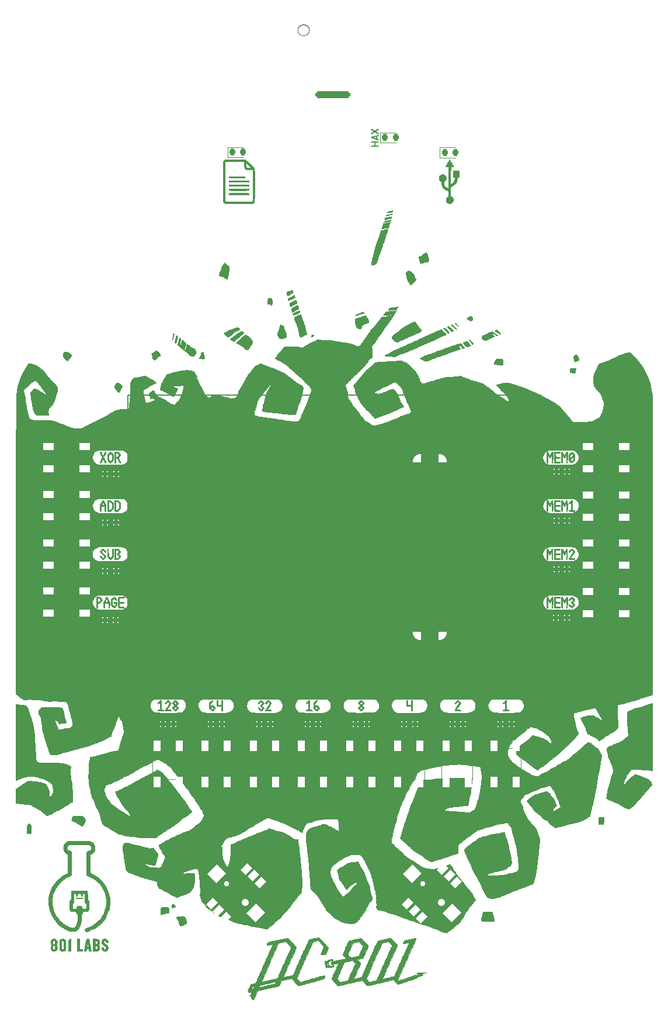
<source format=gto>
G04 #@! TF.GenerationSoftware,KiCad,Pcbnew,(6.0.5)*
G04 #@! TF.CreationDate,2022-09-11T23:28:05-06:00*
G04 #@! TF.ProjectId,purplewizard,70757270-6c65-4776-997a-6172642e6b69,1.1*
G04 #@! TF.SameCoordinates,Original*
G04 #@! TF.FileFunction,Legend,Top*
G04 #@! TF.FilePolarity,Positive*
%FSLAX46Y46*%
G04 Gerber Fmt 4.6, Leading zero omitted, Abs format (unit mm)*
G04 Created by KiCad (PCBNEW (6.0.5)) date 2022-09-11 23:28:05*
%MOMM*%
%LPD*%
G01*
G04 APERTURE LIST*
G04 Aperture macros list*
%AMRoundRect*
0 Rectangle with rounded corners*
0 $1 Rounding radius*
0 $2 $3 $4 $5 $6 $7 $8 $9 X,Y pos of 4 corners*
0 Add a 4 corners polygon primitive as box body*
4,1,4,$2,$3,$4,$5,$6,$7,$8,$9,$2,$3,0*
0 Add four circle primitives for the rounded corners*
1,1,$1+$1,$2,$3*
1,1,$1+$1,$4,$5*
1,1,$1+$1,$6,$7*
1,1,$1+$1,$8,$9*
0 Add four rect primitives between the rounded corners*
20,1,$1+$1,$2,$3,$4,$5,0*
20,1,$1+$1,$4,$5,$6,$7,0*
20,1,$1+$1,$6,$7,$8,$9,0*
20,1,$1+$1,$8,$9,$2,$3,0*%
%AMRotRect*
0 Rectangle, with rotation*
0 The origin of the aperture is its center*
0 $1 length*
0 $2 width*
0 $3 Rotation angle, in degrees counterclockwise*
0 Add horizontal line*
21,1,$1,$2,0,0,$3*%
G04 Aperture macros list end*
%ADD10C,0.150000*%
%ADD11C,0.010000*%
%ADD12C,0.120000*%
%ADD13O,2.200000X1.100000*%
%ADD14O,2.700000X1.300000*%
%ADD15RoundRect,0.250000X-2.250000X-0.250000X2.250000X-0.250000X2.250000X0.250000X-2.250000X0.250000X0*%
%ADD16C,1.700000*%
%ADD17O,1.700000X1.700000*%
%ADD18C,1.524000*%
%ADD19C,2.000000*%
%ADD20RoundRect,1.250000X-1.250000X-12.250000X1.250000X-12.250000X1.250000X12.250000X-1.250000X12.250000X0*%
%ADD21C,0.900000*%
%ADD22RoundRect,0.218750X-0.218750X-0.256250X0.218750X-0.256250X0.218750X0.256250X-0.218750X0.256250X0*%
%ADD23RoundRect,0.218750X0.218750X0.256250X-0.218750X0.256250X-0.218750X-0.256250X0.218750X-0.256250X0*%
%ADD24R,1.550000X1.000000*%
%ADD25RotRect,2.000000X1.800000X45.000000*%
%ADD26RotRect,1.350000X1.000000X45.000000*%
%ADD27C,1.050000*%
%ADD28C,0.750000*%
%ADD29R,1.000000X1.550000*%
%ADD30C,0.985520*%
%ADD31C,0.988060*%
%ADD32R,1.000000X1.000000*%
%ADD33O,1.000000X1.000000*%
%ADD34R,1.700000X1.700000*%
G04 APERTURE END LIST*
D10*
X154527980Y-40464076D02*
X153527980Y-40464076D01*
X154004171Y-40464076D02*
X154004171Y-39892647D01*
X154527980Y-39892647D02*
X153527980Y-39892647D01*
X154242266Y-39464076D02*
X154242266Y-38987885D01*
X154527980Y-39559314D02*
X153527980Y-39225980D01*
X154527980Y-38892647D01*
X153527980Y-38654552D02*
X154527980Y-37987885D01*
X153527980Y-37987885D02*
X154527980Y-38654552D01*
G36*
X109168920Y-70247867D02*
G01*
X109206247Y-70256774D01*
X109348655Y-70302071D01*
X109496621Y-70366158D01*
X109640933Y-70443555D01*
X109772381Y-70528784D01*
X109881753Y-70616365D01*
X109959837Y-70700817D01*
X109965100Y-70708199D01*
X109994480Y-70754656D01*
X110000146Y-70784811D01*
X109984006Y-70816061D01*
X109977860Y-70824616D01*
X109949179Y-70865376D01*
X109905884Y-70928566D01*
X109856764Y-71001344D01*
X109851016Y-71009933D01*
X109791592Y-71092908D01*
X109717205Y-71188544D01*
X109642008Y-71278774D01*
X109627138Y-71295683D01*
X109564966Y-71368108D01*
X109511033Y-71435584D01*
X109473789Y-71487355D01*
X109465035Y-71502058D01*
X109439473Y-71542660D01*
X109419777Y-71559774D01*
X109419481Y-71559776D01*
X109397085Y-71546122D01*
X109354195Y-71511092D01*
X109308301Y-71469817D01*
X109244686Y-71413395D01*
X109162756Y-71344755D01*
X109078164Y-71276947D01*
X109061393Y-71263933D01*
X108982452Y-71197515D01*
X108908088Y-71125401D01*
X108851744Y-71060855D01*
X108842132Y-71047578D01*
X108773931Y-70947640D01*
X108788440Y-70677161D01*
X108802949Y-70406683D01*
X108891883Y-70327392D01*
X108961318Y-70271049D01*
X109020835Y-70241215D01*
X109085135Y-70234589D01*
X109168920Y-70247867D01*
G37*
D11*
X109168920Y-70247867D02*
X109206247Y-70256774D01*
X109348655Y-70302071D01*
X109496621Y-70366158D01*
X109640933Y-70443555D01*
X109772381Y-70528784D01*
X109881753Y-70616365D01*
X109959837Y-70700817D01*
X109965100Y-70708199D01*
X109994480Y-70754656D01*
X110000146Y-70784811D01*
X109984006Y-70816061D01*
X109977860Y-70824616D01*
X109949179Y-70865376D01*
X109905884Y-70928566D01*
X109856764Y-71001344D01*
X109851016Y-71009933D01*
X109791592Y-71092908D01*
X109717205Y-71188544D01*
X109642008Y-71278774D01*
X109627138Y-71295683D01*
X109564966Y-71368108D01*
X109511033Y-71435584D01*
X109473789Y-71487355D01*
X109465035Y-71502058D01*
X109439473Y-71542660D01*
X109419777Y-71559774D01*
X109419481Y-71559776D01*
X109397085Y-71546122D01*
X109354195Y-71511092D01*
X109308301Y-71469817D01*
X109244686Y-71413395D01*
X109162756Y-71344755D01*
X109078164Y-71276947D01*
X109061393Y-71263933D01*
X108982452Y-71197515D01*
X108908088Y-71125401D01*
X108851744Y-71060855D01*
X108842132Y-71047578D01*
X108773931Y-70947640D01*
X108788440Y-70677161D01*
X108802949Y-70406683D01*
X108891883Y-70327392D01*
X108961318Y-70271049D01*
X109020835Y-70241215D01*
X109085135Y-70234589D01*
X109168920Y-70247867D01*
G36*
X116933037Y-98943468D02*
G01*
X117020566Y-99033581D01*
X117078633Y-99100957D01*
X117110477Y-99149742D01*
X117119400Y-99181827D01*
X117106828Y-99222280D01*
X117067213Y-99279286D01*
X116997704Y-99356702D01*
X116966471Y-99388643D01*
X116813542Y-99542600D01*
X116966471Y-99696556D01*
X117047950Y-99783175D01*
X117097840Y-99847719D01*
X117118516Y-99893385D01*
X117119400Y-99902512D01*
X117107872Y-99938928D01*
X117071409Y-99991955D01*
X117007190Y-100065219D01*
X116934632Y-100140139D01*
X116749865Y-100325766D01*
X116510635Y-100325766D01*
X116395646Y-100324163D01*
X116318536Y-100319046D01*
X116274962Y-100309951D01*
X116261209Y-100299197D01*
X116258996Y-100272504D01*
X116257258Y-100208463D01*
X116256593Y-100156433D01*
X116420900Y-100156433D01*
X116532636Y-100156433D01*
X116587524Y-100155056D01*
X116628485Y-100146973D01*
X116666379Y-100126256D01*
X116712070Y-100086975D01*
X116776052Y-100023573D01*
X116907731Y-99890712D01*
X116759565Y-99743682D01*
X116681663Y-99662178D01*
X116634006Y-99601436D01*
X116613077Y-99556680D01*
X116611400Y-99542600D01*
X116622908Y-99502760D01*
X116659780Y-99448785D01*
X116725532Y-99375901D01*
X116759565Y-99341517D01*
X116907731Y-99194487D01*
X116776052Y-99061626D01*
X116711817Y-98997984D01*
X116666189Y-98958805D01*
X116628306Y-98938162D01*
X116587304Y-98930125D01*
X116532636Y-98928766D01*
X116420900Y-98928766D01*
X116420900Y-100156433D01*
X116256593Y-100156433D01*
X116256025Y-100112057D01*
X116255325Y-99988269D01*
X116255188Y-99842081D01*
X116255645Y-99678477D01*
X116256581Y-99521322D01*
X116260973Y-98928766D01*
X116262150Y-98770016D01*
X116504412Y-98763993D01*
X116746675Y-98757969D01*
X116933037Y-98943468D01*
G37*
X116933037Y-98943468D02*
X117020566Y-99033581D01*
X117078633Y-99100957D01*
X117110477Y-99149742D01*
X117119400Y-99181827D01*
X117106828Y-99222280D01*
X117067213Y-99279286D01*
X116997704Y-99356702D01*
X116966471Y-99388643D01*
X116813542Y-99542600D01*
X116966471Y-99696556D01*
X117047950Y-99783175D01*
X117097840Y-99847719D01*
X117118516Y-99893385D01*
X117119400Y-99902512D01*
X117107872Y-99938928D01*
X117071409Y-99991955D01*
X117007190Y-100065219D01*
X116934632Y-100140139D01*
X116749865Y-100325766D01*
X116510635Y-100325766D01*
X116395646Y-100324163D01*
X116318536Y-100319046D01*
X116274962Y-100309951D01*
X116261209Y-100299197D01*
X116258996Y-100272504D01*
X116257258Y-100208463D01*
X116256593Y-100156433D01*
X116420900Y-100156433D01*
X116532636Y-100156433D01*
X116587524Y-100155056D01*
X116628485Y-100146973D01*
X116666379Y-100126256D01*
X116712070Y-100086975D01*
X116776052Y-100023573D01*
X116907731Y-99890712D01*
X116759565Y-99743682D01*
X116681663Y-99662178D01*
X116634006Y-99601436D01*
X116613077Y-99556680D01*
X116611400Y-99542600D01*
X116622908Y-99502760D01*
X116659780Y-99448785D01*
X116725532Y-99375901D01*
X116759565Y-99341517D01*
X116907731Y-99194487D01*
X116776052Y-99061626D01*
X116711817Y-98997984D01*
X116666189Y-98958805D01*
X116628306Y-98938162D01*
X116587304Y-98930125D01*
X116532636Y-98928766D01*
X116420900Y-98928766D01*
X116420900Y-100156433D01*
X116256593Y-100156433D01*
X116256025Y-100112057D01*
X116255325Y-99988269D01*
X116255188Y-99842081D01*
X116255645Y-99678477D01*
X116256581Y-99521322D01*
X116260973Y-98928766D01*
X116262150Y-98770016D01*
X116504412Y-98763993D01*
X116746675Y-98757969D01*
X116933037Y-98943468D01*
G36*
X123014316Y-120719850D02*
G01*
X123025478Y-122106266D01*
X123171843Y-122106266D01*
X123278505Y-122113027D01*
X123346955Y-122134240D01*
X123379250Y-122171303D01*
X123377448Y-122225614D01*
X123371885Y-122242118D01*
X123362625Y-122253722D01*
X123341368Y-122262345D01*
X123302667Y-122268411D01*
X123241071Y-122272341D01*
X123151133Y-122274558D01*
X123027402Y-122275486D01*
X122940233Y-122275600D01*
X122794938Y-122275215D01*
X122686522Y-122273780D01*
X122609537Y-122270872D01*
X122558533Y-122266069D01*
X122528062Y-122258947D01*
X122512674Y-122249084D01*
X122508581Y-122242118D01*
X122498530Y-122183289D01*
X122522018Y-122142046D01*
X122581115Y-122116983D01*
X122677896Y-122106695D01*
X122708911Y-122106266D01*
X122855566Y-122106266D01*
X122855566Y-120996462D01*
X122743776Y-121106864D01*
X122662099Y-121177008D01*
X122594039Y-121213987D01*
X122542429Y-121216978D01*
X122510103Y-121185159D01*
X122506570Y-121175732D01*
X122501455Y-121146195D01*
X122508222Y-121115101D01*
X122530859Y-121076791D01*
X122573355Y-121025604D01*
X122639698Y-120955878D01*
X122713394Y-120882183D01*
X122792529Y-120805415D01*
X122849512Y-120754865D01*
X122891061Y-120725787D01*
X122923890Y-120713434D01*
X122952975Y-120712850D01*
X123014316Y-120719850D01*
G37*
X123014316Y-120719850D02*
X123025478Y-122106266D01*
X123171843Y-122106266D01*
X123278505Y-122113027D01*
X123346955Y-122134240D01*
X123379250Y-122171303D01*
X123377448Y-122225614D01*
X123371885Y-122242118D01*
X123362625Y-122253722D01*
X123341368Y-122262345D01*
X123302667Y-122268411D01*
X123241071Y-122272341D01*
X123151133Y-122274558D01*
X123027402Y-122275486D01*
X122940233Y-122275600D01*
X122794938Y-122275215D01*
X122686522Y-122273780D01*
X122609537Y-122270872D01*
X122558533Y-122266069D01*
X122528062Y-122258947D01*
X122512674Y-122249084D01*
X122508581Y-122242118D01*
X122498530Y-122183289D01*
X122522018Y-122142046D01*
X122581115Y-122116983D01*
X122677896Y-122106695D01*
X122708911Y-122106266D01*
X122855566Y-122106266D01*
X122855566Y-120996462D01*
X122743776Y-121106864D01*
X122662099Y-121177008D01*
X122594039Y-121213987D01*
X122542429Y-121216978D01*
X122510103Y-121185159D01*
X122506570Y-121175732D01*
X122501455Y-121146195D01*
X122508222Y-121115101D01*
X122530859Y-121076791D01*
X122573355Y-121025604D01*
X122639698Y-120955878D01*
X122713394Y-120882183D01*
X122792529Y-120805415D01*
X122849512Y-120754865D01*
X122891061Y-120725787D01*
X122923890Y-120713434D01*
X122952975Y-120712850D01*
X123014316Y-120719850D01*
G36*
X140376345Y-66333327D02*
G01*
X140447907Y-66352415D01*
X140449538Y-66352918D01*
X140576811Y-66409801D01*
X140676129Y-66491093D01*
X140742445Y-66592080D01*
X140760285Y-66643108D01*
X140773935Y-66696029D01*
X140794840Y-66778199D01*
X140820001Y-66877796D01*
X140843017Y-66969402D01*
X140887722Y-67127161D01*
X140932721Y-67244249D01*
X140968183Y-67308069D01*
X141046719Y-67438189D01*
X141096052Y-67561790D01*
X141118601Y-67690634D01*
X141116784Y-67836483D01*
X141101845Y-67957998D01*
X141075604Y-68126685D01*
X140913793Y-68201547D01*
X140826180Y-68240052D01*
X140741617Y-68273806D01*
X140676109Y-68296483D01*
X140667316Y-68298970D01*
X140558123Y-68317338D01*
X140437573Y-68320664D01*
X140322235Y-68309610D01*
X140228679Y-68284840D01*
X140219899Y-68281066D01*
X140189924Y-68266479D01*
X140163925Y-68249494D01*
X140138614Y-68225236D01*
X140110706Y-68188835D01*
X140076913Y-68135416D01*
X140033950Y-68060109D01*
X139978528Y-67958039D01*
X139907363Y-67824336D01*
X139891015Y-67793490D01*
X139859642Y-67728094D01*
X139844026Y-67671982D01*
X139845303Y-67615189D01*
X139864612Y-67547750D01*
X139903090Y-67459702D01*
X139937053Y-67390433D01*
X139977565Y-67297015D01*
X140021679Y-67174286D01*
X140065214Y-67034548D01*
X140095195Y-66925108D01*
X140135169Y-66776171D01*
X140175325Y-66638516D01*
X140213609Y-66518317D01*
X140247971Y-66421748D01*
X140276359Y-66354981D01*
X140294173Y-66326359D01*
X140321158Y-66323968D01*
X140376345Y-66333327D01*
G37*
X140376345Y-66333327D02*
X140447907Y-66352415D01*
X140449538Y-66352918D01*
X140576811Y-66409801D01*
X140676129Y-66491093D01*
X140742445Y-66592080D01*
X140760285Y-66643108D01*
X140773935Y-66696029D01*
X140794840Y-66778199D01*
X140820001Y-66877796D01*
X140843017Y-66969402D01*
X140887722Y-67127161D01*
X140932721Y-67244249D01*
X140968183Y-67308069D01*
X141046719Y-67438189D01*
X141096052Y-67561790D01*
X141118601Y-67690634D01*
X141116784Y-67836483D01*
X141101845Y-67957998D01*
X141075604Y-68126685D01*
X140913793Y-68201547D01*
X140826180Y-68240052D01*
X140741617Y-68273806D01*
X140676109Y-68296483D01*
X140667316Y-68298970D01*
X140558123Y-68317338D01*
X140437573Y-68320664D01*
X140322235Y-68309610D01*
X140228679Y-68284840D01*
X140219899Y-68281066D01*
X140189924Y-68266479D01*
X140163925Y-68249494D01*
X140138614Y-68225236D01*
X140110706Y-68188835D01*
X140076913Y-68135416D01*
X140033950Y-68060109D01*
X139978528Y-67958039D01*
X139907363Y-67824336D01*
X139891015Y-67793490D01*
X139859642Y-67728094D01*
X139844026Y-67671982D01*
X139845303Y-67615189D01*
X139864612Y-67547750D01*
X139903090Y-67459702D01*
X139937053Y-67390433D01*
X139977565Y-67297015D01*
X140021679Y-67174286D01*
X140065214Y-67034548D01*
X140095195Y-66925108D01*
X140135169Y-66776171D01*
X140175325Y-66638516D01*
X140213609Y-66518317D01*
X140247971Y-66421748D01*
X140276359Y-66354981D01*
X140294173Y-66326359D01*
X140321158Y-66323968D01*
X140376345Y-66333327D01*
G36*
X126803045Y-69162590D02*
G01*
X126878176Y-69206502D01*
X126971963Y-69275914D01*
X127057150Y-69347635D01*
X127131018Y-69407081D01*
X127230272Y-69478985D01*
X127343268Y-69555291D01*
X127458359Y-69627942D01*
X127487958Y-69645694D01*
X127667751Y-69759615D01*
X127809302Y-69866468D01*
X127915541Y-69969015D01*
X127989402Y-70070021D01*
X128028318Y-70154962D01*
X128055042Y-70259307D01*
X128061070Y-70348983D01*
X128046434Y-70415460D01*
X128027182Y-70441133D01*
X128001438Y-70473829D01*
X127966056Y-70533402D01*
X127928091Y-70607824D01*
X127922852Y-70619000D01*
X127884552Y-70695381D01*
X127847208Y-70759390D01*
X127818172Y-70798566D01*
X127815361Y-70801211D01*
X127735175Y-70847154D01*
X127627504Y-70874600D01*
X127524949Y-70880949D01*
X127458015Y-70875150D01*
X127396933Y-70856794D01*
X127326482Y-70820313D01*
X127278984Y-70790991D01*
X127204598Y-70737039D01*
X127115674Y-70662765D01*
X127025566Y-70579692D01*
X126973933Y-70527745D01*
X126856270Y-70413193D01*
X126748597Y-70328470D01*
X126662698Y-70276708D01*
X126551421Y-70211858D01*
X126471167Y-70151443D01*
X126424192Y-70097970D01*
X126412749Y-70053946D01*
X126435490Y-70023979D01*
X126464333Y-69989897D01*
X126500740Y-69922813D01*
X126541870Y-69830759D01*
X126584879Y-69721766D01*
X126626926Y-69603866D01*
X126665168Y-69485092D01*
X126696763Y-69373475D01*
X126718869Y-69277048D01*
X126728644Y-69203841D01*
X126728873Y-69194891D01*
X126737392Y-69157720D01*
X126751284Y-69147266D01*
X126803045Y-69162590D01*
G37*
X126803045Y-69162590D02*
X126878176Y-69206502D01*
X126971963Y-69275914D01*
X127057150Y-69347635D01*
X127131018Y-69407081D01*
X127230272Y-69478985D01*
X127343268Y-69555291D01*
X127458359Y-69627942D01*
X127487958Y-69645694D01*
X127667751Y-69759615D01*
X127809302Y-69866468D01*
X127915541Y-69969015D01*
X127989402Y-70070021D01*
X128028318Y-70154962D01*
X128055042Y-70259307D01*
X128061070Y-70348983D01*
X128046434Y-70415460D01*
X128027182Y-70441133D01*
X128001438Y-70473829D01*
X127966056Y-70533402D01*
X127928091Y-70607824D01*
X127922852Y-70619000D01*
X127884552Y-70695381D01*
X127847208Y-70759390D01*
X127818172Y-70798566D01*
X127815361Y-70801211D01*
X127735175Y-70847154D01*
X127627504Y-70874600D01*
X127524949Y-70880949D01*
X127458015Y-70875150D01*
X127396933Y-70856794D01*
X127326482Y-70820313D01*
X127278984Y-70790991D01*
X127204598Y-70737039D01*
X127115674Y-70662765D01*
X127025566Y-70579692D01*
X126973933Y-70527745D01*
X126856270Y-70413193D01*
X126748597Y-70328470D01*
X126662698Y-70276708D01*
X126551421Y-70211858D01*
X126471167Y-70151443D01*
X126424192Y-70097970D01*
X126412749Y-70053946D01*
X126435490Y-70023979D01*
X126464333Y-69989897D01*
X126500740Y-69922813D01*
X126541870Y-69830759D01*
X126584879Y-69721766D01*
X126626926Y-69603866D01*
X126665168Y-69485092D01*
X126696763Y-69373475D01*
X126718869Y-69277048D01*
X126728644Y-69203841D01*
X126728873Y-69194891D01*
X126737392Y-69157720D01*
X126751284Y-69147266D01*
X126803045Y-69162590D01*
G36*
X179052633Y-98767011D02*
G01*
X179073769Y-98783976D01*
X179098443Y-98818312D01*
X179130738Y-98875458D01*
X179174735Y-98960853D01*
X179219092Y-99049151D01*
X179365533Y-99341433D01*
X179510924Y-99049523D01*
X179566487Y-98938628D01*
X179607360Y-98860256D01*
X179637540Y-98808940D01*
X179661020Y-98779217D01*
X179681797Y-98765621D01*
X179703867Y-98762688D01*
X179719816Y-98763814D01*
X179783316Y-98770016D01*
X179783316Y-100315183D01*
X179722113Y-100322169D01*
X179670711Y-100318324D01*
X179643062Y-100301003D01*
X179638064Y-100272735D01*
X179633517Y-100208280D01*
X179629633Y-100113787D01*
X179626625Y-99995401D01*
X179624706Y-99859270D01*
X179624119Y-99754266D01*
X179623023Y-99235683D01*
X179523253Y-99426183D01*
X179475145Y-99515117D01*
X179439242Y-99572500D01*
X179410042Y-99605236D01*
X179382045Y-99620225D01*
X179366151Y-99623296D01*
X179338937Y-99623382D01*
X179315541Y-99612177D01*
X179290551Y-99583190D01*
X179258559Y-99529929D01*
X179214154Y-99445904D01*
X179207401Y-99432796D01*
X179105983Y-99235683D01*
X179095400Y-99775433D01*
X179084816Y-100315183D01*
X179015879Y-100321826D01*
X178960311Y-100318596D01*
X178936227Y-100300549D01*
X178933894Y-100273533D01*
X178932046Y-100209181D01*
X178930715Y-100112487D01*
X178929934Y-99988446D01*
X178929738Y-99842053D01*
X178930157Y-99678302D01*
X178931081Y-99521322D01*
X178936650Y-98770016D01*
X179004651Y-98763442D01*
X179030954Y-98761979D01*
X179052633Y-98767011D01*
G37*
X179052633Y-98767011D02*
X179073769Y-98783976D01*
X179098443Y-98818312D01*
X179130738Y-98875458D01*
X179174735Y-98960853D01*
X179219092Y-99049151D01*
X179365533Y-99341433D01*
X179510924Y-99049523D01*
X179566487Y-98938628D01*
X179607360Y-98860256D01*
X179637540Y-98808940D01*
X179661020Y-98779217D01*
X179681797Y-98765621D01*
X179703867Y-98762688D01*
X179719816Y-98763814D01*
X179783316Y-98770016D01*
X179783316Y-100315183D01*
X179722113Y-100322169D01*
X179670711Y-100318324D01*
X179643062Y-100301003D01*
X179638064Y-100272735D01*
X179633517Y-100208280D01*
X179629633Y-100113787D01*
X179626625Y-99995401D01*
X179624706Y-99859270D01*
X179624119Y-99754266D01*
X179623023Y-99235683D01*
X179523253Y-99426183D01*
X179475145Y-99515117D01*
X179439242Y-99572500D01*
X179410042Y-99605236D01*
X179382045Y-99620225D01*
X179366151Y-99623296D01*
X179338937Y-99623382D01*
X179315541Y-99612177D01*
X179290551Y-99583190D01*
X179258559Y-99529929D01*
X179214154Y-99445904D01*
X179207401Y-99432796D01*
X179105983Y-99235683D01*
X179095400Y-99775433D01*
X179084816Y-100315183D01*
X179015879Y-100321826D01*
X178960311Y-100318596D01*
X178936227Y-100300549D01*
X178933894Y-100273533D01*
X178932046Y-100209181D01*
X178930715Y-100112487D01*
X178929934Y-99988446D01*
X178929738Y-99842053D01*
X178930157Y-99678302D01*
X178931081Y-99521322D01*
X178936650Y-98770016D01*
X179004651Y-98763442D01*
X179030954Y-98761979D01*
X179052633Y-98767011D01*
G36*
X114918177Y-105999521D02*
G01*
X114972779Y-105897419D01*
X115015995Y-105825514D01*
X115050919Y-105779648D01*
X115080647Y-105755664D01*
X115108276Y-105749405D01*
X115132767Y-105755048D01*
X115151069Y-105776847D01*
X115184354Y-105830804D01*
X115229274Y-105910921D01*
X115282481Y-106011198D01*
X115340626Y-106125635D01*
X115348660Y-106141820D01*
X115534387Y-106517016D01*
X115527852Y-106919183D01*
X115525467Y-107058766D01*
X115522991Y-107161724D01*
X115519653Y-107233759D01*
X115514682Y-107280575D01*
X115507307Y-107307874D01*
X115496756Y-107321358D01*
X115482258Y-107326731D01*
X115472526Y-107328266D01*
X115433505Y-107330552D01*
X115404921Y-107321137D01*
X115385174Y-107294657D01*
X115372668Y-107245743D01*
X115365805Y-107169031D01*
X115362987Y-107059152D01*
X115362566Y-106958924D01*
X115362566Y-106633433D01*
X114833400Y-106633433D01*
X114833400Y-106957283D01*
X114832455Y-107092641D01*
X114828774Y-107191309D01*
X114821088Y-107258904D01*
X114808128Y-107301043D01*
X114788623Y-107323343D01*
X114761305Y-107331423D01*
X114748733Y-107331933D01*
X114704289Y-107317811D01*
X114689466Y-107306533D01*
X114679295Y-107279935D01*
X114671860Y-107221432D01*
X114666984Y-107128166D01*
X114664492Y-106997280D01*
X114664066Y-106893939D01*
X114664066Y-106506744D01*
X114693268Y-106448225D01*
X114897975Y-106448225D01*
X114917122Y-106455042D01*
X114969470Y-106460394D01*
X115045891Y-106463555D01*
X115097983Y-106464100D01*
X115195332Y-106461930D01*
X115263414Y-106455821D01*
X115296676Y-106446367D01*
X115299066Y-106442510D01*
X115290057Y-106415550D01*
X115265749Y-106359980D01*
X115230225Y-106284825D01*
X115201170Y-106225998D01*
X115103275Y-106031076D01*
X115001162Y-106231713D01*
X114959115Y-106315553D01*
X114925262Y-106385374D01*
X114903674Y-106432636D01*
X114897975Y-106448225D01*
X114693268Y-106448225D01*
X114849091Y-106135977D01*
X114918177Y-105999521D01*
G37*
X114918177Y-105999521D02*
X114972779Y-105897419D01*
X115015995Y-105825514D01*
X115050919Y-105779648D01*
X115080647Y-105755664D01*
X115108276Y-105749405D01*
X115132767Y-105755048D01*
X115151069Y-105776847D01*
X115184354Y-105830804D01*
X115229274Y-105910921D01*
X115282481Y-106011198D01*
X115340626Y-106125635D01*
X115348660Y-106141820D01*
X115534387Y-106517016D01*
X115527852Y-106919183D01*
X115525467Y-107058766D01*
X115522991Y-107161724D01*
X115519653Y-107233759D01*
X115514682Y-107280575D01*
X115507307Y-107307874D01*
X115496756Y-107321358D01*
X115482258Y-107326731D01*
X115472526Y-107328266D01*
X115433505Y-107330552D01*
X115404921Y-107321137D01*
X115385174Y-107294657D01*
X115372668Y-107245743D01*
X115365805Y-107169031D01*
X115362987Y-107059152D01*
X115362566Y-106958924D01*
X115362566Y-106633433D01*
X114833400Y-106633433D01*
X114833400Y-106957283D01*
X114832455Y-107092641D01*
X114828774Y-107191309D01*
X114821088Y-107258904D01*
X114808128Y-107301043D01*
X114788623Y-107323343D01*
X114761305Y-107331423D01*
X114748733Y-107331933D01*
X114704289Y-107317811D01*
X114689466Y-107306533D01*
X114679295Y-107279935D01*
X114671860Y-107221432D01*
X114666984Y-107128166D01*
X114664492Y-106997280D01*
X114664066Y-106893939D01*
X114664066Y-106506744D01*
X114693268Y-106448225D01*
X114897975Y-106448225D01*
X114917122Y-106455042D01*
X114969470Y-106460394D01*
X115045891Y-106463555D01*
X115097983Y-106464100D01*
X115195332Y-106461930D01*
X115263414Y-106455821D01*
X115296676Y-106446367D01*
X115299066Y-106442510D01*
X115290057Y-106415550D01*
X115265749Y-106359980D01*
X115230225Y-106284825D01*
X115201170Y-106225998D01*
X115103275Y-106031076D01*
X115001162Y-106231713D01*
X114959115Y-106315553D01*
X114925262Y-106385374D01*
X114903674Y-106432636D01*
X114897975Y-106448225D01*
X114693268Y-106448225D01*
X114849091Y-106135977D01*
X114918177Y-105999521D01*
G36*
X166503164Y-69053485D02*
G01*
X166552761Y-69106380D01*
X166610234Y-69175664D01*
X166644858Y-69221350D01*
X166695134Y-69290356D01*
X166758469Y-69376594D01*
X166822599Y-69463371D01*
X166833570Y-69478151D01*
X166883680Y-69547690D01*
X166922241Y-69605186D01*
X166943421Y-69641765D01*
X166945733Y-69648861D01*
X166927575Y-69663826D01*
X166881244Y-69686690D01*
X166818951Y-69712661D01*
X166752912Y-69736947D01*
X166695337Y-69754757D01*
X166659101Y-69761314D01*
X166638781Y-69743647D01*
X166608440Y-69698010D01*
X166581065Y-69646945D01*
X166510625Y-69526644D01*
X166430354Y-69428671D01*
X166347334Y-69361064D01*
X166314067Y-69343957D01*
X166266436Y-69326111D01*
X166239643Y-69319994D01*
X166238015Y-69320651D01*
X166227837Y-69342762D01*
X166209238Y-69387920D01*
X166207122Y-69393230D01*
X166195471Y-69450628D01*
X166205891Y-69517047D01*
X166240607Y-69599450D01*
X166301848Y-69704800D01*
X166311755Y-69720359D01*
X166346401Y-69776628D01*
X166369088Y-69817842D01*
X166374233Y-69831201D01*
X166354875Y-69853517D01*
X166302542Y-69880291D01*
X166225847Y-69908069D01*
X166133402Y-69933397D01*
X166101927Y-69940414D01*
X166027149Y-69959826D01*
X165925357Y-69991324D01*
X165808694Y-70030914D01*
X165689308Y-70074602D01*
X165661895Y-70085138D01*
X165539890Y-70130971D01*
X165414183Y-70175560D01*
X165298265Y-70214280D01*
X165205624Y-70242504D01*
X165192386Y-70246133D01*
X165096876Y-70273527D01*
X165004195Y-70303210D01*
X164931783Y-70329540D01*
X164921505Y-70333805D01*
X164878493Y-70350592D01*
X164801097Y-70379093D01*
X164694978Y-70417290D01*
X164565797Y-70463169D01*
X164419216Y-70514711D01*
X164260896Y-70569902D01*
X164177185Y-70598898D01*
X164009249Y-70657180D01*
X163845006Y-70714625D01*
X163691189Y-70768845D01*
X163554529Y-70817454D01*
X163441757Y-70858064D01*
X163359605Y-70888287D01*
X163336816Y-70896936D01*
X163230756Y-70935173D01*
X163103675Y-70977055D01*
X162975657Y-71016098D01*
X162913483Y-71033643D01*
X162819664Y-71062437D01*
X162697911Y-71104703D01*
X162558868Y-71156474D01*
X162413174Y-71213783D01*
X162271473Y-71272665D01*
X162266755Y-71274689D01*
X162054347Y-71364713D01*
X161875474Y-71437339D01*
X161725586Y-71493653D01*
X161600131Y-71534740D01*
X161494561Y-71561685D01*
X161404323Y-71575574D01*
X161324868Y-71577492D01*
X161251646Y-71568525D01*
X161180107Y-71549758D01*
X161152761Y-71540408D01*
X161001746Y-71477662D01*
X160836311Y-71394623D01*
X160673088Y-71299771D01*
X160641576Y-71279744D01*
X160507502Y-71193138D01*
X160620409Y-71136913D01*
X160701759Y-71094237D01*
X160783904Y-71047809D01*
X160821232Y-71025167D01*
X160898509Y-70982041D01*
X161007760Y-70928856D01*
X161140806Y-70868956D01*
X161289466Y-70805683D01*
X161445559Y-70742381D01*
X161600905Y-70682392D01*
X161747322Y-70629060D01*
X161876631Y-70585727D01*
X161950400Y-70563737D01*
X162073481Y-70527069D01*
X162220431Y-70479242D01*
X162376060Y-70425428D01*
X162525181Y-70370795D01*
X162585400Y-70347601D01*
X162691446Y-70306694D01*
X162829545Y-70254502D01*
X162991861Y-70193926D01*
X163170560Y-70127867D01*
X163357809Y-70059226D01*
X163545774Y-69990904D01*
X163654316Y-69951746D01*
X163833202Y-69887161D01*
X164010950Y-69822523D01*
X164180766Y-69760336D01*
X164335857Y-69703104D01*
X164469429Y-69653332D01*
X164574688Y-69613522D01*
X164627983Y-69592886D01*
X164741019Y-69550019D01*
X164856117Y-69509177D01*
X164959110Y-69475234D01*
X165030150Y-69454509D01*
X165102431Y-69433213D01*
X165203019Y-69400040D01*
X165320899Y-69358795D01*
X165445053Y-69313282D01*
X165504766Y-69290605D01*
X165655866Y-69235626D01*
X165805602Y-69186804D01*
X165941184Y-69148090D01*
X166040793Y-69125103D01*
X166142603Y-69102731D01*
X166239901Y-69076227D01*
X166317706Y-69049878D01*
X166344195Y-69038311D01*
X166438019Y-68991453D01*
X166503164Y-69053485D01*
G37*
X166503164Y-69053485D02*
X166552761Y-69106380D01*
X166610234Y-69175664D01*
X166644858Y-69221350D01*
X166695134Y-69290356D01*
X166758469Y-69376594D01*
X166822599Y-69463371D01*
X166833570Y-69478151D01*
X166883680Y-69547690D01*
X166922241Y-69605186D01*
X166943421Y-69641765D01*
X166945733Y-69648861D01*
X166927575Y-69663826D01*
X166881244Y-69686690D01*
X166818951Y-69712661D01*
X166752912Y-69736947D01*
X166695337Y-69754757D01*
X166659101Y-69761314D01*
X166638781Y-69743647D01*
X166608440Y-69698010D01*
X166581065Y-69646945D01*
X166510625Y-69526644D01*
X166430354Y-69428671D01*
X166347334Y-69361064D01*
X166314067Y-69343957D01*
X166266436Y-69326111D01*
X166239643Y-69319994D01*
X166238015Y-69320651D01*
X166227837Y-69342762D01*
X166209238Y-69387920D01*
X166207122Y-69393230D01*
X166195471Y-69450628D01*
X166205891Y-69517047D01*
X166240607Y-69599450D01*
X166301848Y-69704800D01*
X166311755Y-69720359D01*
X166346401Y-69776628D01*
X166369088Y-69817842D01*
X166374233Y-69831201D01*
X166354875Y-69853517D01*
X166302542Y-69880291D01*
X166225847Y-69908069D01*
X166133402Y-69933397D01*
X166101927Y-69940414D01*
X166027149Y-69959826D01*
X165925357Y-69991324D01*
X165808694Y-70030914D01*
X165689308Y-70074602D01*
X165661895Y-70085138D01*
X165539890Y-70130971D01*
X165414183Y-70175560D01*
X165298265Y-70214280D01*
X165205624Y-70242504D01*
X165192386Y-70246133D01*
X165096876Y-70273527D01*
X165004195Y-70303210D01*
X164931783Y-70329540D01*
X164921505Y-70333805D01*
X164878493Y-70350592D01*
X164801097Y-70379093D01*
X164694978Y-70417290D01*
X164565797Y-70463169D01*
X164419216Y-70514711D01*
X164260896Y-70569902D01*
X164177185Y-70598898D01*
X164009249Y-70657180D01*
X163845006Y-70714625D01*
X163691189Y-70768845D01*
X163554529Y-70817454D01*
X163441757Y-70858064D01*
X163359605Y-70888287D01*
X163336816Y-70896936D01*
X163230756Y-70935173D01*
X163103675Y-70977055D01*
X162975657Y-71016098D01*
X162913483Y-71033643D01*
X162819664Y-71062437D01*
X162697911Y-71104703D01*
X162558868Y-71156474D01*
X162413174Y-71213783D01*
X162271473Y-71272665D01*
X162266755Y-71274689D01*
X162054347Y-71364713D01*
X161875474Y-71437339D01*
X161725586Y-71493653D01*
X161600131Y-71534740D01*
X161494561Y-71561685D01*
X161404323Y-71575574D01*
X161324868Y-71577492D01*
X161251646Y-71568525D01*
X161180107Y-71549758D01*
X161152761Y-71540408D01*
X161001746Y-71477662D01*
X160836311Y-71394623D01*
X160673088Y-71299771D01*
X160641576Y-71279744D01*
X160507502Y-71193138D01*
X160620409Y-71136913D01*
X160701759Y-71094237D01*
X160783904Y-71047809D01*
X160821232Y-71025167D01*
X160898509Y-70982041D01*
X161007760Y-70928856D01*
X161140806Y-70868956D01*
X161289466Y-70805683D01*
X161445559Y-70742381D01*
X161600905Y-70682392D01*
X161747322Y-70629060D01*
X161876631Y-70585727D01*
X161950400Y-70563737D01*
X162073481Y-70527069D01*
X162220431Y-70479242D01*
X162376060Y-70425428D01*
X162525181Y-70370795D01*
X162585400Y-70347601D01*
X162691446Y-70306694D01*
X162829545Y-70254502D01*
X162991861Y-70193926D01*
X163170560Y-70127867D01*
X163357809Y-70059226D01*
X163545774Y-69990904D01*
X163654316Y-69951746D01*
X163833202Y-69887161D01*
X164010950Y-69822523D01*
X164180766Y-69760336D01*
X164335857Y-69703104D01*
X164469429Y-69653332D01*
X164574688Y-69613522D01*
X164627983Y-69592886D01*
X164741019Y-69550019D01*
X164856117Y-69509177D01*
X164959110Y-69475234D01*
X165030150Y-69454509D01*
X165102431Y-69433213D01*
X165203019Y-69400040D01*
X165320899Y-69358795D01*
X165445053Y-69313282D01*
X165504766Y-69290605D01*
X165655866Y-69235626D01*
X165805602Y-69186804D01*
X165941184Y-69148090D01*
X166040793Y-69125103D01*
X166142603Y-69102731D01*
X166239901Y-69076227D01*
X166317706Y-69049878D01*
X166344195Y-69038311D01*
X166438019Y-68991453D01*
X166503164Y-69053485D01*
G36*
X114968053Y-155293418D02*
G01*
X115087243Y-155342612D01*
X115179227Y-155423751D01*
X115242360Y-155535344D01*
X115274997Y-155675898D01*
X115276262Y-155688584D01*
X115287779Y-155815592D01*
X115006733Y-155815592D01*
X115006733Y-155740117D01*
X114991823Y-155644525D01*
X114951544Y-155573459D01*
X114892573Y-155531019D01*
X114821584Y-155521301D01*
X114745255Y-155548406D01*
X114721471Y-155564990D01*
X114686469Y-155597447D01*
X114671387Y-155632332D01*
X114670865Y-155686235D01*
X114673271Y-155714146D01*
X114682420Y-155770345D01*
X114701442Y-155820281D01*
X114735394Y-155870103D01*
X114789330Y-155925959D01*
X114868307Y-155993997D01*
X114969193Y-156074008D01*
X115112410Y-156201360D01*
X115213908Y-156328858D01*
X115274286Y-156457688D01*
X115294147Y-156589036D01*
X115282392Y-156691813D01*
X115237730Y-156827009D01*
X115169890Y-156929078D01*
X115075045Y-157002545D01*
X114987699Y-157040336D01*
X114898290Y-157057671D01*
X114789861Y-157060955D01*
X114683262Y-157050373D01*
X114627692Y-157037080D01*
X114521814Y-156982084D01*
X114438005Y-156895046D01*
X114380254Y-156782203D01*
X114352552Y-156649792D01*
X114350684Y-156604051D01*
X114350566Y-156514092D01*
X114625733Y-156514092D01*
X114625733Y-156589227D01*
X114636629Y-156667012D01*
X114664857Y-156737608D01*
X114703725Y-156786542D01*
X114721931Y-156797277D01*
X114811372Y-156813291D01*
X114893688Y-156795432D01*
X114958970Y-156748113D01*
X114997307Y-156675747D01*
X114997624Y-156674505D01*
X115005030Y-156626217D01*
X114999833Y-156579230D01*
X114978825Y-156529292D01*
X114938801Y-156472154D01*
X114876552Y-156403563D01*
X114788872Y-156319269D01*
X114672553Y-156215021D01*
X114609406Y-156159941D01*
X114490040Y-156035983D01*
X114411643Y-155907351D01*
X114374548Y-155775288D01*
X114379091Y-155641038D01*
X114425606Y-155505843D01*
X114430557Y-155496157D01*
X114504609Y-155392739D01*
X114602250Y-155322897D01*
X114725765Y-155285363D01*
X114823302Y-155277663D01*
X114968053Y-155293418D01*
G37*
X114968053Y-155293418D02*
X115087243Y-155342612D01*
X115179227Y-155423751D01*
X115242360Y-155535344D01*
X115274997Y-155675898D01*
X115276262Y-155688584D01*
X115287779Y-155815592D01*
X115006733Y-155815592D01*
X115006733Y-155740117D01*
X114991823Y-155644525D01*
X114951544Y-155573459D01*
X114892573Y-155531019D01*
X114821584Y-155521301D01*
X114745255Y-155548406D01*
X114721471Y-155564990D01*
X114686469Y-155597447D01*
X114671387Y-155632332D01*
X114670865Y-155686235D01*
X114673271Y-155714146D01*
X114682420Y-155770345D01*
X114701442Y-155820281D01*
X114735394Y-155870103D01*
X114789330Y-155925959D01*
X114868307Y-155993997D01*
X114969193Y-156074008D01*
X115112410Y-156201360D01*
X115213908Y-156328858D01*
X115274286Y-156457688D01*
X115294147Y-156589036D01*
X115282392Y-156691813D01*
X115237730Y-156827009D01*
X115169890Y-156929078D01*
X115075045Y-157002545D01*
X114987699Y-157040336D01*
X114898290Y-157057671D01*
X114789861Y-157060955D01*
X114683262Y-157050373D01*
X114627692Y-157037080D01*
X114521814Y-156982084D01*
X114438005Y-156895046D01*
X114380254Y-156782203D01*
X114352552Y-156649792D01*
X114350684Y-156604051D01*
X114350566Y-156514092D01*
X114625733Y-156514092D01*
X114625733Y-156589227D01*
X114636629Y-156667012D01*
X114664857Y-156737608D01*
X114703725Y-156786542D01*
X114721931Y-156797277D01*
X114811372Y-156813291D01*
X114893688Y-156795432D01*
X114958970Y-156748113D01*
X114997307Y-156675747D01*
X114997624Y-156674505D01*
X115005030Y-156626217D01*
X114999833Y-156579230D01*
X114978825Y-156529292D01*
X114938801Y-156472154D01*
X114876552Y-156403563D01*
X114788872Y-156319269D01*
X114672553Y-156215021D01*
X114609406Y-156159941D01*
X114490040Y-156035983D01*
X114411643Y-155907351D01*
X114374548Y-155775288D01*
X114379091Y-155641038D01*
X114425606Y-155505843D01*
X114430557Y-155496157D01*
X114504609Y-155392739D01*
X114602250Y-155322897D01*
X114725765Y-155285363D01*
X114823302Y-155277663D01*
X114968053Y-155293418D01*
G36*
X180632773Y-105745829D02*
G01*
X180724502Y-105749404D01*
X180791938Y-105754940D01*
X180826755Y-105762509D01*
X180827469Y-105762929D01*
X180846225Y-105795935D01*
X180848636Y-105841980D01*
X180841650Y-105903183D01*
X180502983Y-105913766D01*
X180164316Y-105924350D01*
X180164316Y-106453516D01*
X180502983Y-106464100D01*
X180841650Y-106474683D01*
X180848636Y-106535886D01*
X180844790Y-106587288D01*
X180827469Y-106614937D01*
X180797329Y-106621171D01*
X180732972Y-106626500D01*
X180642511Y-106630504D01*
X180534062Y-106632764D01*
X180475873Y-106633109D01*
X180152430Y-106633433D01*
X180158373Y-106892725D01*
X180164316Y-107152016D01*
X180502983Y-107162600D01*
X180841650Y-107173183D01*
X180841650Y-107321350D01*
X180438865Y-107327082D01*
X180284574Y-107328423D01*
X180168605Y-107327347D01*
X180087005Y-107323669D01*
X180035820Y-107317204D01*
X180011097Y-107307766D01*
X180010240Y-107306974D01*
X180003016Y-107279042D01*
X179996873Y-107214743D01*
X179991813Y-107120028D01*
X179987837Y-107000846D01*
X179984947Y-106863150D01*
X179983145Y-106712890D01*
X179982433Y-106556016D01*
X179982812Y-106398480D01*
X179984284Y-106246232D01*
X179986851Y-106105224D01*
X179990514Y-105981406D01*
X179995275Y-105880728D01*
X180001136Y-105809143D01*
X180008099Y-105772600D01*
X180009800Y-105769833D01*
X180038468Y-105761643D01*
X180101122Y-105754923D01*
X180189435Y-105749743D01*
X180295082Y-105746173D01*
X180409738Y-105744284D01*
X180525077Y-105744146D01*
X180632773Y-105745829D01*
G37*
X180632773Y-105745829D02*
X180724502Y-105749404D01*
X180791938Y-105754940D01*
X180826755Y-105762509D01*
X180827469Y-105762929D01*
X180846225Y-105795935D01*
X180848636Y-105841980D01*
X180841650Y-105903183D01*
X180502983Y-105913766D01*
X180164316Y-105924350D01*
X180164316Y-106453516D01*
X180502983Y-106464100D01*
X180841650Y-106474683D01*
X180848636Y-106535886D01*
X180844790Y-106587288D01*
X180827469Y-106614937D01*
X180797329Y-106621171D01*
X180732972Y-106626500D01*
X180642511Y-106630504D01*
X180534062Y-106632764D01*
X180475873Y-106633109D01*
X180152430Y-106633433D01*
X180158373Y-106892725D01*
X180164316Y-107152016D01*
X180502983Y-107162600D01*
X180841650Y-107173183D01*
X180841650Y-107321350D01*
X180438865Y-107327082D01*
X180284574Y-107328423D01*
X180168605Y-107327347D01*
X180087005Y-107323669D01*
X180035820Y-107317204D01*
X180011097Y-107307766D01*
X180010240Y-107306974D01*
X180003016Y-107279042D01*
X179996873Y-107214743D01*
X179991813Y-107120028D01*
X179987837Y-107000846D01*
X179984947Y-106863150D01*
X179983145Y-106712890D01*
X179982433Y-106556016D01*
X179982812Y-106398480D01*
X179984284Y-106246232D01*
X179986851Y-106105224D01*
X179990514Y-105981406D01*
X179995275Y-105880728D01*
X180001136Y-105809143D01*
X180008099Y-105772600D01*
X180009800Y-105769833D01*
X180038468Y-105761643D01*
X180101122Y-105754923D01*
X180189435Y-105749743D01*
X180295082Y-105746173D01*
X180409738Y-105744284D01*
X180525077Y-105744146D01*
X180632773Y-105745829D01*
G36*
X114615383Y-98769850D02*
G01*
X114665129Y-98803285D01*
X114733661Y-98863009D01*
X114819676Y-98946778D01*
X114898937Y-99027803D01*
X114951902Y-99086381D01*
X114983221Y-99128955D01*
X114997543Y-99161967D01*
X114999517Y-99191859D01*
X114999152Y-99195487D01*
X114985427Y-99241781D01*
X114949314Y-99261038D01*
X114930862Y-99263844D01*
X114897640Y-99262715D01*
X114862414Y-99247972D01*
X114817567Y-99214485D01*
X114755482Y-99157123D01*
X114718584Y-99120856D01*
X114567593Y-98970874D01*
X114346973Y-99194268D01*
X114674853Y-99521636D01*
X114790517Y-99638392D01*
X114877912Y-99729776D01*
X114939899Y-99799103D01*
X114979337Y-99849689D01*
X114999088Y-99884852D01*
X115002733Y-99901758D01*
X114987336Y-99942179D01*
X114946145Y-100001211D01*
X114886656Y-100071343D01*
X114816368Y-100145065D01*
X114742778Y-100214868D01*
X114673385Y-100273240D01*
X114615686Y-100312673D01*
X114579423Y-100325766D01*
X114545801Y-100316321D01*
X114498883Y-100285667D01*
X114434258Y-100230321D01*
X114347515Y-100146804D01*
X114328405Y-100127701D01*
X114244043Y-100041138D01*
X114187080Y-99977568D01*
X114153449Y-99931668D01*
X114139080Y-99898114D01*
X114138323Y-99878993D01*
X114156185Y-99838864D01*
X114201960Y-99821952D01*
X114206771Y-99821355D01*
X114239992Y-99822484D01*
X114275218Y-99837227D01*
X114320065Y-99870714D01*
X114382150Y-99928076D01*
X114419049Y-99964343D01*
X114570039Y-100114325D01*
X114790659Y-99890931D01*
X114462779Y-99563563D01*
X114344110Y-99443055D01*
X114250331Y-99343502D01*
X114183174Y-99266860D01*
X114144370Y-99215084D01*
X114134900Y-99193188D01*
X114150210Y-99157438D01*
X114191296Y-99102303D01*
X114250891Y-99034860D01*
X114321730Y-98962185D01*
X114396545Y-98891357D01*
X114468070Y-98829453D01*
X114529039Y-98783549D01*
X114572185Y-98760725D01*
X114580239Y-98759433D01*
X114615383Y-98769850D01*
G37*
X114615383Y-98769850D02*
X114665129Y-98803285D01*
X114733661Y-98863009D01*
X114819676Y-98946778D01*
X114898937Y-99027803D01*
X114951902Y-99086381D01*
X114983221Y-99128955D01*
X114997543Y-99161967D01*
X114999517Y-99191859D01*
X114999152Y-99195487D01*
X114985427Y-99241781D01*
X114949314Y-99261038D01*
X114930862Y-99263844D01*
X114897640Y-99262715D01*
X114862414Y-99247972D01*
X114817567Y-99214485D01*
X114755482Y-99157123D01*
X114718584Y-99120856D01*
X114567593Y-98970874D01*
X114346973Y-99194268D01*
X114674853Y-99521636D01*
X114790517Y-99638392D01*
X114877912Y-99729776D01*
X114939899Y-99799103D01*
X114979337Y-99849689D01*
X114999088Y-99884852D01*
X115002733Y-99901758D01*
X114987336Y-99942179D01*
X114946145Y-100001211D01*
X114886656Y-100071343D01*
X114816368Y-100145065D01*
X114742778Y-100214868D01*
X114673385Y-100273240D01*
X114615686Y-100312673D01*
X114579423Y-100325766D01*
X114545801Y-100316321D01*
X114498883Y-100285667D01*
X114434258Y-100230321D01*
X114347515Y-100146804D01*
X114328405Y-100127701D01*
X114244043Y-100041138D01*
X114187080Y-99977568D01*
X114153449Y-99931668D01*
X114139080Y-99898114D01*
X114138323Y-99878993D01*
X114156185Y-99838864D01*
X114201960Y-99821952D01*
X114206771Y-99821355D01*
X114239992Y-99822484D01*
X114275218Y-99837227D01*
X114320065Y-99870714D01*
X114382150Y-99928076D01*
X114419049Y-99964343D01*
X114570039Y-100114325D01*
X114790659Y-99890931D01*
X114462779Y-99563563D01*
X114344110Y-99443055D01*
X114250331Y-99343502D01*
X114183174Y-99266860D01*
X114144370Y-99215084D01*
X114134900Y-99193188D01*
X114150210Y-99157438D01*
X114191296Y-99102303D01*
X114250891Y-99034860D01*
X114321730Y-98962185D01*
X114396545Y-98891357D01*
X114468070Y-98829453D01*
X114529039Y-98783549D01*
X114572185Y-98760725D01*
X114580239Y-98759433D01*
X114615383Y-98769850D01*
G36*
X114275334Y-105938832D02*
G01*
X114363036Y-106027108D01*
X114422474Y-106092950D01*
X114457618Y-106141366D01*
X114472438Y-106177365D01*
X114473566Y-106188933D01*
X114465488Y-106221498D01*
X114438609Y-106264559D01*
X114388957Y-106323126D01*
X114312564Y-106402206D01*
X114275334Y-106439034D01*
X114077102Y-106633433D01*
X113775066Y-106633433D01*
X113775066Y-106957283D01*
X113774121Y-107092641D01*
X113770441Y-107191309D01*
X113762755Y-107258904D01*
X113749795Y-107301043D01*
X113730290Y-107323343D01*
X113702972Y-107331423D01*
X113690400Y-107331933D01*
X113645955Y-107317811D01*
X113631133Y-107306533D01*
X113623848Y-107287081D01*
X113617941Y-107242807D01*
X113613317Y-107170814D01*
X113609880Y-107068203D01*
X113607534Y-106932077D01*
X113606184Y-106759538D01*
X113605733Y-106547690D01*
X113605733Y-106538183D01*
X113605877Y-106464100D01*
X113775066Y-106464100D01*
X113886803Y-106464100D01*
X113940826Y-106462804D01*
X113981342Y-106455043D01*
X114018827Y-106435008D01*
X114063759Y-106396887D01*
X114126615Y-106334870D01*
X114134900Y-106326516D01*
X114271260Y-106188933D01*
X114134900Y-106051350D01*
X114069486Y-105986411D01*
X114023125Y-105945994D01*
X113985341Y-105924288D01*
X113945656Y-105915484D01*
X113893592Y-105913771D01*
X113886803Y-105913766D01*
X113775066Y-105913766D01*
X113775066Y-106464100D01*
X113605877Y-106464100D01*
X113606149Y-106324671D01*
X113607460Y-106150588D01*
X113609764Y-106013035D01*
X113613002Y-105913766D01*
X113613154Y-105909115D01*
X113617728Y-105835931D01*
X113623581Y-105790584D01*
X113630808Y-105770177D01*
X113631133Y-105769833D01*
X113667423Y-105756370D01*
X113742531Y-105747796D01*
X113853186Y-105744464D01*
X113866817Y-105744433D01*
X114077102Y-105744433D01*
X114275334Y-105938832D01*
G37*
X114275334Y-105938832D02*
X114363036Y-106027108D01*
X114422474Y-106092950D01*
X114457618Y-106141366D01*
X114472438Y-106177365D01*
X114473566Y-106188933D01*
X114465488Y-106221498D01*
X114438609Y-106264559D01*
X114388957Y-106323126D01*
X114312564Y-106402206D01*
X114275334Y-106439034D01*
X114077102Y-106633433D01*
X113775066Y-106633433D01*
X113775066Y-106957283D01*
X113774121Y-107092641D01*
X113770441Y-107191309D01*
X113762755Y-107258904D01*
X113749795Y-107301043D01*
X113730290Y-107323343D01*
X113702972Y-107331423D01*
X113690400Y-107331933D01*
X113645955Y-107317811D01*
X113631133Y-107306533D01*
X113623848Y-107287081D01*
X113617941Y-107242807D01*
X113613317Y-107170814D01*
X113609880Y-107068203D01*
X113607534Y-106932077D01*
X113606184Y-106759538D01*
X113605733Y-106547690D01*
X113605733Y-106538183D01*
X113605877Y-106464100D01*
X113775066Y-106464100D01*
X113886803Y-106464100D01*
X113940826Y-106462804D01*
X113981342Y-106455043D01*
X114018827Y-106435008D01*
X114063759Y-106396887D01*
X114126615Y-106334870D01*
X114134900Y-106326516D01*
X114271260Y-106188933D01*
X114134900Y-106051350D01*
X114069486Y-105986411D01*
X114023125Y-105945994D01*
X113985341Y-105924288D01*
X113945656Y-105915484D01*
X113893592Y-105913771D01*
X113886803Y-105913766D01*
X113775066Y-105913766D01*
X113775066Y-106464100D01*
X113605877Y-106464100D01*
X113606149Y-106324671D01*
X113607460Y-106150588D01*
X113609764Y-106013035D01*
X113613002Y-105913766D01*
X113613154Y-105909115D01*
X113617728Y-105835931D01*
X113623581Y-105790584D01*
X113630808Y-105770177D01*
X113631133Y-105769833D01*
X113667423Y-105756370D01*
X113742531Y-105747796D01*
X113853186Y-105744464D01*
X113866817Y-105744433D01*
X114077102Y-105744433D01*
X114275334Y-105938832D01*
G36*
X158903899Y-58534152D02*
G01*
X158939865Y-58540686D01*
X159091475Y-58580611D01*
X159225313Y-58643207D01*
X159345120Y-58732115D01*
X159454636Y-58850973D01*
X159557603Y-59003422D01*
X159657763Y-59193102D01*
X159696242Y-59276541D01*
X159744543Y-59380472D01*
X159795240Y-59482482D01*
X159841490Y-59569138D01*
X159869441Y-59616442D01*
X159926580Y-59716222D01*
X159953136Y-59790701D01*
X159949706Y-59843207D01*
X159916891Y-59877072D01*
X159916375Y-59877350D01*
X159885107Y-59900510D01*
X159829943Y-59947802D01*
X159757120Y-60013628D01*
X159672873Y-60092385D01*
X159612494Y-60150225D01*
X159491262Y-60265459D01*
X159393587Y-60353133D01*
X159314556Y-60417013D01*
X159249254Y-60460868D01*
X159192768Y-60488467D01*
X159156400Y-60499993D01*
X159123815Y-60503814D01*
X159101472Y-60489214D01*
X159080687Y-60447471D01*
X159066869Y-60410048D01*
X159040612Y-60353617D01*
X158995126Y-60273386D01*
X158936502Y-60179483D01*
X158870832Y-60082031D01*
X158861763Y-60069161D01*
X158784239Y-59957707D01*
X158725928Y-59866268D01*
X158682315Y-59784018D01*
X158648881Y-59700132D01*
X158621112Y-59603783D01*
X158594489Y-59484147D01*
X158573752Y-59378850D01*
X158539412Y-59191595D01*
X158516324Y-59040251D01*
X158505173Y-58919733D01*
X158506643Y-58824959D01*
X158521418Y-58750845D01*
X158550184Y-58692309D01*
X158593623Y-58644267D01*
X158652422Y-58601635D01*
X158680660Y-58584807D01*
X158747232Y-58547981D01*
X158794839Y-58529270D01*
X158841166Y-58525664D01*
X158903899Y-58534152D01*
G37*
X158903899Y-58534152D02*
X158939865Y-58540686D01*
X159091475Y-58580611D01*
X159225313Y-58643207D01*
X159345120Y-58732115D01*
X159454636Y-58850973D01*
X159557603Y-59003422D01*
X159657763Y-59193102D01*
X159696242Y-59276541D01*
X159744543Y-59380472D01*
X159795240Y-59482482D01*
X159841490Y-59569138D01*
X159869441Y-59616442D01*
X159926580Y-59716222D01*
X159953136Y-59790701D01*
X159949706Y-59843207D01*
X159916891Y-59877072D01*
X159916375Y-59877350D01*
X159885107Y-59900510D01*
X159829943Y-59947802D01*
X159757120Y-60013628D01*
X159672873Y-60092385D01*
X159612494Y-60150225D01*
X159491262Y-60265459D01*
X159393587Y-60353133D01*
X159314556Y-60417013D01*
X159249254Y-60460868D01*
X159192768Y-60488467D01*
X159156400Y-60499993D01*
X159123815Y-60503814D01*
X159101472Y-60489214D01*
X159080687Y-60447471D01*
X159066869Y-60410048D01*
X159040612Y-60353617D01*
X158995126Y-60273386D01*
X158936502Y-60179483D01*
X158870832Y-60082031D01*
X158861763Y-60069161D01*
X158784239Y-59957707D01*
X158725928Y-59866268D01*
X158682315Y-59784018D01*
X158648881Y-59700132D01*
X158621112Y-59603783D01*
X158594489Y-59484147D01*
X158573752Y-59378850D01*
X158539412Y-59191595D01*
X158516324Y-59040251D01*
X158505173Y-58919733D01*
X158506643Y-58824959D01*
X158521418Y-58750845D01*
X158550184Y-58692309D01*
X158593623Y-58644267D01*
X158652422Y-58601635D01*
X158680660Y-58584807D01*
X158747232Y-58547981D01*
X158794839Y-58529270D01*
X158841166Y-58525664D01*
X158903899Y-58534152D01*
G36*
X109863233Y-157022092D02*
G01*
X109588066Y-157022092D01*
X109588066Y-155454711D01*
X109641362Y-155434448D01*
X109689859Y-155399363D01*
X109714922Y-155360888D01*
X109742372Y-155320396D01*
X109791251Y-155307713D01*
X109799209Y-155307592D01*
X109863233Y-155307592D01*
X109863233Y-157022092D01*
G37*
X109863233Y-157022092D02*
X109588066Y-157022092D01*
X109588066Y-155454711D01*
X109641362Y-155434448D01*
X109689859Y-155399363D01*
X109714922Y-155360888D01*
X109742372Y-155320396D01*
X109791251Y-155307713D01*
X109799209Y-155307592D01*
X109863233Y-155307592D01*
X109863233Y-157022092D01*
G36*
X125282661Y-67903556D02*
G01*
X125326435Y-67945560D01*
X125332463Y-67951759D01*
X125404664Y-68026251D01*
X125336277Y-68221634D01*
X125301824Y-68331321D01*
X125266703Y-68461817D01*
X125236397Y-68592045D01*
X125224877Y-68649850D01*
X125195323Y-68801226D01*
X125170028Y-68911891D01*
X125148622Y-68983215D01*
X125130729Y-69016564D01*
X125124050Y-69019572D01*
X125103666Y-69004354D01*
X125065682Y-68965711D01*
X125030441Y-68926020D01*
X124978958Y-68856970D01*
X124956402Y-68796188D01*
X124961396Y-68730170D01*
X124992563Y-68645412D01*
X125000128Y-68628683D01*
X125022045Y-68570119D01*
X125049461Y-68480543D01*
X125079437Y-68370423D01*
X125109032Y-68250231D01*
X125120465Y-68200058D01*
X125150692Y-68067592D01*
X125175600Y-67973078D01*
X125198221Y-67912968D01*
X125221584Y-67883710D01*
X125248720Y-67881756D01*
X125282661Y-67903556D01*
G37*
X125282661Y-67903556D02*
X125326435Y-67945560D01*
X125332463Y-67951759D01*
X125404664Y-68026251D01*
X125336277Y-68221634D01*
X125301824Y-68331321D01*
X125266703Y-68461817D01*
X125236397Y-68592045D01*
X125224877Y-68649850D01*
X125195323Y-68801226D01*
X125170028Y-68911891D01*
X125148622Y-68983215D01*
X125130729Y-69016564D01*
X125124050Y-69019572D01*
X125103666Y-69004354D01*
X125065682Y-68965711D01*
X125030441Y-68926020D01*
X124978958Y-68856970D01*
X124956402Y-68796188D01*
X124961396Y-68730170D01*
X124992563Y-68645412D01*
X125000128Y-68628683D01*
X125022045Y-68570119D01*
X125049461Y-68480543D01*
X125079437Y-68370423D01*
X125109032Y-68250231D01*
X125120465Y-68200058D01*
X125150692Y-68067592D01*
X125175600Y-67973078D01*
X125198221Y-67912968D01*
X125221584Y-67883710D01*
X125248720Y-67881756D01*
X125282661Y-67903556D01*
G36*
X179037337Y-91755545D02*
G01*
X179059139Y-91766109D01*
X179082231Y-91790547D01*
X179110591Y-91834447D01*
X179148193Y-91903398D01*
X179199016Y-92002990D01*
X179219359Y-92043516D01*
X179364781Y-92333767D01*
X179510549Y-92048808D01*
X179566985Y-91939368D01*
X179608654Y-91862202D01*
X179639676Y-91811698D01*
X179664173Y-91782243D01*
X179686267Y-91768226D01*
X179710078Y-91764034D01*
X179719816Y-91763850D01*
X179783316Y-91763850D01*
X179788876Y-92535018D01*
X179790253Y-92740560D01*
X179790886Y-92907738D01*
X179790416Y-93040520D01*
X179788485Y-93142872D01*
X179784733Y-93218762D01*
X179778801Y-93272158D01*
X179770332Y-93307027D01*
X179758965Y-93327336D01*
X179744343Y-93337054D01*
X179726106Y-93340147D01*
X179716036Y-93340442D01*
X179682180Y-93326996D01*
X179657828Y-93307504D01*
X179647279Y-93291710D01*
X179639129Y-93264677D01*
X179633064Y-93221375D01*
X179628772Y-93156774D01*
X179625941Y-93065844D01*
X179624259Y-92943554D01*
X179623413Y-92784873D01*
X179623325Y-92751879D01*
X179622084Y-92229516D01*
X179523309Y-92425308D01*
X179477452Y-92514087D01*
X179444046Y-92571278D01*
X179417644Y-92603657D01*
X179392804Y-92618003D01*
X179366012Y-92621100D01*
X179337634Y-92617469D01*
X179312625Y-92602087D01*
X179285507Y-92568222D01*
X179250803Y-92509141D01*
X179206737Y-92425308D01*
X179105983Y-92229516D01*
X179100509Y-92758683D01*
X179098528Y-92924001D01*
X179096178Y-93052012D01*
X179093089Y-93147743D01*
X179088887Y-93216219D01*
X179083201Y-93262468D01*
X179075661Y-93291514D01*
X179065893Y-93308386D01*
X179059421Y-93314308D01*
X179023242Y-93336580D01*
X178992963Y-93333776D01*
X178963108Y-93317904D01*
X178953220Y-93309503D01*
X178945256Y-93294201D01*
X178939011Y-93267774D01*
X178934278Y-93225994D01*
X178930851Y-93164637D01*
X178928524Y-93079477D01*
X178927091Y-92966288D01*
X178926346Y-92820843D01*
X178926083Y-92638918D01*
X178926066Y-92558279D01*
X178926424Y-92384514D01*
X178927442Y-92223405D01*
X178929034Y-92080046D01*
X178931117Y-91959532D01*
X178933605Y-91866954D01*
X178936412Y-91807407D01*
X178938914Y-91786747D01*
X178969132Y-91760897D01*
X179012849Y-91753266D01*
X179037337Y-91755545D01*
G37*
X179037337Y-91755545D02*
X179059139Y-91766109D01*
X179082231Y-91790547D01*
X179110591Y-91834447D01*
X179148193Y-91903398D01*
X179199016Y-92002990D01*
X179219359Y-92043516D01*
X179364781Y-92333767D01*
X179510549Y-92048808D01*
X179566985Y-91939368D01*
X179608654Y-91862202D01*
X179639676Y-91811698D01*
X179664173Y-91782243D01*
X179686267Y-91768226D01*
X179710078Y-91764034D01*
X179719816Y-91763850D01*
X179783316Y-91763850D01*
X179788876Y-92535018D01*
X179790253Y-92740560D01*
X179790886Y-92907738D01*
X179790416Y-93040520D01*
X179788485Y-93142872D01*
X179784733Y-93218762D01*
X179778801Y-93272158D01*
X179770332Y-93307027D01*
X179758965Y-93327336D01*
X179744343Y-93337054D01*
X179726106Y-93340147D01*
X179716036Y-93340442D01*
X179682180Y-93326996D01*
X179657828Y-93307504D01*
X179647279Y-93291710D01*
X179639129Y-93264677D01*
X179633064Y-93221375D01*
X179628772Y-93156774D01*
X179625941Y-93065844D01*
X179624259Y-92943554D01*
X179623413Y-92784873D01*
X179623325Y-92751879D01*
X179622084Y-92229516D01*
X179523309Y-92425308D01*
X179477452Y-92514087D01*
X179444046Y-92571278D01*
X179417644Y-92603657D01*
X179392804Y-92618003D01*
X179366012Y-92621100D01*
X179337634Y-92617469D01*
X179312625Y-92602087D01*
X179285507Y-92568222D01*
X179250803Y-92509141D01*
X179206737Y-92425308D01*
X179105983Y-92229516D01*
X179100509Y-92758683D01*
X179098528Y-92924001D01*
X179096178Y-93052012D01*
X179093089Y-93147743D01*
X179088887Y-93216219D01*
X179083201Y-93262468D01*
X179075661Y-93291514D01*
X179065893Y-93308386D01*
X179059421Y-93314308D01*
X179023242Y-93336580D01*
X178992963Y-93333776D01*
X178963108Y-93317904D01*
X178953220Y-93309503D01*
X178945256Y-93294201D01*
X178939011Y-93267774D01*
X178934278Y-93225994D01*
X178930851Y-93164637D01*
X178928524Y-93079477D01*
X178927091Y-92966288D01*
X178926346Y-92820843D01*
X178926083Y-92638918D01*
X178926066Y-92558279D01*
X178926424Y-92384514D01*
X178927442Y-92223405D01*
X178929034Y-92080046D01*
X178931117Y-91959532D01*
X178933605Y-91866954D01*
X178936412Y-91807407D01*
X178938914Y-91786747D01*
X178969132Y-91760897D01*
X179012849Y-91753266D01*
X179037337Y-91755545D01*
G36*
X173073483Y-120719850D02*
G01*
X173084645Y-122106266D01*
X173231010Y-122106266D01*
X173337672Y-122113027D01*
X173406122Y-122134240D01*
X173438417Y-122171303D01*
X173436615Y-122225614D01*
X173431052Y-122242118D01*
X173421791Y-122253722D01*
X173400535Y-122262345D01*
X173361834Y-122268411D01*
X173300238Y-122272341D01*
X173210299Y-122274558D01*
X173086568Y-122275486D01*
X172999400Y-122275600D01*
X172854104Y-122275215D01*
X172745689Y-122273780D01*
X172668704Y-122270872D01*
X172617700Y-122266069D01*
X172587229Y-122258947D01*
X172571841Y-122249084D01*
X172567747Y-122242118D01*
X172557697Y-122183289D01*
X172581184Y-122142046D01*
X172640282Y-122116983D01*
X172737063Y-122106695D01*
X172768078Y-122106266D01*
X172914733Y-122106266D01*
X172914733Y-121566516D01*
X172914105Y-121420368D01*
X172912336Y-121289239D01*
X172909602Y-121178740D01*
X172906076Y-121094483D01*
X172901932Y-121042079D01*
X172897973Y-121026766D01*
X172875485Y-121040789D01*
X172833565Y-121077326D01*
X172787733Y-121122016D01*
X172714777Y-121184173D01*
X172650459Y-121215821D01*
X172599904Y-121215720D01*
X172568234Y-121182631D01*
X172565737Y-121175732D01*
X172560621Y-121146195D01*
X172567388Y-121115101D01*
X172590026Y-121076791D01*
X172632522Y-121025604D01*
X172698865Y-120955878D01*
X172772561Y-120882183D01*
X172851695Y-120805415D01*
X172908679Y-120754865D01*
X172950228Y-120725787D01*
X172983057Y-120713434D01*
X173012142Y-120712850D01*
X173073483Y-120719850D01*
G37*
X173073483Y-120719850D02*
X173084645Y-122106266D01*
X173231010Y-122106266D01*
X173337672Y-122113027D01*
X173406122Y-122134240D01*
X173438417Y-122171303D01*
X173436615Y-122225614D01*
X173431052Y-122242118D01*
X173421791Y-122253722D01*
X173400535Y-122262345D01*
X173361834Y-122268411D01*
X173300238Y-122272341D01*
X173210299Y-122274558D01*
X173086568Y-122275486D01*
X172999400Y-122275600D01*
X172854104Y-122275215D01*
X172745689Y-122273780D01*
X172668704Y-122270872D01*
X172617700Y-122266069D01*
X172587229Y-122258947D01*
X172571841Y-122249084D01*
X172567747Y-122242118D01*
X172557697Y-122183289D01*
X172581184Y-122142046D01*
X172640282Y-122116983D01*
X172737063Y-122106695D01*
X172768078Y-122106266D01*
X172914733Y-122106266D01*
X172914733Y-121566516D01*
X172914105Y-121420368D01*
X172912336Y-121289239D01*
X172909602Y-121178740D01*
X172906076Y-121094483D01*
X172901932Y-121042079D01*
X172897973Y-121026766D01*
X172875485Y-121040789D01*
X172833565Y-121077326D01*
X172787733Y-121122016D01*
X172714777Y-121184173D01*
X172650459Y-121215821D01*
X172599904Y-121215720D01*
X172568234Y-121182631D01*
X172565737Y-121175732D01*
X172560621Y-121146195D01*
X172567388Y-121115101D01*
X172590026Y-121076791D01*
X172632522Y-121025604D01*
X172698865Y-120955878D01*
X172772561Y-120882183D01*
X172851695Y-120805415D01*
X172908679Y-120754865D01*
X172950228Y-120725787D01*
X172983057Y-120713434D01*
X173012142Y-120712850D01*
X173073483Y-120719850D01*
G36*
X116050483Y-98770016D02*
G01*
X116056117Y-99361920D01*
X116061752Y-99953823D01*
X115876642Y-100139795D01*
X115787624Y-100226366D01*
X115721156Y-100283882D01*
X115672735Y-100315847D01*
X115637860Y-100325766D01*
X115637756Y-100325766D01*
X115603988Y-100316273D01*
X115556894Y-100285473D01*
X115492052Y-100229880D01*
X115405039Y-100146010D01*
X115388258Y-100129227D01*
X115192536Y-99932688D01*
X115203816Y-98770016D01*
X115351983Y-98770016D01*
X115363315Y-99849132D01*
X115494641Y-99981637D01*
X115625968Y-100114141D01*
X115758850Y-99982440D01*
X115891733Y-99850739D01*
X115892057Y-99331544D01*
X115892850Y-99186394D01*
X115894906Y-99054584D01*
X115898021Y-98942258D01*
X115901992Y-98855557D01*
X115906613Y-98800626D01*
X115910229Y-98784196D01*
X115943235Y-98765441D01*
X115989280Y-98763030D01*
X116050483Y-98770016D01*
G37*
X116050483Y-98770016D02*
X116056117Y-99361920D01*
X116061752Y-99953823D01*
X115876642Y-100139795D01*
X115787624Y-100226366D01*
X115721156Y-100283882D01*
X115672735Y-100315847D01*
X115637860Y-100325766D01*
X115637756Y-100325766D01*
X115603988Y-100316273D01*
X115556894Y-100285473D01*
X115492052Y-100229880D01*
X115405039Y-100146010D01*
X115388258Y-100129227D01*
X115192536Y-99932688D01*
X115203816Y-98770016D01*
X115351983Y-98770016D01*
X115363315Y-99849132D01*
X115494641Y-99981637D01*
X115625968Y-100114141D01*
X115758850Y-99982440D01*
X115891733Y-99850739D01*
X115892057Y-99331544D01*
X115892850Y-99186394D01*
X115894906Y-99054584D01*
X115898021Y-98942258D01*
X115901992Y-98855557D01*
X115906613Y-98800626D01*
X115910229Y-98784196D01*
X115943235Y-98765441D01*
X115989280Y-98763030D01*
X116050483Y-98770016D01*
G36*
X134558459Y-45419590D02*
G01*
X134806317Y-45420095D01*
X135017183Y-45421000D01*
X135193726Y-45422355D01*
X135338615Y-45424214D01*
X135454521Y-45426627D01*
X135544114Y-45429645D01*
X135610062Y-45433321D01*
X135655035Y-45437705D01*
X135681705Y-45442849D01*
X135690770Y-45446825D01*
X135718434Y-45487517D01*
X135721274Y-45547367D01*
X135714316Y-45620516D01*
X134281098Y-45625956D01*
X133999945Y-45626994D01*
X133758110Y-45627767D01*
X133552578Y-45628203D01*
X133380334Y-45628228D01*
X133238364Y-45627766D01*
X133123653Y-45626745D01*
X133033186Y-45625091D01*
X132963948Y-45622729D01*
X132912924Y-45619586D01*
X132877100Y-45615589D01*
X132853460Y-45610662D01*
X132838990Y-45604733D01*
X132830675Y-45597728D01*
X132825890Y-45590305D01*
X132806001Y-45537259D01*
X132817638Y-45495053D01*
X132846233Y-45461766D01*
X132855633Y-45453321D01*
X132867755Y-45446081D01*
X132885718Y-45439953D01*
X132912638Y-45434844D01*
X132951635Y-45430661D01*
X133005827Y-45427313D01*
X133078330Y-45424706D01*
X133172263Y-45422748D01*
X133290745Y-45421346D01*
X133436892Y-45420407D01*
X133613823Y-45419839D01*
X133824656Y-45419549D01*
X134072509Y-45419445D01*
X134270937Y-45419433D01*
X134558459Y-45419590D01*
G37*
X134558459Y-45419590D02*
X134806317Y-45420095D01*
X135017183Y-45421000D01*
X135193726Y-45422355D01*
X135338615Y-45424214D01*
X135454521Y-45426627D01*
X135544114Y-45429645D01*
X135610062Y-45433321D01*
X135655035Y-45437705D01*
X135681705Y-45442849D01*
X135690770Y-45446825D01*
X135718434Y-45487517D01*
X135721274Y-45547367D01*
X135714316Y-45620516D01*
X134281098Y-45625956D01*
X133999945Y-45626994D01*
X133758110Y-45627767D01*
X133552578Y-45628203D01*
X133380334Y-45628228D01*
X133238364Y-45627766D01*
X133123653Y-45626745D01*
X133033186Y-45625091D01*
X132963948Y-45622729D01*
X132912924Y-45619586D01*
X132877100Y-45615589D01*
X132853460Y-45610662D01*
X132838990Y-45604733D01*
X132830675Y-45597728D01*
X132825890Y-45590305D01*
X132806001Y-45537259D01*
X132817638Y-45495053D01*
X132846233Y-45461766D01*
X132855633Y-45453321D01*
X132867755Y-45446081D01*
X132885718Y-45439953D01*
X132912638Y-45434844D01*
X132951635Y-45430661D01*
X133005827Y-45427313D01*
X133078330Y-45424706D01*
X133172263Y-45422748D01*
X133290745Y-45421346D01*
X133436892Y-45420407D01*
X133613823Y-45419839D01*
X133824656Y-45419549D01*
X134072509Y-45419445D01*
X134270937Y-45419433D01*
X134558459Y-45419590D01*
G36*
X134566810Y-46033455D02*
G01*
X134822336Y-46034047D01*
X135040099Y-46035085D01*
X135222384Y-46036608D01*
X135371475Y-46038657D01*
X135489657Y-46041272D01*
X135579215Y-46044495D01*
X135642432Y-46048366D01*
X135681594Y-46052926D01*
X135698984Y-46058214D01*
X135699500Y-46058666D01*
X135719058Y-46098246D01*
X135724900Y-46139100D01*
X135715659Y-46190718D01*
X135699500Y-46219533D01*
X135683745Y-46224887D01*
X135646427Y-46229500D01*
X135585256Y-46233414D01*
X135497939Y-46236669D01*
X135382188Y-46239305D01*
X135235710Y-46241362D01*
X135056214Y-46242881D01*
X134841411Y-46243902D01*
X134589008Y-46244466D01*
X134296715Y-46244613D01*
X134276041Y-46244609D01*
X134036279Y-46244323D01*
X133808830Y-46243608D01*
X133597259Y-46242501D01*
X133405127Y-46241043D01*
X133235997Y-46239274D01*
X133093432Y-46237234D01*
X132980996Y-46234963D01*
X132902250Y-46232499D01*
X132860757Y-46229884D01*
X132855272Y-46228734D01*
X132820963Y-46182451D01*
X132818782Y-46122266D01*
X132835657Y-46083200D01*
X132868375Y-46033266D01*
X134271237Y-46033266D01*
X134566810Y-46033455D01*
G37*
X134566810Y-46033455D02*
X134822336Y-46034047D01*
X135040099Y-46035085D01*
X135222384Y-46036608D01*
X135371475Y-46038657D01*
X135489657Y-46041272D01*
X135579215Y-46044495D01*
X135642432Y-46048366D01*
X135681594Y-46052926D01*
X135698984Y-46058214D01*
X135699500Y-46058666D01*
X135719058Y-46098246D01*
X135724900Y-46139100D01*
X135715659Y-46190718D01*
X135699500Y-46219533D01*
X135683745Y-46224887D01*
X135646427Y-46229500D01*
X135585256Y-46233414D01*
X135497939Y-46236669D01*
X135382188Y-46239305D01*
X135235710Y-46241362D01*
X135056214Y-46242881D01*
X134841411Y-46243902D01*
X134589008Y-46244466D01*
X134296715Y-46244613D01*
X134276041Y-46244609D01*
X134036279Y-46244323D01*
X133808830Y-46243608D01*
X133597259Y-46242501D01*
X133405127Y-46241043D01*
X133235997Y-46239274D01*
X133093432Y-46237234D01*
X132980996Y-46234963D01*
X132902250Y-46232499D01*
X132860757Y-46229884D01*
X132855272Y-46228734D01*
X132820963Y-46182451D01*
X132818782Y-46122266D01*
X132835657Y-46083200D01*
X132868375Y-46033266D01*
X134271237Y-46033266D01*
X134566810Y-46033455D01*
G36*
X126191405Y-152007316D02*
G01*
X126268660Y-152022238D01*
X126320030Y-152048040D01*
X126394947Y-152122910D01*
X126467040Y-152231593D01*
X126532767Y-152365576D01*
X126588588Y-152516344D01*
X126630960Y-152675383D01*
X126656341Y-152834179D01*
X126658872Y-152862590D01*
X126671548Y-153026965D01*
X126568015Y-153092288D01*
X126442740Y-153165174D01*
X126300355Y-153238084D01*
X126154490Y-153304722D01*
X126018772Y-153358794D01*
X125925158Y-153389192D01*
X125825030Y-153416008D01*
X125758620Y-153429626D01*
X125719003Y-153428672D01*
X125699250Y-153411778D01*
X125692432Y-153377571D01*
X125691648Y-153342975D01*
X125676427Y-153209867D01*
X125631411Y-153046815D01*
X125578193Y-152905094D01*
X125548975Y-152827900D01*
X125538045Y-152780801D01*
X125543977Y-152756430D01*
X125548652Y-152752559D01*
X125556876Y-152732187D01*
X125534779Y-152695286D01*
X125509365Y-152666564D01*
X125463461Y-152612422D01*
X125407467Y-152538877D01*
X125356254Y-152465871D01*
X125310967Y-152400447D01*
X125272703Y-152349435D01*
X125248994Y-152322816D01*
X125247502Y-152321746D01*
X125232750Y-152293369D01*
X125226248Y-152242741D01*
X125226233Y-152240138D01*
X125226233Y-152171675D01*
X125591358Y-152089420D01*
X125792068Y-152047225D01*
X125956632Y-152019609D01*
X126088570Y-152006373D01*
X126191405Y-152007316D01*
G37*
X126191405Y-152007316D02*
X126268660Y-152022238D01*
X126320030Y-152048040D01*
X126394947Y-152122910D01*
X126467040Y-152231593D01*
X126532767Y-152365576D01*
X126588588Y-152516344D01*
X126630960Y-152675383D01*
X126656341Y-152834179D01*
X126658872Y-152862590D01*
X126671548Y-153026965D01*
X126568015Y-153092288D01*
X126442740Y-153165174D01*
X126300355Y-153238084D01*
X126154490Y-153304722D01*
X126018772Y-153358794D01*
X125925158Y-153389192D01*
X125825030Y-153416008D01*
X125758620Y-153429626D01*
X125719003Y-153428672D01*
X125699250Y-153411778D01*
X125692432Y-153377571D01*
X125691648Y-153342975D01*
X125676427Y-153209867D01*
X125631411Y-153046815D01*
X125578193Y-152905094D01*
X125548975Y-152827900D01*
X125538045Y-152780801D01*
X125543977Y-152756430D01*
X125548652Y-152752559D01*
X125556876Y-152732187D01*
X125534779Y-152695286D01*
X125509365Y-152666564D01*
X125463461Y-152612422D01*
X125407467Y-152538877D01*
X125356254Y-152465871D01*
X125310967Y-152400447D01*
X125272703Y-152349435D01*
X125248994Y-152322816D01*
X125247502Y-152321746D01*
X125232750Y-152293369D01*
X125226248Y-152242741D01*
X125226233Y-152240138D01*
X125226233Y-152171675D01*
X125591358Y-152089420D01*
X125792068Y-152047225D01*
X125956632Y-152019609D01*
X126088570Y-152006373D01*
X126191405Y-152007316D01*
G36*
X181133561Y-105748125D02*
G01*
X181165677Y-105770838D01*
X181203739Y-105819832D01*
X181251168Y-105898879D01*
X181311390Y-106011755D01*
X181331482Y-106050858D01*
X181482647Y-106346700D01*
X181627533Y-106055986D01*
X181689101Y-105935243D01*
X181737375Y-105848760D01*
X181776091Y-105792039D01*
X181808988Y-105760585D01*
X181839803Y-105749901D01*
X181872271Y-105755489D01*
X181876093Y-105756900D01*
X181885217Y-105763434D01*
X181892544Y-105778005D01*
X181898226Y-105804660D01*
X181902414Y-105847448D01*
X181905259Y-105910414D01*
X181906912Y-105997609D01*
X181907523Y-106113078D01*
X181907245Y-106260870D01*
X181906227Y-106445032D01*
X181905533Y-106545838D01*
X181899983Y-107321350D01*
X181851193Y-107328266D01*
X181818981Y-107331335D01*
X181793755Y-107327346D01*
X181774647Y-107311809D01*
X181760790Y-107280237D01*
X181751318Y-107228140D01*
X181745362Y-107151030D01*
X181742057Y-107044419D01*
X181740535Y-106903817D01*
X181739992Y-106752549D01*
X181738751Y-106220683D01*
X181639924Y-106416577D01*
X181580764Y-106526941D01*
X181531737Y-106597680D01*
X181488441Y-106628931D01*
X181446473Y-106620828D01*
X181401431Y-106573506D01*
X181348913Y-106487102D01*
X181317047Y-106426497D01*
X181222650Y-106241850D01*
X181216973Y-106758727D01*
X181213929Y-106946327D01*
X181209364Y-107095776D01*
X181203335Y-107206010D01*
X181195900Y-107275966D01*
X181187923Y-107303769D01*
X181142729Y-107329576D01*
X181090431Y-107322378D01*
X181068133Y-107306533D01*
X181060855Y-107287098D01*
X181054954Y-107242856D01*
X181050332Y-107170912D01*
X181046894Y-107068369D01*
X181044546Y-106932333D01*
X181043191Y-106759907D01*
X181042734Y-106548196D01*
X181042733Y-106536541D01*
X181042968Y-106334614D01*
X181043778Y-106171021D01*
X181045324Y-106041763D01*
X181047766Y-105942843D01*
X181051261Y-105870262D01*
X181055971Y-105820024D01*
X181062054Y-105788129D01*
X181069671Y-105770581D01*
X181073466Y-105766443D01*
X181103965Y-105747918D01*
X181133561Y-105748125D01*
G37*
X181133561Y-105748125D02*
X181165677Y-105770838D01*
X181203739Y-105819832D01*
X181251168Y-105898879D01*
X181311390Y-106011755D01*
X181331482Y-106050858D01*
X181482647Y-106346700D01*
X181627533Y-106055986D01*
X181689101Y-105935243D01*
X181737375Y-105848760D01*
X181776091Y-105792039D01*
X181808988Y-105760585D01*
X181839803Y-105749901D01*
X181872271Y-105755489D01*
X181876093Y-105756900D01*
X181885217Y-105763434D01*
X181892544Y-105778005D01*
X181898226Y-105804660D01*
X181902414Y-105847448D01*
X181905259Y-105910414D01*
X181906912Y-105997609D01*
X181907523Y-106113078D01*
X181907245Y-106260870D01*
X181906227Y-106445032D01*
X181905533Y-106545838D01*
X181899983Y-107321350D01*
X181851193Y-107328266D01*
X181818981Y-107331335D01*
X181793755Y-107327346D01*
X181774647Y-107311809D01*
X181760790Y-107280237D01*
X181751318Y-107228140D01*
X181745362Y-107151030D01*
X181742057Y-107044419D01*
X181740535Y-106903817D01*
X181739992Y-106752549D01*
X181738751Y-106220683D01*
X181639924Y-106416577D01*
X181580764Y-106526941D01*
X181531737Y-106597680D01*
X181488441Y-106628931D01*
X181446473Y-106620828D01*
X181401431Y-106573506D01*
X181348913Y-106487102D01*
X181317047Y-106426497D01*
X181222650Y-106241850D01*
X181216973Y-106758727D01*
X181213929Y-106946327D01*
X181209364Y-107095776D01*
X181203335Y-107206010D01*
X181195900Y-107275966D01*
X181187923Y-107303769D01*
X181142729Y-107329576D01*
X181090431Y-107322378D01*
X181068133Y-107306533D01*
X181060855Y-107287098D01*
X181054954Y-107242856D01*
X181050332Y-107170912D01*
X181046894Y-107068369D01*
X181044546Y-106932333D01*
X181043191Y-106759907D01*
X181042734Y-106548196D01*
X181042733Y-106536541D01*
X181042968Y-106334614D01*
X181043778Y-106171021D01*
X181045324Y-106041763D01*
X181047766Y-105942843D01*
X181051261Y-105870262D01*
X181055971Y-105820024D01*
X181062054Y-105788129D01*
X181069671Y-105770581D01*
X181073466Y-105766443D01*
X181103965Y-105747918D01*
X181133561Y-105748125D01*
G36*
X180347671Y-91757101D02*
G01*
X180430439Y-91758088D01*
X180841650Y-91763850D01*
X180841650Y-91912016D01*
X180497691Y-91917832D01*
X180153733Y-91923648D01*
X180153733Y-92451766D01*
X180476525Y-92452090D01*
X180590790Y-92453328D01*
X180691104Y-92456522D01*
X180769342Y-92461252D01*
X180817381Y-92467097D01*
X180827469Y-92470262D01*
X180846225Y-92503268D01*
X180848636Y-92549313D01*
X180841650Y-92610516D01*
X180502983Y-92621100D01*
X180164316Y-92631683D01*
X180164316Y-93160850D01*
X180841650Y-93182016D01*
X180848636Y-93243219D01*
X180844790Y-93294621D01*
X180827469Y-93322270D01*
X180795405Y-93329188D01*
X180729630Y-93334315D01*
X180638726Y-93337700D01*
X180531275Y-93339387D01*
X180415859Y-93339425D01*
X180301061Y-93337858D01*
X180195464Y-93334734D01*
X180107649Y-93330099D01*
X180046198Y-93324000D01*
X180021441Y-93317904D01*
X180011597Y-93309548D01*
X180003664Y-93294333D01*
X179997439Y-93268055D01*
X179992723Y-93226508D01*
X179989312Y-93165487D01*
X179987007Y-93080787D01*
X179985605Y-92968202D01*
X179984904Y-92823529D01*
X179984705Y-92642560D01*
X179984724Y-92551256D01*
X179985270Y-92377004D01*
X179986678Y-92215703D01*
X179988835Y-92072361D01*
X179991628Y-91951987D01*
X179994944Y-91859591D01*
X179998669Y-91800182D01*
X180002138Y-91779254D01*
X180018623Y-91769547D01*
X180056872Y-91762703D01*
X180121433Y-91758497D01*
X180216850Y-91756705D01*
X180347671Y-91757101D01*
G37*
X180347671Y-91757101D02*
X180430439Y-91758088D01*
X180841650Y-91763850D01*
X180841650Y-91912016D01*
X180497691Y-91917832D01*
X180153733Y-91923648D01*
X180153733Y-92451766D01*
X180476525Y-92452090D01*
X180590790Y-92453328D01*
X180691104Y-92456522D01*
X180769342Y-92461252D01*
X180817381Y-92467097D01*
X180827469Y-92470262D01*
X180846225Y-92503268D01*
X180848636Y-92549313D01*
X180841650Y-92610516D01*
X180502983Y-92621100D01*
X180164316Y-92631683D01*
X180164316Y-93160850D01*
X180841650Y-93182016D01*
X180848636Y-93243219D01*
X180844790Y-93294621D01*
X180827469Y-93322270D01*
X180795405Y-93329188D01*
X180729630Y-93334315D01*
X180638726Y-93337700D01*
X180531275Y-93339387D01*
X180415859Y-93339425D01*
X180301061Y-93337858D01*
X180195464Y-93334734D01*
X180107649Y-93330099D01*
X180046198Y-93324000D01*
X180021441Y-93317904D01*
X180011597Y-93309548D01*
X180003664Y-93294333D01*
X179997439Y-93268055D01*
X179992723Y-93226508D01*
X179989312Y-93165487D01*
X179987007Y-93080787D01*
X179985605Y-92968202D01*
X179984904Y-92823529D01*
X179984705Y-92642560D01*
X179984724Y-92551256D01*
X179985270Y-92377004D01*
X179986678Y-92215703D01*
X179988835Y-92072361D01*
X179991628Y-91951987D01*
X179994944Y-91859591D01*
X179998669Y-91800182D01*
X180002138Y-91779254D01*
X180018623Y-91769547D01*
X180056872Y-91762703D01*
X180121433Y-91758497D01*
X180216850Y-91756705D01*
X180347671Y-91757101D01*
G36*
X132027637Y-48258002D02*
G01*
X132026611Y-48116860D01*
X132025738Y-47943433D01*
X132025023Y-47740232D01*
X132024471Y-47509769D01*
X132024088Y-47254556D01*
X132023880Y-46977105D01*
X132023851Y-46679927D01*
X132024007Y-46365535D01*
X132024353Y-46036440D01*
X132024896Y-45695154D01*
X132025240Y-45521936D01*
X132031316Y-42650523D01*
X132096321Y-42569186D01*
X132119403Y-42539547D01*
X132139962Y-42513928D01*
X132161087Y-42492037D01*
X132185869Y-42473582D01*
X132217396Y-42458271D01*
X132258756Y-42445811D01*
X132313039Y-42435910D01*
X132383335Y-42428277D01*
X132472731Y-42422618D01*
X132584317Y-42418643D01*
X132721183Y-42416057D01*
X132886416Y-42414571D01*
X133083107Y-42413890D01*
X133314344Y-42413724D01*
X133583216Y-42413779D01*
X133739147Y-42413799D01*
X134067889Y-42414132D01*
X134356538Y-42415142D01*
X134604782Y-42416826D01*
X134812306Y-42419178D01*
X134978798Y-42422194D01*
X135103945Y-42425870D01*
X135187434Y-42430200D01*
X135228951Y-42435181D01*
X135231397Y-42435930D01*
X135261423Y-42456499D01*
X135316727Y-42503595D01*
X135393275Y-42573199D01*
X135487033Y-42661295D01*
X135593967Y-42763864D01*
X135710043Y-42876890D01*
X135831227Y-42996354D01*
X135953485Y-43118240D01*
X136072783Y-43238529D01*
X136185088Y-43353204D01*
X136286364Y-43458248D01*
X136372578Y-43549643D01*
X136439697Y-43623372D01*
X136483685Y-43675417D01*
X136499609Y-43698961D01*
X136504347Y-43715371D01*
X136508570Y-43743083D01*
X136512306Y-43784335D01*
X136515583Y-43841364D01*
X136518428Y-43916409D01*
X136520870Y-44011709D01*
X136522935Y-44129500D01*
X136524652Y-44272021D01*
X136526048Y-44441510D01*
X136527150Y-44640205D01*
X136527987Y-44870344D01*
X136528586Y-45134166D01*
X136528975Y-45433907D01*
X136529181Y-45771807D01*
X136529233Y-46096766D01*
X136529265Y-46467890D01*
X136529287Y-46799069D01*
X136529183Y-47092693D01*
X136528840Y-47351150D01*
X136528141Y-47576830D01*
X136526974Y-47772122D01*
X136525224Y-47939414D01*
X136522776Y-48081096D01*
X136519515Y-48199556D01*
X136515328Y-48297183D01*
X136510100Y-48376367D01*
X136503716Y-48439496D01*
X136496062Y-48488960D01*
X136487024Y-48527146D01*
X136476486Y-48556445D01*
X136464335Y-48579245D01*
X136450456Y-48597935D01*
X136434735Y-48614903D01*
X136417057Y-48632540D01*
X136407257Y-48642555D01*
X136387694Y-48662801D01*
X136368414Y-48680658D01*
X136346776Y-48696273D01*
X136320142Y-48709793D01*
X136285873Y-48721365D01*
X136241329Y-48731136D01*
X136183872Y-48739251D01*
X136110862Y-48745858D01*
X136019661Y-48751104D01*
X135907630Y-48755135D01*
X135772129Y-48758098D01*
X135610520Y-48760139D01*
X135420163Y-48761406D01*
X135198420Y-48762045D01*
X134942651Y-48762202D01*
X134650218Y-48762025D01*
X134318482Y-48761661D01*
X134265849Y-48761600D01*
X133986436Y-48761107D01*
X133718205Y-48760306D01*
X133464305Y-48759223D01*
X133227886Y-48757888D01*
X133012094Y-48756329D01*
X132820080Y-48754574D01*
X132654991Y-48752653D01*
X132519977Y-48750592D01*
X132418185Y-48748421D01*
X132352765Y-48746168D01*
X132327650Y-48744108D01*
X132265399Y-48724657D01*
X132219427Y-48704751D01*
X132157430Y-48657501D01*
X132097227Y-48589375D01*
X132050842Y-48515872D01*
X132031575Y-48462594D01*
X132030124Y-48433380D01*
X132029214Y-48385564D01*
X132253107Y-48385564D01*
X132315208Y-48447665D01*
X132377310Y-48509766D01*
X134264163Y-48509766D01*
X134644674Y-48509517D01*
X134983653Y-48508769D01*
X135281002Y-48507523D01*
X135536627Y-48505782D01*
X135750433Y-48503545D01*
X135922325Y-48500814D01*
X136052207Y-48497590D01*
X136139985Y-48493874D01*
X136185563Y-48489667D01*
X136191739Y-48487972D01*
X136208108Y-48479501D01*
X136222677Y-48471021D01*
X136235550Y-48460150D01*
X136246832Y-48444506D01*
X136256628Y-48421706D01*
X136265043Y-48389368D01*
X136272181Y-48345109D01*
X136278147Y-48286546D01*
X136283046Y-48211298D01*
X136286982Y-48116981D01*
X136290062Y-48001214D01*
X136292388Y-47861613D01*
X136294067Y-47695796D01*
X136295203Y-47501382D01*
X136295900Y-47275986D01*
X136296263Y-47017227D01*
X136296398Y-46722723D01*
X136296410Y-46390090D01*
X136296400Y-46108401D01*
X136296400Y-43874266D01*
X135867775Y-43874148D01*
X135697434Y-43873179D01*
X135563391Y-43869771D01*
X135459639Y-43863016D01*
X135380169Y-43852004D01*
X135318974Y-43835828D01*
X135270046Y-43813578D01*
X135227377Y-43784345D01*
X135216797Y-43775681D01*
X135174945Y-43738431D01*
X135142497Y-43701811D01*
X135118100Y-43659867D01*
X135100406Y-43606643D01*
X135088063Y-43536185D01*
X135079721Y-43442537D01*
X135074029Y-43319744D01*
X135072370Y-43260090D01*
X135303735Y-43260090D01*
X135305365Y-43367195D01*
X135311794Y-43445152D01*
X135324068Y-43500512D01*
X135343234Y-43539823D01*
X135370336Y-43569635D01*
X135379291Y-43577016D01*
X135403733Y-43593562D01*
X135433020Y-43605281D01*
X135474446Y-43612991D01*
X135535304Y-43617512D01*
X135622887Y-43619662D01*
X135744487Y-43620260D01*
X135764581Y-43620266D01*
X136094887Y-43620266D01*
X135703518Y-43228412D01*
X135312150Y-42836559D01*
X135305857Y-43117287D01*
X135303735Y-43260090D01*
X135072370Y-43260090D01*
X135069636Y-43161851D01*
X135068733Y-43122850D01*
X135058150Y-42657183D01*
X133720721Y-42651734D01*
X132383293Y-42646285D01*
X132323721Y-42697524D01*
X132264150Y-42748763D01*
X132258628Y-45567163D01*
X132253107Y-48385564D01*
X132029214Y-48385564D01*
X132028810Y-48364346D01*
X132027637Y-48258002D01*
G37*
X132027637Y-48258002D02*
X132026611Y-48116860D01*
X132025738Y-47943433D01*
X132025023Y-47740232D01*
X132024471Y-47509769D01*
X132024088Y-47254556D01*
X132023880Y-46977105D01*
X132023851Y-46679927D01*
X132024007Y-46365535D01*
X132024353Y-46036440D01*
X132024896Y-45695154D01*
X132025240Y-45521936D01*
X132031316Y-42650523D01*
X132096321Y-42569186D01*
X132119403Y-42539547D01*
X132139962Y-42513928D01*
X132161087Y-42492037D01*
X132185869Y-42473582D01*
X132217396Y-42458271D01*
X132258756Y-42445811D01*
X132313039Y-42435910D01*
X132383335Y-42428277D01*
X132472731Y-42422618D01*
X132584317Y-42418643D01*
X132721183Y-42416057D01*
X132886416Y-42414571D01*
X133083107Y-42413890D01*
X133314344Y-42413724D01*
X133583216Y-42413779D01*
X133739147Y-42413799D01*
X134067889Y-42414132D01*
X134356538Y-42415142D01*
X134604782Y-42416826D01*
X134812306Y-42419178D01*
X134978798Y-42422194D01*
X135103945Y-42425870D01*
X135187434Y-42430200D01*
X135228951Y-42435181D01*
X135231397Y-42435930D01*
X135261423Y-42456499D01*
X135316727Y-42503595D01*
X135393275Y-42573199D01*
X135487033Y-42661295D01*
X135593967Y-42763864D01*
X135710043Y-42876890D01*
X135831227Y-42996354D01*
X135953485Y-43118240D01*
X136072783Y-43238529D01*
X136185088Y-43353204D01*
X136286364Y-43458248D01*
X136372578Y-43549643D01*
X136439697Y-43623372D01*
X136483685Y-43675417D01*
X136499609Y-43698961D01*
X136504347Y-43715371D01*
X136508570Y-43743083D01*
X136512306Y-43784335D01*
X136515583Y-43841364D01*
X136518428Y-43916409D01*
X136520870Y-44011709D01*
X136522935Y-44129500D01*
X136524652Y-44272021D01*
X136526048Y-44441510D01*
X136527150Y-44640205D01*
X136527987Y-44870344D01*
X136528586Y-45134166D01*
X136528975Y-45433907D01*
X136529181Y-45771807D01*
X136529233Y-46096766D01*
X136529265Y-46467890D01*
X136529287Y-46799069D01*
X136529183Y-47092693D01*
X136528840Y-47351150D01*
X136528141Y-47576830D01*
X136526974Y-47772122D01*
X136525224Y-47939414D01*
X136522776Y-48081096D01*
X136519515Y-48199556D01*
X136515328Y-48297183D01*
X136510100Y-48376367D01*
X136503716Y-48439496D01*
X136496062Y-48488960D01*
X136487024Y-48527146D01*
X136476486Y-48556445D01*
X136464335Y-48579245D01*
X136450456Y-48597935D01*
X136434735Y-48614903D01*
X136417057Y-48632540D01*
X136407257Y-48642555D01*
X136387694Y-48662801D01*
X136368414Y-48680658D01*
X136346776Y-48696273D01*
X136320142Y-48709793D01*
X136285873Y-48721365D01*
X136241329Y-48731136D01*
X136183872Y-48739251D01*
X136110862Y-48745858D01*
X136019661Y-48751104D01*
X135907630Y-48755135D01*
X135772129Y-48758098D01*
X135610520Y-48760139D01*
X135420163Y-48761406D01*
X135198420Y-48762045D01*
X134942651Y-48762202D01*
X134650218Y-48762025D01*
X134318482Y-48761661D01*
X134265849Y-48761600D01*
X133986436Y-48761107D01*
X133718205Y-48760306D01*
X133464305Y-48759223D01*
X133227886Y-48757888D01*
X133012094Y-48756329D01*
X132820080Y-48754574D01*
X132654991Y-48752653D01*
X132519977Y-48750592D01*
X132418185Y-48748421D01*
X132352765Y-48746168D01*
X132327650Y-48744108D01*
X132265399Y-48724657D01*
X132219427Y-48704751D01*
X132157430Y-48657501D01*
X132097227Y-48589375D01*
X132050842Y-48515872D01*
X132031575Y-48462594D01*
X132030124Y-48433380D01*
X132029214Y-48385564D01*
X132253107Y-48385564D01*
X132315208Y-48447665D01*
X132377310Y-48509766D01*
X134264163Y-48509766D01*
X134644674Y-48509517D01*
X134983653Y-48508769D01*
X135281002Y-48507523D01*
X135536627Y-48505782D01*
X135750433Y-48503545D01*
X135922325Y-48500814D01*
X136052207Y-48497590D01*
X136139985Y-48493874D01*
X136185563Y-48489667D01*
X136191739Y-48487972D01*
X136208108Y-48479501D01*
X136222677Y-48471021D01*
X136235550Y-48460150D01*
X136246832Y-48444506D01*
X136256628Y-48421706D01*
X136265043Y-48389368D01*
X136272181Y-48345109D01*
X136278147Y-48286546D01*
X136283046Y-48211298D01*
X136286982Y-48116981D01*
X136290062Y-48001214D01*
X136292388Y-47861613D01*
X136294067Y-47695796D01*
X136295203Y-47501382D01*
X136295900Y-47275986D01*
X136296263Y-47017227D01*
X136296398Y-46722723D01*
X136296410Y-46390090D01*
X136296400Y-46108401D01*
X136296400Y-43874266D01*
X135867775Y-43874148D01*
X135697434Y-43873179D01*
X135563391Y-43869771D01*
X135459639Y-43863016D01*
X135380169Y-43852004D01*
X135318974Y-43835828D01*
X135270046Y-43813578D01*
X135227377Y-43784345D01*
X135216797Y-43775681D01*
X135174945Y-43738431D01*
X135142497Y-43701811D01*
X135118100Y-43659867D01*
X135100406Y-43606643D01*
X135088063Y-43536185D01*
X135079721Y-43442537D01*
X135074029Y-43319744D01*
X135072370Y-43260090D01*
X135303735Y-43260090D01*
X135305365Y-43367195D01*
X135311794Y-43445152D01*
X135324068Y-43500512D01*
X135343234Y-43539823D01*
X135370336Y-43569635D01*
X135379291Y-43577016D01*
X135403733Y-43593562D01*
X135433020Y-43605281D01*
X135474446Y-43612991D01*
X135535304Y-43617512D01*
X135622887Y-43619662D01*
X135744487Y-43620260D01*
X135764581Y-43620266D01*
X136094887Y-43620266D01*
X135703518Y-43228412D01*
X135312150Y-42836559D01*
X135305857Y-43117287D01*
X135303735Y-43260090D01*
X135072370Y-43260090D01*
X135069636Y-43161851D01*
X135068733Y-43122850D01*
X135058150Y-42657183D01*
X133720721Y-42651734D01*
X132383293Y-42646285D01*
X132323721Y-42697524D01*
X132264150Y-42748763D01*
X132258628Y-45567163D01*
X132253107Y-48385564D01*
X132029214Y-48385564D01*
X132028810Y-48364346D01*
X132027637Y-48258002D01*
G36*
X157415250Y-63714243D02*
G01*
X157410536Y-63735590D01*
X157368772Y-63773034D01*
X157334930Y-63797427D01*
X157235927Y-63889015D01*
X157173761Y-64000718D01*
X157155555Y-64070784D01*
X157141845Y-64151933D01*
X156529872Y-64151933D01*
X156344672Y-64151538D01*
X156198150Y-64150250D01*
X156086661Y-64147910D01*
X156006557Y-64144361D01*
X155954189Y-64139444D01*
X155925912Y-64133003D01*
X155918036Y-64125475D01*
X155931062Y-64096284D01*
X155964719Y-64047480D01*
X156002064Y-64001148D01*
X156066140Y-63938133D01*
X156137471Y-63895308D01*
X156225464Y-63869469D01*
X156339527Y-63857412D01*
X156429981Y-63855451D01*
X156528390Y-63849844D01*
X156644062Y-63835198D01*
X156753686Y-63814542D01*
X156764566Y-63811987D01*
X156856595Y-63791582D01*
X156965624Y-63770078D01*
X157081073Y-63749260D01*
X157192362Y-63730912D01*
X157288908Y-63716819D01*
X157360132Y-63708766D01*
X157383691Y-63707558D01*
X157415250Y-63714243D01*
G37*
X157415250Y-63714243D02*
X157410536Y-63735590D01*
X157368772Y-63773034D01*
X157334930Y-63797427D01*
X157235927Y-63889015D01*
X157173761Y-64000718D01*
X157155555Y-64070784D01*
X157141845Y-64151933D01*
X156529872Y-64151933D01*
X156344672Y-64151538D01*
X156198150Y-64150250D01*
X156086661Y-64147910D01*
X156006557Y-64144361D01*
X155954189Y-64139444D01*
X155925912Y-64133003D01*
X155918036Y-64125475D01*
X155931062Y-64096284D01*
X155964719Y-64047480D01*
X156002064Y-64001148D01*
X156066140Y-63938133D01*
X156137471Y-63895308D01*
X156225464Y-63869469D01*
X156339527Y-63857412D01*
X156429981Y-63855451D01*
X156528390Y-63849844D01*
X156644062Y-63835198D01*
X156753686Y-63814542D01*
X156764566Y-63811987D01*
X156856595Y-63791582D01*
X156965624Y-63770078D01*
X157081073Y-63749260D01*
X157192362Y-63730912D01*
X157288908Y-63716819D01*
X157360132Y-63708766D01*
X157383691Y-63707558D01*
X157415250Y-63714243D01*
G36*
X132235424Y-57350239D02*
G01*
X132278644Y-57387599D01*
X132336045Y-57441507D01*
X132363651Y-57468558D01*
X132445810Y-57547668D01*
X132537613Y-57632412D01*
X132620383Y-57705580D01*
X132627010Y-57711229D01*
X132740330Y-57826700D01*
X132819060Y-57949273D01*
X132861445Y-58074336D01*
X132865730Y-58197277D01*
X132844159Y-58282097D01*
X132832381Y-58328729D01*
X132819851Y-58404996D01*
X132808470Y-58498283D01*
X132803299Y-58553350D01*
X132792787Y-58642687D01*
X132774992Y-58753431D01*
X132751409Y-58879344D01*
X132723530Y-59014192D01*
X132692850Y-59151737D01*
X132660863Y-59285745D01*
X132629062Y-59409979D01*
X132598941Y-59518203D01*
X132571993Y-59604181D01*
X132549713Y-59661678D01*
X132533594Y-59684458D01*
X132532323Y-59684582D01*
X132507086Y-59677290D01*
X132452500Y-59658952D01*
X132378964Y-59633091D01*
X132355152Y-59624533D01*
X132261068Y-59586888D01*
X132192371Y-59548094D01*
X132133102Y-59497915D01*
X132095108Y-59457728D01*
X132045532Y-59406756D01*
X131996755Y-59369338D01*
X131940054Y-59342267D01*
X131866707Y-59322334D01*
X131767992Y-59306331D01*
X131644600Y-59292040D01*
X131568292Y-59281652D01*
X131519131Y-59265787D01*
X131481960Y-59237340D01*
X131451147Y-59201350D01*
X131416077Y-59152897D01*
X131400846Y-59112347D01*
X131401275Y-59061229D01*
X131408255Y-59011785D01*
X131425128Y-58943250D01*
X131455872Y-58851429D01*
X131495360Y-58750863D01*
X131520193Y-58694378D01*
X131563179Y-58594552D01*
X131612700Y-58469462D01*
X131662939Y-58334335D01*
X131708077Y-58204398D01*
X131712465Y-58191125D01*
X131764435Y-58039923D01*
X131812005Y-57920008D01*
X131860430Y-57821453D01*
X131914970Y-57734328D01*
X131980880Y-57648704D01*
X132029586Y-57592214D01*
X132086079Y-57523811D01*
X132135050Y-57456156D01*
X132163704Y-57407991D01*
X132189754Y-57361514D01*
X132210933Y-57337270D01*
X132214113Y-57336266D01*
X132235424Y-57350239D01*
G37*
X132235424Y-57350239D02*
X132278644Y-57387599D01*
X132336045Y-57441507D01*
X132363651Y-57468558D01*
X132445810Y-57547668D01*
X132537613Y-57632412D01*
X132620383Y-57705580D01*
X132627010Y-57711229D01*
X132740330Y-57826700D01*
X132819060Y-57949273D01*
X132861445Y-58074336D01*
X132865730Y-58197277D01*
X132844159Y-58282097D01*
X132832381Y-58328729D01*
X132819851Y-58404996D01*
X132808470Y-58498283D01*
X132803299Y-58553350D01*
X132792787Y-58642687D01*
X132774992Y-58753431D01*
X132751409Y-58879344D01*
X132723530Y-59014192D01*
X132692850Y-59151737D01*
X132660863Y-59285745D01*
X132629062Y-59409979D01*
X132598941Y-59518203D01*
X132571993Y-59604181D01*
X132549713Y-59661678D01*
X132533594Y-59684458D01*
X132532323Y-59684582D01*
X132507086Y-59677290D01*
X132452500Y-59658952D01*
X132378964Y-59633091D01*
X132355152Y-59624533D01*
X132261068Y-59586888D01*
X132192371Y-59548094D01*
X132133102Y-59497915D01*
X132095108Y-59457728D01*
X132045532Y-59406756D01*
X131996755Y-59369338D01*
X131940054Y-59342267D01*
X131866707Y-59322334D01*
X131767992Y-59306331D01*
X131644600Y-59292040D01*
X131568292Y-59281652D01*
X131519131Y-59265787D01*
X131481960Y-59237340D01*
X131451147Y-59201350D01*
X131416077Y-59152897D01*
X131400846Y-59112347D01*
X131401275Y-59061229D01*
X131408255Y-59011785D01*
X131425128Y-58943250D01*
X131455872Y-58851429D01*
X131495360Y-58750863D01*
X131520193Y-58694378D01*
X131563179Y-58594552D01*
X131612700Y-58469462D01*
X131662939Y-58334335D01*
X131708077Y-58204398D01*
X131712465Y-58191125D01*
X131764435Y-58039923D01*
X131812005Y-57920008D01*
X131860430Y-57821453D01*
X131914970Y-57734328D01*
X131980880Y-57648704D01*
X132029586Y-57592214D01*
X132086079Y-57523811D01*
X132135050Y-57456156D01*
X132163704Y-57407991D01*
X132189754Y-57361514D01*
X132210933Y-57337270D01*
X132214113Y-57336266D01*
X132235424Y-57350239D01*
G36*
X182585894Y-98774849D02*
G01*
X182644795Y-98816091D01*
X182714793Y-98875652D01*
X182788390Y-98946024D01*
X182858087Y-99019699D01*
X182916385Y-99089169D01*
X182955786Y-99146926D01*
X182968900Y-99183261D01*
X182956868Y-99218135D01*
X182921975Y-99284399D01*
X182866028Y-99379038D01*
X182790831Y-99499038D01*
X182698188Y-99641383D01*
X182661837Y-99696133D01*
X182354775Y-100156433D01*
X182635379Y-100156757D01*
X182741943Y-100158169D01*
X182834373Y-100161803D01*
X182903811Y-100167136D01*
X182941400Y-100173649D01*
X182944136Y-100174929D01*
X182962891Y-100207935D01*
X182965303Y-100253980D01*
X182958316Y-100315183D01*
X182539783Y-100320924D01*
X182394409Y-100322530D01*
X182285929Y-100322579D01*
X182208919Y-100320736D01*
X182157955Y-100316662D01*
X182127616Y-100310021D01*
X182112477Y-100300477D01*
X182108772Y-100294149D01*
X182102984Y-100245662D01*
X182106154Y-100223930D01*
X182120165Y-100196888D01*
X182154685Y-100139729D01*
X182206540Y-100057422D01*
X182272559Y-99954941D01*
X182349568Y-99837258D01*
X182434396Y-99709344D01*
X182436623Y-99706007D01*
X182520900Y-99579177D01*
X182596888Y-99463674D01*
X182661549Y-99364208D01*
X182711847Y-99285489D01*
X182744743Y-99232228D01*
X182757201Y-99209134D01*
X182757233Y-99208846D01*
X182743182Y-99186770D01*
X182706091Y-99144123D01*
X182653550Y-99089553D01*
X182645492Y-99081550D01*
X182533751Y-98971197D01*
X182386200Y-99120137D01*
X182314847Y-99190167D01*
X182263875Y-99233902D01*
X182225475Y-99256628D01*
X182191836Y-99263629D01*
X182175150Y-99262963D01*
X182126322Y-99249388D01*
X182106015Y-99214973D01*
X182104490Y-99206206D01*
X182116236Y-99168620D01*
X182154023Y-99111677D01*
X182210843Y-99042477D01*
X182279688Y-98968117D01*
X182353550Y-98895697D01*
X182425420Y-98832313D01*
X182488291Y-98785065D01*
X182535153Y-98761051D01*
X182545589Y-98759433D01*
X182585894Y-98774849D01*
G37*
X182585894Y-98774849D02*
X182644795Y-98816091D01*
X182714793Y-98875652D01*
X182788390Y-98946024D01*
X182858087Y-99019699D01*
X182916385Y-99089169D01*
X182955786Y-99146926D01*
X182968900Y-99183261D01*
X182956868Y-99218135D01*
X182921975Y-99284399D01*
X182866028Y-99379038D01*
X182790831Y-99499038D01*
X182698188Y-99641383D01*
X182661837Y-99696133D01*
X182354775Y-100156433D01*
X182635379Y-100156757D01*
X182741943Y-100158169D01*
X182834373Y-100161803D01*
X182903811Y-100167136D01*
X182941400Y-100173649D01*
X182944136Y-100174929D01*
X182962891Y-100207935D01*
X182965303Y-100253980D01*
X182958316Y-100315183D01*
X182539783Y-100320924D01*
X182394409Y-100322530D01*
X182285929Y-100322579D01*
X182208919Y-100320736D01*
X182157955Y-100316662D01*
X182127616Y-100310021D01*
X182112477Y-100300477D01*
X182108772Y-100294149D01*
X182102984Y-100245662D01*
X182106154Y-100223930D01*
X182120165Y-100196888D01*
X182154685Y-100139729D01*
X182206540Y-100057422D01*
X182272559Y-99954941D01*
X182349568Y-99837258D01*
X182434396Y-99709344D01*
X182436623Y-99706007D01*
X182520900Y-99579177D01*
X182596888Y-99463674D01*
X182661549Y-99364208D01*
X182711847Y-99285489D01*
X182744743Y-99232228D01*
X182757201Y-99209134D01*
X182757233Y-99208846D01*
X182743182Y-99186770D01*
X182706091Y-99144123D01*
X182653550Y-99089553D01*
X182645492Y-99081550D01*
X182533751Y-98971197D01*
X182386200Y-99120137D01*
X182314847Y-99190167D01*
X182263875Y-99233902D01*
X182225475Y-99256628D01*
X182191836Y-99263629D01*
X182175150Y-99262963D01*
X182126322Y-99249388D01*
X182106015Y-99214973D01*
X182104490Y-99206206D01*
X182116236Y-99168620D01*
X182154023Y-99111677D01*
X182210843Y-99042477D01*
X182279688Y-98968117D01*
X182353550Y-98895697D01*
X182425420Y-98832313D01*
X182488291Y-98785065D01*
X182535153Y-98761051D01*
X182545589Y-98759433D01*
X182585894Y-98774849D01*
G36*
X109736910Y-150250761D02*
G01*
X109738386Y-150112932D01*
X109741015Y-149988827D01*
X109744799Y-149885176D01*
X109749745Y-149808711D01*
X109755856Y-149766163D01*
X109757553Y-149761638D01*
X109796262Y-149727452D01*
X109830716Y-149719592D01*
X109862474Y-149718512D01*
X109887907Y-149712452D01*
X109907718Y-149697178D01*
X109922614Y-149668460D01*
X109933299Y-149622064D01*
X109940478Y-149553759D01*
X109944857Y-149459313D01*
X109947141Y-149334493D01*
X109948034Y-149175068D01*
X109948224Y-149014289D01*
X109948848Y-148853157D01*
X109950457Y-148705187D01*
X109952910Y-148575829D01*
X109956067Y-148470531D01*
X109959785Y-148394743D01*
X109963924Y-148353914D01*
X109965461Y-148348868D01*
X109977569Y-148342903D01*
X110007538Y-148337936D01*
X110058173Y-148333917D01*
X110132282Y-148330796D01*
X110232673Y-148328523D01*
X110362154Y-148327046D01*
X110523530Y-148326316D01*
X110719611Y-148326282D01*
X110953202Y-148326894D01*
X111145178Y-148327701D01*
X112307983Y-148333176D01*
X112318566Y-148999926D01*
X112321693Y-149164589D01*
X112325554Y-149316138D01*
X112329936Y-149449252D01*
X112334627Y-149558612D01*
X112339413Y-149638900D01*
X112344082Y-149684795D01*
X112346274Y-149693134D01*
X112378289Y-149712619D01*
X112423057Y-149719592D01*
X112475565Y-149729379D01*
X112507064Y-149748930D01*
X112513901Y-149777950D01*
X112519551Y-149842748D01*
X112524014Y-149936785D01*
X112527288Y-150053521D01*
X112529374Y-150186416D01*
X112530270Y-150328933D01*
X112529976Y-150474531D01*
X112528490Y-150616671D01*
X112525812Y-150748815D01*
X112521941Y-150864422D01*
X112516877Y-150956955D01*
X112510617Y-151019873D01*
X112507225Y-151037495D01*
X112466612Y-151128533D01*
X112401193Y-151209580D01*
X112322617Y-151267943D01*
X112279783Y-151285293D01*
X112228434Y-151293689D01*
X112146135Y-151300578D01*
X112044260Y-151305245D01*
X111934980Y-151306974D01*
X111667810Y-151307092D01*
X111653428Y-151397051D01*
X111626036Y-151491880D01*
X111578327Y-151588716D01*
X111519759Y-151670309D01*
X111485727Y-151702925D01*
X111469317Y-151717155D01*
X111456798Y-151734413D01*
X111447449Y-151760439D01*
X111440552Y-151800968D01*
X111435386Y-151861738D01*
X111431230Y-151948486D01*
X111427366Y-152066951D01*
X111423781Y-152196598D01*
X111414743Y-152434344D01*
X111401266Y-152634963D01*
X111382954Y-152803466D01*
X111368891Y-152894637D01*
X111303863Y-153186197D01*
X111217217Y-153441470D01*
X111108835Y-153660634D01*
X110978601Y-153843870D01*
X110826395Y-153991356D01*
X110652100Y-154103273D01*
X110545143Y-154150348D01*
X110485520Y-154170194D01*
X110424728Y-154183415D01*
X110352117Y-154191227D01*
X110257039Y-154194844D01*
X110148983Y-154195525D01*
X110028238Y-154194373D01*
X109937203Y-154190183D01*
X109863278Y-154181291D01*
X109793863Y-154166028D01*
X109716356Y-154142730D01*
X109693900Y-154135342D01*
X109446639Y-154040563D01*
X109184779Y-153917194D01*
X108918702Y-153770820D01*
X108658789Y-153607030D01*
X108487552Y-153486101D01*
X108155068Y-153214057D01*
X107853495Y-152915154D01*
X107583865Y-152592057D01*
X107347214Y-152247431D01*
X107144575Y-151883941D01*
X106976981Y-151504253D01*
X106845467Y-151111031D01*
X106751066Y-150706940D01*
X106694811Y-150294646D01*
X106677738Y-149876813D01*
X106700878Y-149456107D01*
X106763838Y-149042259D01*
X106869937Y-148620780D01*
X107014440Y-148215721D01*
X107195942Y-147829103D01*
X107413036Y-147462949D01*
X107664317Y-147119280D01*
X107948380Y-146800118D01*
X108263818Y-146507486D01*
X108609226Y-146243404D01*
X108794203Y-146121783D01*
X108864575Y-146080304D01*
X108954198Y-146031031D01*
X109055433Y-145977758D01*
X109160641Y-145924279D01*
X109262182Y-145874389D01*
X109352416Y-145831882D01*
X109423703Y-145800552D01*
X109468405Y-145784194D01*
X109476941Y-145782691D01*
X109482428Y-145774569D01*
X109487152Y-145748559D01*
X109491164Y-145702129D01*
X109494510Y-145632748D01*
X109497239Y-145537882D01*
X109499400Y-145415000D01*
X109501042Y-145261570D01*
X109502213Y-145075060D01*
X109502961Y-144852938D01*
X109503334Y-144592672D01*
X109503400Y-144400580D01*
X109503400Y-143018568D01*
X109377687Y-142960865D01*
X109215537Y-142864015D01*
X109077834Y-142736581D01*
X108967732Y-142584571D01*
X108888386Y-142413989D01*
X108842950Y-142230840D01*
X108834579Y-142041132D01*
X108845089Y-141946840D01*
X108896790Y-141757471D01*
X108984046Y-141584988D01*
X109102336Y-141433936D01*
X109247140Y-141308858D01*
X109413939Y-141214296D01*
X109598212Y-141154794D01*
X109640983Y-141146806D01*
X109689149Y-141142545D01*
X109775090Y-141138783D01*
X109894253Y-141135517D01*
X110042083Y-141132748D01*
X110214024Y-141130473D01*
X110405523Y-141128690D01*
X110612024Y-141127399D01*
X110828974Y-141126599D01*
X111051817Y-141126287D01*
X111275999Y-141126462D01*
X111496966Y-141127124D01*
X111710162Y-141128270D01*
X111911033Y-141129900D01*
X112095025Y-141132011D01*
X112257583Y-141134603D01*
X112394152Y-141137674D01*
X112500178Y-141141223D01*
X112571106Y-141145248D01*
X112593733Y-141147700D01*
X112783606Y-141197221D01*
X112953174Y-141280600D01*
X113099793Y-141393223D01*
X113220820Y-141530474D01*
X113313614Y-141687740D01*
X113375531Y-141860406D01*
X113403930Y-142043857D01*
X113396167Y-142233480D01*
X113349600Y-142424659D01*
X113340006Y-142450833D01*
X113256586Y-142618779D01*
X113143005Y-142761464D01*
X112995961Y-142882375D01*
X112853025Y-142965264D01*
X112720733Y-143031535D01*
X112720733Y-144397145D01*
X112720787Y-144671699D01*
X112721004Y-144906974D01*
X112721465Y-145106022D01*
X112722254Y-145271897D01*
X112723451Y-145407653D01*
X112725139Y-145516342D01*
X112727401Y-145601019D01*
X112730317Y-145664737D01*
X112733970Y-145710548D01*
X112738442Y-145741507D01*
X112743816Y-145760667D01*
X112750172Y-145771081D01*
X112757594Y-145775803D01*
X112757775Y-145775868D01*
X112791297Y-145789819D01*
X112853659Y-145817543D01*
X112935396Y-145854781D01*
X113011382Y-145889962D01*
X113389277Y-146089149D01*
X113743266Y-146322239D01*
X114071510Y-146587009D01*
X114372173Y-146881237D01*
X114643414Y-147202699D01*
X114883396Y-147549171D01*
X115090280Y-147918432D01*
X115262227Y-148308256D01*
X115397400Y-148716423D01*
X115420770Y-148803592D01*
X115489809Y-149115082D01*
X115533716Y-149421407D01*
X115554599Y-149739625D01*
X115557066Y-149906440D01*
X115546537Y-150252093D01*
X115513499Y-150574487D01*
X115455772Y-150887496D01*
X115371180Y-151204991D01*
X115335501Y-151317676D01*
X115180471Y-151723673D01*
X114990067Y-152107509D01*
X114765959Y-152467517D01*
X114509811Y-152802033D01*
X114223292Y-153109393D01*
X113908068Y-153387932D01*
X113565807Y-153635985D01*
X113198176Y-153851888D01*
X112806841Y-154033975D01*
X112503153Y-154145912D01*
X112373036Y-154186781D01*
X112274694Y-154212374D01*
X112200913Y-154223913D01*
X112144483Y-154222622D01*
X112106900Y-154213144D01*
X112031719Y-154164905D01*
X111977227Y-154089841D01*
X111949663Y-154000916D01*
X111955266Y-153911095D01*
X111957706Y-153903121D01*
X111981829Y-153848234D01*
X112018151Y-153803523D01*
X112073443Y-153764564D01*
X112154473Y-153726935D01*
X112268011Y-153686211D01*
X112311093Y-153672194D01*
X112596750Y-153570621D01*
X112855462Y-153456264D01*
X113092057Y-153328517D01*
X113429546Y-153106191D01*
X113740925Y-152852860D01*
X114024055Y-152571341D01*
X114276796Y-152264447D01*
X114497008Y-151934993D01*
X114682553Y-151585794D01*
X114831291Y-151219665D01*
X114920766Y-150922633D01*
X114958036Y-150772943D01*
X114986585Y-150644883D01*
X115007525Y-150528603D01*
X115021966Y-150414252D01*
X115031021Y-150291980D01*
X115035801Y-150151935D01*
X115037417Y-149984267D01*
X115037390Y-149888926D01*
X115036615Y-149728104D01*
X115034672Y-149600934D01*
X115030889Y-149498734D01*
X115024594Y-149412826D01*
X115015117Y-149334528D01*
X115001785Y-149255163D01*
X114983927Y-149166049D01*
X114980039Y-149147640D01*
X114874295Y-148747047D01*
X114731850Y-148364863D01*
X114554361Y-148003137D01*
X114343484Y-147663919D01*
X114100879Y-147349256D01*
X113828200Y-147061199D01*
X113527107Y-146801795D01*
X113199255Y-146573095D01*
X112846302Y-146377146D01*
X112675586Y-146298405D01*
X112533763Y-146232187D01*
X112424954Y-146169804D01*
X112340748Y-146106353D01*
X112330441Y-146097103D01*
X112223316Y-145998864D01*
X112217025Y-144424936D01*
X112216171Y-144168264D01*
X112215684Y-143922254D01*
X112215552Y-143690442D01*
X112215761Y-143476365D01*
X112216298Y-143283557D01*
X112217148Y-143115556D01*
X112218299Y-142975897D01*
X112219738Y-142868115D01*
X112221450Y-142795747D01*
X112223333Y-142762920D01*
X112255666Y-142668576D01*
X112318337Y-142597685D01*
X112404312Y-142557652D01*
X112421480Y-142554332D01*
X112582140Y-142515214D01*
X112709027Y-142452312D01*
X112804264Y-142364278D01*
X112857652Y-142277918D01*
X112880573Y-142202673D01*
X112891371Y-142110022D01*
X112889545Y-142017427D01*
X112874593Y-141942353D01*
X112867755Y-141926401D01*
X112787388Y-141805595D01*
X112689067Y-141715373D01*
X112650715Y-141691938D01*
X112561983Y-141644509D01*
X109683316Y-141644509D01*
X109595405Y-141691520D01*
X109483176Y-141772337D01*
X109402893Y-141873520D01*
X109355719Y-141988216D01*
X109342818Y-142109571D01*
X109365353Y-142230731D01*
X109424488Y-142344841D01*
X109474536Y-142403622D01*
X109556889Y-142471302D01*
X109650659Y-142515846D01*
X109770587Y-142544187D01*
X109774872Y-142544880D01*
X109858379Y-142564056D01*
X109916504Y-142594272D01*
X109953191Y-142628511D01*
X110011400Y-142692927D01*
X110011400Y-145992786D01*
X109944847Y-146068584D01*
X109903701Y-146106126D01*
X109839088Y-146150170D01*
X109746719Y-146203237D01*
X109622302Y-146267842D01*
X109516222Y-146320127D01*
X109175383Y-146499483D01*
X108870873Y-146689946D01*
X108597295Y-146895496D01*
X108349249Y-147120109D01*
X108167656Y-147313808D01*
X107916286Y-147632386D01*
X107701525Y-147969492D01*
X107523730Y-148322281D01*
X107383254Y-148687905D01*
X107280453Y-149063521D01*
X107215683Y-149446281D01*
X107189298Y-149833340D01*
X107201653Y-150221852D01*
X107253103Y-150608971D01*
X107344004Y-150991852D01*
X107474711Y-151367648D01*
X107621842Y-151688092D01*
X107764386Y-151945178D01*
X107916015Y-152176186D01*
X108086806Y-152395194D01*
X108284290Y-152613633D01*
X108529610Y-152853587D01*
X108774600Y-153059922D01*
X109029340Y-153240055D01*
X109303910Y-153401399D01*
X109471650Y-153487070D01*
X109678463Y-153580913D01*
X109858627Y-153647204D01*
X110016766Y-153686922D01*
X110157503Y-153701047D01*
X110285463Y-153690559D01*
X110354155Y-153674033D01*
X110466992Y-153619347D01*
X110572748Y-153527609D01*
X110667015Y-153404016D01*
X110745385Y-153253764D01*
X110774356Y-153178651D01*
X110820710Y-153016748D01*
X110859789Y-152823869D01*
X110890259Y-152610954D01*
X110910784Y-152388941D01*
X110920028Y-152168769D01*
X110918328Y-151999243D01*
X110910983Y-151801765D01*
X110819264Y-151697615D01*
X110760641Y-151621208D01*
X110700947Y-151527858D01*
X110660514Y-151452568D01*
X110593483Y-151311671D01*
X110297150Y-151303116D01*
X110155858Y-151297209D01*
X110049369Y-151287360D01*
X109970193Y-151271424D01*
X109910838Y-151247252D01*
X109863811Y-151212698D01*
X109822840Y-151167168D01*
X109786337Y-151106315D01*
X109759040Y-151036705D01*
X109758432Y-151034454D01*
X109751976Y-150989018D01*
X109746640Y-150910190D01*
X109742428Y-150804702D01*
X109739344Y-150679285D01*
X109737393Y-150540668D01*
X109737210Y-150507896D01*
X110117233Y-150507896D01*
X110117237Y-150650732D01*
X110120029Y-150756737D01*
X110129777Y-150831388D01*
X110150650Y-150880164D01*
X110186815Y-150908544D01*
X110242443Y-150922007D01*
X110321700Y-150926031D01*
X110428756Y-150926095D01*
X110435422Y-150926092D01*
X110554803Y-150924455D01*
X110636836Y-150919209D01*
X110686392Y-150909853D01*
X110706725Y-150898167D01*
X110722838Y-150864389D01*
X110743010Y-150802381D01*
X110762937Y-150725413D01*
X110763365Y-150723542D01*
X110784800Y-150646540D01*
X110809101Y-150584535D01*
X110831081Y-150550707D01*
X110831493Y-150550384D01*
X110868045Y-150538431D01*
X110935465Y-150529797D01*
X111023938Y-150524455D01*
X111123650Y-150522380D01*
X111224785Y-150523545D01*
X111317527Y-150527925D01*
X111392061Y-150535492D01*
X111438572Y-150546222D01*
X111447701Y-150552022D01*
X111463595Y-150586033D01*
X111482897Y-150648260D01*
X111501444Y-150725267D01*
X111501537Y-150725708D01*
X111524322Y-150811822D01*
X111550283Y-150873958D01*
X111569523Y-150898695D01*
X111612940Y-150913468D01*
X111695699Y-150922541D01*
X111819036Y-150926040D01*
X111839403Y-150926092D01*
X111946223Y-150925993D01*
X112025191Y-150922000D01*
X112080507Y-150908571D01*
X112116368Y-150880162D01*
X112136974Y-150831230D01*
X112146521Y-150756233D01*
X112149209Y-150649627D01*
X112149233Y-150517020D01*
X112148031Y-150373127D01*
X112143446Y-150266223D01*
X112134006Y-150191003D01*
X112118243Y-150142166D01*
X112094685Y-150114410D01*
X112061863Y-150102431D01*
X112033769Y-150100592D01*
X112007572Y-150099352D01*
X111986620Y-150092800D01*
X111970327Y-150076683D01*
X111958108Y-150046751D01*
X111949379Y-149998755D01*
X111943552Y-149928443D01*
X111940043Y-149831564D01*
X111938267Y-149703867D01*
X111937638Y-149541103D01*
X111937566Y-149402092D01*
X111937066Y-149202760D01*
X111935489Y-149042751D01*
X111932722Y-148919062D01*
X111928653Y-148828695D01*
X111923167Y-148768648D01*
X111916152Y-148735921D01*
X111912166Y-148728992D01*
X111875005Y-148713656D01*
X111812138Y-148705599D01*
X111739564Y-148704821D01*
X111673279Y-148711322D01*
X111629281Y-148725103D01*
X111624299Y-148728992D01*
X111610458Y-148764127D01*
X111601515Y-148830963D01*
X111598900Y-148904676D01*
X111594812Y-149001261D01*
X111580495Y-149062624D01*
X111552870Y-149095266D01*
X111508856Y-149105688D01*
X111503650Y-149105759D01*
X111457898Y-149097129D01*
X111428832Y-149066906D01*
X111413370Y-149008586D01*
X111408433Y-148915668D01*
X111408400Y-148904676D01*
X111404801Y-148819181D01*
X111395016Y-148756486D01*
X111383000Y-148728992D01*
X111346703Y-148715535D01*
X111271520Y-148706965D01*
X111160651Y-148703625D01*
X111146541Y-148703592D01*
X111031021Y-148705538D01*
X110951218Y-148714591D01*
X110900577Y-148735578D01*
X110872541Y-148773324D01*
X110860556Y-148832654D01*
X110858066Y-148915948D01*
X110852660Y-149012546D01*
X110834581Y-149072331D01*
X110801043Y-149099651D01*
X110749258Y-149098854D01*
X110741924Y-149097136D01*
X110713656Y-149087145D01*
X110697710Y-149068170D01*
X110690583Y-149029903D01*
X110688767Y-148962039D01*
X110688733Y-148940732D01*
X110684096Y-148836562D01*
X110666687Y-148767413D01*
X110631258Y-148726646D01*
X110572562Y-148707624D01*
X110501266Y-148703592D01*
X110430389Y-148707783D01*
X110375426Y-148718590D01*
X110354299Y-148728992D01*
X110346502Y-148749552D01*
X110340289Y-148795976D01*
X110335547Y-148871266D01*
X110332163Y-148978423D01*
X110330023Y-149120445D01*
X110329015Y-149300335D01*
X110328900Y-149402092D01*
X110328735Y-149592288D01*
X110327844Y-149744402D01*
X110325631Y-149862686D01*
X110321498Y-149951392D01*
X110314850Y-150014771D01*
X110305090Y-150057075D01*
X110291622Y-150082556D01*
X110273850Y-150095465D01*
X110251176Y-150100053D01*
X110230928Y-150100592D01*
X110191427Y-150104113D01*
X110162215Y-150118307D01*
X110141771Y-150148624D01*
X110128575Y-150200512D01*
X110121104Y-150279419D01*
X110117839Y-150390795D01*
X110117233Y-150507896D01*
X109737210Y-150507896D01*
X109736580Y-150395583D01*
X109736910Y-150250761D01*
G37*
X109736910Y-150250761D02*
X109738386Y-150112932D01*
X109741015Y-149988827D01*
X109744799Y-149885176D01*
X109749745Y-149808711D01*
X109755856Y-149766163D01*
X109757553Y-149761638D01*
X109796262Y-149727452D01*
X109830716Y-149719592D01*
X109862474Y-149718512D01*
X109887907Y-149712452D01*
X109907718Y-149697178D01*
X109922614Y-149668460D01*
X109933299Y-149622064D01*
X109940478Y-149553759D01*
X109944857Y-149459313D01*
X109947141Y-149334493D01*
X109948034Y-149175068D01*
X109948224Y-149014289D01*
X109948848Y-148853157D01*
X109950457Y-148705187D01*
X109952910Y-148575829D01*
X109956067Y-148470531D01*
X109959785Y-148394743D01*
X109963924Y-148353914D01*
X109965461Y-148348868D01*
X109977569Y-148342903D01*
X110007538Y-148337936D01*
X110058173Y-148333917D01*
X110132282Y-148330796D01*
X110232673Y-148328523D01*
X110362154Y-148327046D01*
X110523530Y-148326316D01*
X110719611Y-148326282D01*
X110953202Y-148326894D01*
X111145178Y-148327701D01*
X112307983Y-148333176D01*
X112318566Y-148999926D01*
X112321693Y-149164589D01*
X112325554Y-149316138D01*
X112329936Y-149449252D01*
X112334627Y-149558612D01*
X112339413Y-149638900D01*
X112344082Y-149684795D01*
X112346274Y-149693134D01*
X112378289Y-149712619D01*
X112423057Y-149719592D01*
X112475565Y-149729379D01*
X112507064Y-149748930D01*
X112513901Y-149777950D01*
X112519551Y-149842748D01*
X112524014Y-149936785D01*
X112527288Y-150053521D01*
X112529374Y-150186416D01*
X112530270Y-150328933D01*
X112529976Y-150474531D01*
X112528490Y-150616671D01*
X112525812Y-150748815D01*
X112521941Y-150864422D01*
X112516877Y-150956955D01*
X112510617Y-151019873D01*
X112507225Y-151037495D01*
X112466612Y-151128533D01*
X112401193Y-151209580D01*
X112322617Y-151267943D01*
X112279783Y-151285293D01*
X112228434Y-151293689D01*
X112146135Y-151300578D01*
X112044260Y-151305245D01*
X111934980Y-151306974D01*
X111667810Y-151307092D01*
X111653428Y-151397051D01*
X111626036Y-151491880D01*
X111578327Y-151588716D01*
X111519759Y-151670309D01*
X111485727Y-151702925D01*
X111469317Y-151717155D01*
X111456798Y-151734413D01*
X111447449Y-151760439D01*
X111440552Y-151800968D01*
X111435386Y-151861738D01*
X111431230Y-151948486D01*
X111427366Y-152066951D01*
X111423781Y-152196598D01*
X111414743Y-152434344D01*
X111401266Y-152634963D01*
X111382954Y-152803466D01*
X111368891Y-152894637D01*
X111303863Y-153186197D01*
X111217217Y-153441470D01*
X111108835Y-153660634D01*
X110978601Y-153843870D01*
X110826395Y-153991356D01*
X110652100Y-154103273D01*
X110545143Y-154150348D01*
X110485520Y-154170194D01*
X110424728Y-154183415D01*
X110352117Y-154191227D01*
X110257039Y-154194844D01*
X110148983Y-154195525D01*
X110028238Y-154194373D01*
X109937203Y-154190183D01*
X109863278Y-154181291D01*
X109793863Y-154166028D01*
X109716356Y-154142730D01*
X109693900Y-154135342D01*
X109446639Y-154040563D01*
X109184779Y-153917194D01*
X108918702Y-153770820D01*
X108658789Y-153607030D01*
X108487552Y-153486101D01*
X108155068Y-153214057D01*
X107853495Y-152915154D01*
X107583865Y-152592057D01*
X107347214Y-152247431D01*
X107144575Y-151883941D01*
X106976981Y-151504253D01*
X106845467Y-151111031D01*
X106751066Y-150706940D01*
X106694811Y-150294646D01*
X106677738Y-149876813D01*
X106700878Y-149456107D01*
X106763838Y-149042259D01*
X106869937Y-148620780D01*
X107014440Y-148215721D01*
X107195942Y-147829103D01*
X107413036Y-147462949D01*
X107664317Y-147119280D01*
X107948380Y-146800118D01*
X108263818Y-146507486D01*
X108609226Y-146243404D01*
X108794203Y-146121783D01*
X108864575Y-146080304D01*
X108954198Y-146031031D01*
X109055433Y-145977758D01*
X109160641Y-145924279D01*
X109262182Y-145874389D01*
X109352416Y-145831882D01*
X109423703Y-145800552D01*
X109468405Y-145784194D01*
X109476941Y-145782691D01*
X109482428Y-145774569D01*
X109487152Y-145748559D01*
X109491164Y-145702129D01*
X109494510Y-145632748D01*
X109497239Y-145537882D01*
X109499400Y-145415000D01*
X109501042Y-145261570D01*
X109502213Y-145075060D01*
X109502961Y-144852938D01*
X109503334Y-144592672D01*
X109503400Y-144400580D01*
X109503400Y-143018568D01*
X109377687Y-142960865D01*
X109215537Y-142864015D01*
X109077834Y-142736581D01*
X108967732Y-142584571D01*
X108888386Y-142413989D01*
X108842950Y-142230840D01*
X108834579Y-142041132D01*
X108845089Y-141946840D01*
X108896790Y-141757471D01*
X108984046Y-141584988D01*
X109102336Y-141433936D01*
X109247140Y-141308858D01*
X109413939Y-141214296D01*
X109598212Y-141154794D01*
X109640983Y-141146806D01*
X109689149Y-141142545D01*
X109775090Y-141138783D01*
X109894253Y-141135517D01*
X110042083Y-141132748D01*
X110214024Y-141130473D01*
X110405523Y-141128690D01*
X110612024Y-141127399D01*
X110828974Y-141126599D01*
X111051817Y-141126287D01*
X111275999Y-141126462D01*
X111496966Y-141127124D01*
X111710162Y-141128270D01*
X111911033Y-141129900D01*
X112095025Y-141132011D01*
X112257583Y-141134603D01*
X112394152Y-141137674D01*
X112500178Y-141141223D01*
X112571106Y-141145248D01*
X112593733Y-141147700D01*
X112783606Y-141197221D01*
X112953174Y-141280600D01*
X113099793Y-141393223D01*
X113220820Y-141530474D01*
X113313614Y-141687740D01*
X113375531Y-141860406D01*
X113403930Y-142043857D01*
X113396167Y-142233480D01*
X113349600Y-142424659D01*
X113340006Y-142450833D01*
X113256586Y-142618779D01*
X113143005Y-142761464D01*
X112995961Y-142882375D01*
X112853025Y-142965264D01*
X112720733Y-143031535D01*
X112720733Y-144397145D01*
X112720787Y-144671699D01*
X112721004Y-144906974D01*
X112721465Y-145106022D01*
X112722254Y-145271897D01*
X112723451Y-145407653D01*
X112725139Y-145516342D01*
X112727401Y-145601019D01*
X112730317Y-145664737D01*
X112733970Y-145710548D01*
X112738442Y-145741507D01*
X112743816Y-145760667D01*
X112750172Y-145771081D01*
X112757594Y-145775803D01*
X112757775Y-145775868D01*
X112791297Y-145789819D01*
X112853659Y-145817543D01*
X112935396Y-145854781D01*
X113011382Y-145889962D01*
X113389277Y-146089149D01*
X113743266Y-146322239D01*
X114071510Y-146587009D01*
X114372173Y-146881237D01*
X114643414Y-147202699D01*
X114883396Y-147549171D01*
X115090280Y-147918432D01*
X115262227Y-148308256D01*
X115397400Y-148716423D01*
X115420770Y-148803592D01*
X115489809Y-149115082D01*
X115533716Y-149421407D01*
X115554599Y-149739625D01*
X115557066Y-149906440D01*
X115546537Y-150252093D01*
X115513499Y-150574487D01*
X115455772Y-150887496D01*
X115371180Y-151204991D01*
X115335501Y-151317676D01*
X115180471Y-151723673D01*
X114990067Y-152107509D01*
X114765959Y-152467517D01*
X114509811Y-152802033D01*
X114223292Y-153109393D01*
X113908068Y-153387932D01*
X113565807Y-153635985D01*
X113198176Y-153851888D01*
X112806841Y-154033975D01*
X112503153Y-154145912D01*
X112373036Y-154186781D01*
X112274694Y-154212374D01*
X112200913Y-154223913D01*
X112144483Y-154222622D01*
X112106900Y-154213144D01*
X112031719Y-154164905D01*
X111977227Y-154089841D01*
X111949663Y-154000916D01*
X111955266Y-153911095D01*
X111957706Y-153903121D01*
X111981829Y-153848234D01*
X112018151Y-153803523D01*
X112073443Y-153764564D01*
X112154473Y-153726935D01*
X112268011Y-153686211D01*
X112311093Y-153672194D01*
X112596750Y-153570621D01*
X112855462Y-153456264D01*
X113092057Y-153328517D01*
X113429546Y-153106191D01*
X113740925Y-152852860D01*
X114024055Y-152571341D01*
X114276796Y-152264447D01*
X114497008Y-151934993D01*
X114682553Y-151585794D01*
X114831291Y-151219665D01*
X114920766Y-150922633D01*
X114958036Y-150772943D01*
X114986585Y-150644883D01*
X115007525Y-150528603D01*
X115021966Y-150414252D01*
X115031021Y-150291980D01*
X115035801Y-150151935D01*
X115037417Y-149984267D01*
X115037390Y-149888926D01*
X115036615Y-149728104D01*
X115034672Y-149600934D01*
X115030889Y-149498734D01*
X115024594Y-149412826D01*
X115015117Y-149334528D01*
X115001785Y-149255163D01*
X114983927Y-149166049D01*
X114980039Y-149147640D01*
X114874295Y-148747047D01*
X114731850Y-148364863D01*
X114554361Y-148003137D01*
X114343484Y-147663919D01*
X114100879Y-147349256D01*
X113828200Y-147061199D01*
X113527107Y-146801795D01*
X113199255Y-146573095D01*
X112846302Y-146377146D01*
X112675586Y-146298405D01*
X112533763Y-146232187D01*
X112424954Y-146169804D01*
X112340748Y-146106353D01*
X112330441Y-146097103D01*
X112223316Y-145998864D01*
X112217025Y-144424936D01*
X112216171Y-144168264D01*
X112215684Y-143922254D01*
X112215552Y-143690442D01*
X112215761Y-143476365D01*
X112216298Y-143283557D01*
X112217148Y-143115556D01*
X112218299Y-142975897D01*
X112219738Y-142868115D01*
X112221450Y-142795747D01*
X112223333Y-142762920D01*
X112255666Y-142668576D01*
X112318337Y-142597685D01*
X112404312Y-142557652D01*
X112421480Y-142554332D01*
X112582140Y-142515214D01*
X112709027Y-142452312D01*
X112804264Y-142364278D01*
X112857652Y-142277918D01*
X112880573Y-142202673D01*
X112891371Y-142110022D01*
X112889545Y-142017427D01*
X112874593Y-141942353D01*
X112867755Y-141926401D01*
X112787388Y-141805595D01*
X112689067Y-141715373D01*
X112650715Y-141691938D01*
X112561983Y-141644509D01*
X109683316Y-141644509D01*
X109595405Y-141691520D01*
X109483176Y-141772337D01*
X109402893Y-141873520D01*
X109355719Y-141988216D01*
X109342818Y-142109571D01*
X109365353Y-142230731D01*
X109424488Y-142344841D01*
X109474536Y-142403622D01*
X109556889Y-142471302D01*
X109650659Y-142515846D01*
X109770587Y-142544187D01*
X109774872Y-142544880D01*
X109858379Y-142564056D01*
X109916504Y-142594272D01*
X109953191Y-142628511D01*
X110011400Y-142692927D01*
X110011400Y-145992786D01*
X109944847Y-146068584D01*
X109903701Y-146106126D01*
X109839088Y-146150170D01*
X109746719Y-146203237D01*
X109622302Y-146267842D01*
X109516222Y-146320127D01*
X109175383Y-146499483D01*
X108870873Y-146689946D01*
X108597295Y-146895496D01*
X108349249Y-147120109D01*
X108167656Y-147313808D01*
X107916286Y-147632386D01*
X107701525Y-147969492D01*
X107523730Y-148322281D01*
X107383254Y-148687905D01*
X107280453Y-149063521D01*
X107215683Y-149446281D01*
X107189298Y-149833340D01*
X107201653Y-150221852D01*
X107253103Y-150608971D01*
X107344004Y-150991852D01*
X107474711Y-151367648D01*
X107621842Y-151688092D01*
X107764386Y-151945178D01*
X107916015Y-152176186D01*
X108086806Y-152395194D01*
X108284290Y-152613633D01*
X108529610Y-152853587D01*
X108774600Y-153059922D01*
X109029340Y-153240055D01*
X109303910Y-153401399D01*
X109471650Y-153487070D01*
X109678463Y-153580913D01*
X109858627Y-153647204D01*
X110016766Y-153686922D01*
X110157503Y-153701047D01*
X110285463Y-153690559D01*
X110354155Y-153674033D01*
X110466992Y-153619347D01*
X110572748Y-153527609D01*
X110667015Y-153404016D01*
X110745385Y-153253764D01*
X110774356Y-153178651D01*
X110820710Y-153016748D01*
X110859789Y-152823869D01*
X110890259Y-152610954D01*
X110910784Y-152388941D01*
X110920028Y-152168769D01*
X110918328Y-151999243D01*
X110910983Y-151801765D01*
X110819264Y-151697615D01*
X110760641Y-151621208D01*
X110700947Y-151527858D01*
X110660514Y-151452568D01*
X110593483Y-151311671D01*
X110297150Y-151303116D01*
X110155858Y-151297209D01*
X110049369Y-151287360D01*
X109970193Y-151271424D01*
X109910838Y-151247252D01*
X109863811Y-151212698D01*
X109822840Y-151167168D01*
X109786337Y-151106315D01*
X109759040Y-151036705D01*
X109758432Y-151034454D01*
X109751976Y-150989018D01*
X109746640Y-150910190D01*
X109742428Y-150804702D01*
X109739344Y-150679285D01*
X109737393Y-150540668D01*
X109737210Y-150507896D01*
X110117233Y-150507896D01*
X110117237Y-150650732D01*
X110120029Y-150756737D01*
X110129777Y-150831388D01*
X110150650Y-150880164D01*
X110186815Y-150908544D01*
X110242443Y-150922007D01*
X110321700Y-150926031D01*
X110428756Y-150926095D01*
X110435422Y-150926092D01*
X110554803Y-150924455D01*
X110636836Y-150919209D01*
X110686392Y-150909853D01*
X110706725Y-150898167D01*
X110722838Y-150864389D01*
X110743010Y-150802381D01*
X110762937Y-150725413D01*
X110763365Y-150723542D01*
X110784800Y-150646540D01*
X110809101Y-150584535D01*
X110831081Y-150550707D01*
X110831493Y-150550384D01*
X110868045Y-150538431D01*
X110935465Y-150529797D01*
X111023938Y-150524455D01*
X111123650Y-150522380D01*
X111224785Y-150523545D01*
X111317527Y-150527925D01*
X111392061Y-150535492D01*
X111438572Y-150546222D01*
X111447701Y-150552022D01*
X111463595Y-150586033D01*
X111482897Y-150648260D01*
X111501444Y-150725267D01*
X111501537Y-150725708D01*
X111524322Y-150811822D01*
X111550283Y-150873958D01*
X111569523Y-150898695D01*
X111612940Y-150913468D01*
X111695699Y-150922541D01*
X111819036Y-150926040D01*
X111839403Y-150926092D01*
X111946223Y-150925993D01*
X112025191Y-150922000D01*
X112080507Y-150908571D01*
X112116368Y-150880162D01*
X112136974Y-150831230D01*
X112146521Y-150756233D01*
X112149209Y-150649627D01*
X112149233Y-150517020D01*
X112148031Y-150373127D01*
X112143446Y-150266223D01*
X112134006Y-150191003D01*
X112118243Y-150142166D01*
X112094685Y-150114410D01*
X112061863Y-150102431D01*
X112033769Y-150100592D01*
X112007572Y-150099352D01*
X111986620Y-150092800D01*
X111970327Y-150076683D01*
X111958108Y-150046751D01*
X111949379Y-149998755D01*
X111943552Y-149928443D01*
X111940043Y-149831564D01*
X111938267Y-149703867D01*
X111937638Y-149541103D01*
X111937566Y-149402092D01*
X111937066Y-149202760D01*
X111935489Y-149042751D01*
X111932722Y-148919062D01*
X111928653Y-148828695D01*
X111923167Y-148768648D01*
X111916152Y-148735921D01*
X111912166Y-148728992D01*
X111875005Y-148713656D01*
X111812138Y-148705599D01*
X111739564Y-148704821D01*
X111673279Y-148711322D01*
X111629281Y-148725103D01*
X111624299Y-148728992D01*
X111610458Y-148764127D01*
X111601515Y-148830963D01*
X111598900Y-148904676D01*
X111594812Y-149001261D01*
X111580495Y-149062624D01*
X111552870Y-149095266D01*
X111508856Y-149105688D01*
X111503650Y-149105759D01*
X111457898Y-149097129D01*
X111428832Y-149066906D01*
X111413370Y-149008586D01*
X111408433Y-148915668D01*
X111408400Y-148904676D01*
X111404801Y-148819181D01*
X111395016Y-148756486D01*
X111383000Y-148728992D01*
X111346703Y-148715535D01*
X111271520Y-148706965D01*
X111160651Y-148703625D01*
X111146541Y-148703592D01*
X111031021Y-148705538D01*
X110951218Y-148714591D01*
X110900577Y-148735578D01*
X110872541Y-148773324D01*
X110860556Y-148832654D01*
X110858066Y-148915948D01*
X110852660Y-149012546D01*
X110834581Y-149072331D01*
X110801043Y-149099651D01*
X110749258Y-149098854D01*
X110741924Y-149097136D01*
X110713656Y-149087145D01*
X110697710Y-149068170D01*
X110690583Y-149029903D01*
X110688767Y-148962039D01*
X110688733Y-148940732D01*
X110684096Y-148836562D01*
X110666687Y-148767413D01*
X110631258Y-148726646D01*
X110572562Y-148707624D01*
X110501266Y-148703592D01*
X110430389Y-148707783D01*
X110375426Y-148718590D01*
X110354299Y-148728992D01*
X110346502Y-148749552D01*
X110340289Y-148795976D01*
X110335547Y-148871266D01*
X110332163Y-148978423D01*
X110330023Y-149120445D01*
X110329015Y-149300335D01*
X110328900Y-149402092D01*
X110328735Y-149592288D01*
X110327844Y-149744402D01*
X110325631Y-149862686D01*
X110321498Y-149951392D01*
X110314850Y-150014771D01*
X110305090Y-150057075D01*
X110291622Y-150082556D01*
X110273850Y-150095465D01*
X110251176Y-150100053D01*
X110230928Y-150100592D01*
X110191427Y-150104113D01*
X110162215Y-150118307D01*
X110141771Y-150148624D01*
X110128575Y-150200512D01*
X110121104Y-150279419D01*
X110117839Y-150390795D01*
X110117233Y-150507896D01*
X109737210Y-150507896D01*
X109736580Y-150395583D01*
X109736910Y-150250761D01*
G36*
X182952891Y-72646986D02*
G01*
X182976478Y-72648881D01*
X183100472Y-72664550D01*
X183089732Y-72805617D01*
X183076842Y-72921565D01*
X183056998Y-73036391D01*
X183032592Y-73140113D01*
X183006012Y-73222747D01*
X182979649Y-73274311D01*
X182976654Y-73277892D01*
X182936741Y-73302876D01*
X182882949Y-73317063D01*
X182835246Y-73316551D01*
X182818969Y-73308715D01*
X182795647Y-73302007D01*
X182739792Y-73290609D01*
X182660701Y-73276325D01*
X182598483Y-73265900D01*
X182502989Y-73250073D01*
X182418559Y-73235550D01*
X182357028Y-73224392D01*
X182336082Y-73220184D01*
X182285348Y-73208899D01*
X182299883Y-72951712D01*
X182305940Y-72852347D01*
X182311808Y-72769796D01*
X182316833Y-72712430D01*
X182320361Y-72688618D01*
X182320467Y-72688477D01*
X182347289Y-72680900D01*
X182407301Y-72672903D01*
X182491369Y-72665038D01*
X182590360Y-72657856D01*
X182695141Y-72651909D01*
X182796578Y-72647748D01*
X182885539Y-72645923D01*
X182952891Y-72646986D01*
G37*
X182952891Y-72646986D02*
X182976478Y-72648881D01*
X183100472Y-72664550D01*
X183089732Y-72805617D01*
X183076842Y-72921565D01*
X183056998Y-73036391D01*
X183032592Y-73140113D01*
X183006012Y-73222747D01*
X182979649Y-73274311D01*
X182976654Y-73277892D01*
X182936741Y-73302876D01*
X182882949Y-73317063D01*
X182835246Y-73316551D01*
X182818969Y-73308715D01*
X182795647Y-73302007D01*
X182739792Y-73290609D01*
X182660701Y-73276325D01*
X182598483Y-73265900D01*
X182502989Y-73250073D01*
X182418559Y-73235550D01*
X182357028Y-73224392D01*
X182336082Y-73220184D01*
X182285348Y-73208899D01*
X182299883Y-72951712D01*
X182305940Y-72852347D01*
X182311808Y-72769796D01*
X182316833Y-72712430D01*
X182320361Y-72688618D01*
X182320467Y-72688477D01*
X182347289Y-72680900D01*
X182407301Y-72672903D01*
X182491369Y-72665038D01*
X182590360Y-72657856D01*
X182695141Y-72651909D01*
X182796578Y-72647748D01*
X182885539Y-72645923D01*
X182952891Y-72646986D01*
G36*
X181169300Y-98767011D02*
G01*
X181190435Y-98783976D01*
X181215110Y-98818312D01*
X181247405Y-98875458D01*
X181291402Y-98960853D01*
X181335759Y-99049151D01*
X181482199Y-99341433D01*
X181627591Y-99049523D01*
X181683154Y-98938628D01*
X181724027Y-98860256D01*
X181754206Y-98808940D01*
X181777687Y-98779217D01*
X181798464Y-98765621D01*
X181820534Y-98762688D01*
X181836483Y-98763814D01*
X181899983Y-98770016D01*
X181899983Y-100315183D01*
X181838780Y-100322169D01*
X181787378Y-100318324D01*
X181759729Y-100301003D01*
X181754731Y-100272735D01*
X181750184Y-100208280D01*
X181746299Y-100113787D01*
X181743291Y-99995401D01*
X181741372Y-99859270D01*
X181740786Y-99754266D01*
X181739690Y-99235683D01*
X181639920Y-99426183D01*
X181591812Y-99515117D01*
X181555909Y-99572500D01*
X181526709Y-99605236D01*
X181498712Y-99620225D01*
X181482817Y-99623296D01*
X181455604Y-99623382D01*
X181432207Y-99612177D01*
X181407218Y-99583190D01*
X181375225Y-99529929D01*
X181330821Y-99445904D01*
X181324067Y-99432796D01*
X181222650Y-99235683D01*
X181212066Y-99775433D01*
X181201483Y-100315183D01*
X181132546Y-100321826D01*
X181076978Y-100318596D01*
X181052894Y-100300549D01*
X181050561Y-100273533D01*
X181048712Y-100209181D01*
X181047382Y-100112487D01*
X181046601Y-99988446D01*
X181046404Y-99842053D01*
X181046824Y-99678302D01*
X181047748Y-99521322D01*
X181053316Y-98770016D01*
X181121317Y-98763442D01*
X181147621Y-98761979D01*
X181169300Y-98767011D01*
G37*
X181169300Y-98767011D02*
X181190435Y-98783976D01*
X181215110Y-98818312D01*
X181247405Y-98875458D01*
X181291402Y-98960853D01*
X181335759Y-99049151D01*
X181482199Y-99341433D01*
X181627591Y-99049523D01*
X181683154Y-98938628D01*
X181724027Y-98860256D01*
X181754206Y-98808940D01*
X181777687Y-98779217D01*
X181798464Y-98765621D01*
X181820534Y-98762688D01*
X181836483Y-98763814D01*
X181899983Y-98770016D01*
X181899983Y-100315183D01*
X181838780Y-100322169D01*
X181787378Y-100318324D01*
X181759729Y-100301003D01*
X181754731Y-100272735D01*
X181750184Y-100208280D01*
X181746299Y-100113787D01*
X181743291Y-99995401D01*
X181741372Y-99859270D01*
X181740786Y-99754266D01*
X181739690Y-99235683D01*
X181639920Y-99426183D01*
X181591812Y-99515117D01*
X181555909Y-99572500D01*
X181526709Y-99605236D01*
X181498712Y-99620225D01*
X181482817Y-99623296D01*
X181455604Y-99623382D01*
X181432207Y-99612177D01*
X181407218Y-99583190D01*
X181375225Y-99529929D01*
X181330821Y-99445904D01*
X181324067Y-99432796D01*
X181222650Y-99235683D01*
X181212066Y-99775433D01*
X181201483Y-100315183D01*
X181132546Y-100321826D01*
X181076978Y-100318596D01*
X181052894Y-100300549D01*
X181050561Y-100273533D01*
X181048712Y-100209181D01*
X181047382Y-100112487D01*
X181046601Y-99988446D01*
X181046404Y-99842053D01*
X181046824Y-99678302D01*
X181047748Y-99521322D01*
X181053316Y-98770016D01*
X181121317Y-98763442D01*
X181147621Y-98761979D01*
X181169300Y-98767011D01*
G36*
X117429107Y-105745829D02*
G01*
X117520835Y-105749404D01*
X117588271Y-105754940D01*
X117623089Y-105762509D01*
X117623803Y-105762929D01*
X117642558Y-105795935D01*
X117644969Y-105841980D01*
X117637983Y-105903183D01*
X117294025Y-105908999D01*
X116950066Y-105914815D01*
X116950066Y-106463051D01*
X117294025Y-106468867D01*
X117637983Y-106474683D01*
X117644969Y-106535886D01*
X117641124Y-106587288D01*
X117623803Y-106614937D01*
X117593653Y-106621177D01*
X117529297Y-106626510D01*
X117438858Y-106630514D01*
X117330460Y-106632769D01*
X117272858Y-106633109D01*
X116950066Y-106633433D01*
X116950066Y-107161551D01*
X117294025Y-107167367D01*
X117637983Y-107173183D01*
X117637983Y-107321350D01*
X117235199Y-107327082D01*
X117080908Y-107328423D01*
X116964939Y-107327347D01*
X116883338Y-107323669D01*
X116832153Y-107317204D01*
X116807431Y-107307766D01*
X116806574Y-107306974D01*
X116799349Y-107279042D01*
X116793206Y-107214743D01*
X116788146Y-107120028D01*
X116784170Y-107000846D01*
X116781280Y-106863150D01*
X116779479Y-106712890D01*
X116778766Y-106556016D01*
X116779145Y-106398480D01*
X116780617Y-106246232D01*
X116783184Y-106105224D01*
X116786847Y-105981406D01*
X116791608Y-105880728D01*
X116797469Y-105809143D01*
X116804432Y-105772600D01*
X116806133Y-105769833D01*
X116834802Y-105761643D01*
X116897455Y-105754923D01*
X116985769Y-105749743D01*
X117091416Y-105746173D01*
X117206071Y-105744284D01*
X117321410Y-105744146D01*
X117429107Y-105745829D01*
G37*
X117429107Y-105745829D02*
X117520835Y-105749404D01*
X117588271Y-105754940D01*
X117623089Y-105762509D01*
X117623803Y-105762929D01*
X117642558Y-105795935D01*
X117644969Y-105841980D01*
X117637983Y-105903183D01*
X117294025Y-105908999D01*
X116950066Y-105914815D01*
X116950066Y-106463051D01*
X117294025Y-106468867D01*
X117637983Y-106474683D01*
X117644969Y-106535886D01*
X117641124Y-106587288D01*
X117623803Y-106614937D01*
X117593653Y-106621177D01*
X117529297Y-106626510D01*
X117438858Y-106630514D01*
X117330460Y-106632769D01*
X117272858Y-106633109D01*
X116950066Y-106633433D01*
X116950066Y-107161551D01*
X117294025Y-107167367D01*
X117637983Y-107173183D01*
X117637983Y-107321350D01*
X117235199Y-107327082D01*
X117080908Y-107328423D01*
X116964939Y-107327347D01*
X116883338Y-107323669D01*
X116832153Y-107317204D01*
X116807431Y-107307766D01*
X116806574Y-107306974D01*
X116799349Y-107279042D01*
X116793206Y-107214743D01*
X116788146Y-107120028D01*
X116784170Y-107000846D01*
X116781280Y-106863150D01*
X116779479Y-106712890D01*
X116778766Y-106556016D01*
X116779145Y-106398480D01*
X116780617Y-106246232D01*
X116783184Y-106105224D01*
X116786847Y-105981406D01*
X116791608Y-105880728D01*
X116797469Y-105809143D01*
X116804432Y-105772600D01*
X116806133Y-105769833D01*
X116834802Y-105761643D01*
X116897455Y-105754923D01*
X116985769Y-105749743D01*
X117091416Y-105746173D01*
X117206071Y-105744284D01*
X117321410Y-105744146D01*
X117429107Y-105745829D01*
G36*
X111985811Y-156241007D02*
G01*
X112001066Y-156164842D01*
X112037706Y-155981822D01*
X112071621Y-155812138D01*
X112101937Y-155660186D01*
X112127778Y-155530361D01*
X112148271Y-155427059D01*
X112162540Y-155354675D01*
X112169713Y-155317603D01*
X112170400Y-155313634D01*
X112189923Y-155310868D01*
X112241919Y-155308768D01*
X112316532Y-155307674D01*
X112345287Y-155307592D01*
X112520174Y-155307592D01*
X112691275Y-156164842D01*
X112862377Y-157022092D01*
X112555796Y-157022092D01*
X112527139Y-156858051D01*
X112498483Y-156694009D01*
X112334441Y-156687827D01*
X112257201Y-156685815D01*
X112199520Y-156686027D01*
X112171559Y-156688373D01*
X112170400Y-156689231D01*
X112166625Y-156717395D01*
X112157061Y-156772985D01*
X112144345Y-156841945D01*
X112131117Y-156910214D01*
X112120015Y-156963734D01*
X112114876Y-156985051D01*
X112101179Y-157005781D01*
X112069006Y-157017184D01*
X112008757Y-157021678D01*
X111967890Y-157022092D01*
X111898221Y-157021236D01*
X111849131Y-157018997D01*
X111831733Y-157016051D01*
X111835752Y-156994685D01*
X111847225Y-156936208D01*
X111865279Y-156845017D01*
X111889039Y-156725506D01*
X111917631Y-156582070D01*
X111949116Y-156424426D01*
X112226143Y-156424426D01*
X112227137Y-156434717D01*
X112251841Y-156443788D01*
X112304809Y-156449534D01*
X112343930Y-156450592D01*
X112451463Y-156450592D01*
X112438722Y-156343019D01*
X112424788Y-156233935D01*
X112408649Y-156121126D01*
X112391629Y-156012374D01*
X112375052Y-155915464D01*
X112360240Y-155838178D01*
X112348517Y-155788300D01*
X112341858Y-155773259D01*
X112333859Y-155792765D01*
X112321164Y-155845550D01*
X112305267Y-155923013D01*
X112287657Y-156016554D01*
X112269828Y-156117573D01*
X112253271Y-156217471D01*
X112239476Y-156307645D01*
X112229936Y-156379497D01*
X112226143Y-156424426D01*
X111949116Y-156424426D01*
X111950179Y-156419106D01*
X111985811Y-156241007D01*
G37*
X111985811Y-156241007D02*
X112001066Y-156164842D01*
X112037706Y-155981822D01*
X112071621Y-155812138D01*
X112101937Y-155660186D01*
X112127778Y-155530361D01*
X112148271Y-155427059D01*
X112162540Y-155354675D01*
X112169713Y-155317603D01*
X112170400Y-155313634D01*
X112189923Y-155310868D01*
X112241919Y-155308768D01*
X112316532Y-155307674D01*
X112345287Y-155307592D01*
X112520174Y-155307592D01*
X112691275Y-156164842D01*
X112862377Y-157022092D01*
X112555796Y-157022092D01*
X112527139Y-156858051D01*
X112498483Y-156694009D01*
X112334441Y-156687827D01*
X112257201Y-156685815D01*
X112199520Y-156686027D01*
X112171559Y-156688373D01*
X112170400Y-156689231D01*
X112166625Y-156717395D01*
X112157061Y-156772985D01*
X112144345Y-156841945D01*
X112131117Y-156910214D01*
X112120015Y-156963734D01*
X112114876Y-156985051D01*
X112101179Y-157005781D01*
X112069006Y-157017184D01*
X112008757Y-157021678D01*
X111967890Y-157022092D01*
X111898221Y-157021236D01*
X111849131Y-157018997D01*
X111831733Y-157016051D01*
X111835752Y-156994685D01*
X111847225Y-156936208D01*
X111865279Y-156845017D01*
X111889039Y-156725506D01*
X111917631Y-156582070D01*
X111949116Y-156424426D01*
X112226143Y-156424426D01*
X112227137Y-156434717D01*
X112251841Y-156443788D01*
X112304809Y-156449534D01*
X112343930Y-156450592D01*
X112451463Y-156450592D01*
X112438722Y-156343019D01*
X112424788Y-156233935D01*
X112408649Y-156121126D01*
X112391629Y-156012374D01*
X112375052Y-155915464D01*
X112360240Y-155838178D01*
X112348517Y-155788300D01*
X112341858Y-155773259D01*
X112333859Y-155792765D01*
X112321164Y-155845550D01*
X112305267Y-155923013D01*
X112287657Y-156016554D01*
X112269828Y-156117573D01*
X112253271Y-156217471D01*
X112239476Y-156307645D01*
X112229936Y-156379497D01*
X112226143Y-156424426D01*
X111949116Y-156424426D01*
X111950179Y-156419106D01*
X111985811Y-156241007D01*
G36*
X152261040Y-64473258D02*
G01*
X152303160Y-64507117D01*
X152329490Y-64534990D01*
X152370812Y-64583776D01*
X152395425Y-64618879D01*
X152398741Y-64630147D01*
X152374825Y-64638341D01*
X152321676Y-64650684D01*
X152264804Y-64661869D01*
X152199632Y-64677623D01*
X152105871Y-64705273D01*
X151994395Y-64741386D01*
X151876075Y-64782528D01*
X151832733Y-64798340D01*
X151671687Y-64856262D01*
X151527949Y-64904706D01*
X151406750Y-64942074D01*
X151313323Y-64966770D01*
X151252897Y-64977195D01*
X151246202Y-64977433D01*
X151225904Y-64958713D01*
X151218900Y-64915777D01*
X151220200Y-64892281D01*
X151227973Y-64873235D01*
X151248025Y-64855582D01*
X151286164Y-64836266D01*
X151348197Y-64812228D01*
X151439931Y-64780413D01*
X151539470Y-64747017D01*
X151662729Y-64703457D01*
X151784183Y-64656340D01*
X151892440Y-64610366D01*
X151976105Y-64570236D01*
X151999845Y-64557046D01*
X152096277Y-64502063D01*
X152166212Y-64470154D01*
X152218262Y-64460745D01*
X152261040Y-64473258D01*
G37*
X152261040Y-64473258D02*
X152303160Y-64507117D01*
X152329490Y-64534990D01*
X152370812Y-64583776D01*
X152395425Y-64618879D01*
X152398741Y-64630147D01*
X152374825Y-64638341D01*
X152321676Y-64650684D01*
X152264804Y-64661869D01*
X152199632Y-64677623D01*
X152105871Y-64705273D01*
X151994395Y-64741386D01*
X151876075Y-64782528D01*
X151832733Y-64798340D01*
X151671687Y-64856262D01*
X151527949Y-64904706D01*
X151406750Y-64942074D01*
X151313323Y-64966770D01*
X151252897Y-64977195D01*
X151246202Y-64977433D01*
X151225904Y-64958713D01*
X151218900Y-64915777D01*
X151220200Y-64892281D01*
X151227973Y-64873235D01*
X151248025Y-64855582D01*
X151286164Y-64836266D01*
X151348197Y-64812228D01*
X151439931Y-64780413D01*
X151539470Y-64747017D01*
X151662729Y-64703457D01*
X151784183Y-64656340D01*
X151892440Y-64610366D01*
X151976105Y-64570236D01*
X151999845Y-64557046D01*
X152096277Y-64502063D01*
X152166212Y-64470154D01*
X152218262Y-64460745D01*
X152261040Y-64473258D01*
G36*
X165160488Y-66311192D02*
G01*
X165206584Y-66334603D01*
X165276938Y-66380037D01*
X165277256Y-66380251D01*
X165353210Y-66439192D01*
X165439823Y-66518435D01*
X165522492Y-66604309D01*
X165548261Y-66633959D01*
X165616538Y-66711351D01*
X165684849Y-66782305D01*
X165742725Y-66836202D01*
X165765108Y-66853883D01*
X165809694Y-66890519D01*
X165832316Y-66919530D01*
X165832650Y-66927732D01*
X165817763Y-66942162D01*
X165793076Y-66941783D01*
X165749465Y-66924335D01*
X165684177Y-66890941D01*
X165618357Y-66850813D01*
X165537203Y-66793459D01*
X165446930Y-66724206D01*
X165353756Y-66648379D01*
X165263896Y-66571302D01*
X165183569Y-66498301D01*
X165118990Y-66434701D01*
X165076376Y-66385827D01*
X165061900Y-66357898D01*
X165077728Y-66335732D01*
X165103103Y-66316551D01*
X165129158Y-66306332D01*
X165160488Y-66311192D01*
G37*
X165160488Y-66311192D02*
X165206584Y-66334603D01*
X165276938Y-66380037D01*
X165277256Y-66380251D01*
X165353210Y-66439192D01*
X165439823Y-66518435D01*
X165522492Y-66604309D01*
X165548261Y-66633959D01*
X165616538Y-66711351D01*
X165684849Y-66782305D01*
X165742725Y-66836202D01*
X165765108Y-66853883D01*
X165809694Y-66890519D01*
X165832316Y-66919530D01*
X165832650Y-66927732D01*
X165817763Y-66942162D01*
X165793076Y-66941783D01*
X165749465Y-66924335D01*
X165684177Y-66890941D01*
X165618357Y-66850813D01*
X165537203Y-66793459D01*
X165446930Y-66724206D01*
X165353756Y-66648379D01*
X165263896Y-66571302D01*
X165183569Y-66498301D01*
X165118990Y-66434701D01*
X165076376Y-66385827D01*
X165061900Y-66357898D01*
X165077728Y-66335732D01*
X165103103Y-66316551D01*
X165129158Y-66306332D01*
X165160488Y-66311192D01*
G36*
X167876051Y-65091232D02*
G01*
X167971868Y-65111927D01*
X168038214Y-65142432D01*
X168087898Y-65190462D01*
X168118962Y-65237511D01*
X168160225Y-65331432D01*
X168175791Y-65437083D01*
X168176198Y-65449939D01*
X168175972Y-65511385D01*
X168167759Y-65556374D01*
X168145290Y-65594231D01*
X168102294Y-65634277D01*
X168032500Y-65685836D01*
X168004066Y-65705879D01*
X167924069Y-65754741D01*
X167862595Y-65771958D01*
X167810562Y-65757980D01*
X167763063Y-65717786D01*
X167711027Y-65673392D01*
X167637652Y-65624146D01*
X167572563Y-65587880D01*
X167488506Y-65541044D01*
X167414328Y-65490921D01*
X167358411Y-65444015D01*
X167329136Y-65406831D01*
X167326733Y-65397072D01*
X167344301Y-65380261D01*
X167390898Y-65350842D01*
X167457363Y-65314473D01*
X167475427Y-65305250D01*
X167561524Y-65257306D01*
X167644987Y-65203243D01*
X167707913Y-65154668D01*
X167708488Y-65154149D01*
X167762064Y-65109455D01*
X167803141Y-65089304D01*
X167848298Y-65087471D01*
X167876051Y-65091232D01*
G37*
X167876051Y-65091232D02*
X167971868Y-65111927D01*
X168038214Y-65142432D01*
X168087898Y-65190462D01*
X168118962Y-65237511D01*
X168160225Y-65331432D01*
X168175791Y-65437083D01*
X168176198Y-65449939D01*
X168175972Y-65511385D01*
X168167759Y-65556374D01*
X168145290Y-65594231D01*
X168102294Y-65634277D01*
X168032500Y-65685836D01*
X168004066Y-65705879D01*
X167924069Y-65754741D01*
X167862595Y-65771958D01*
X167810562Y-65757980D01*
X167763063Y-65717786D01*
X167711027Y-65673392D01*
X167637652Y-65624146D01*
X167572563Y-65587880D01*
X167488506Y-65541044D01*
X167414328Y-65490921D01*
X167358411Y-65444015D01*
X167329136Y-65406831D01*
X167326733Y-65397072D01*
X167344301Y-65380261D01*
X167390898Y-65350842D01*
X167457363Y-65314473D01*
X167475427Y-65305250D01*
X167561524Y-65257306D01*
X167644987Y-65203243D01*
X167707913Y-65154668D01*
X167708488Y-65154149D01*
X167762064Y-65109455D01*
X167803141Y-65089304D01*
X167848298Y-65087471D01*
X167876051Y-65091232D01*
G36*
X165665449Y-66079146D02*
G01*
X165714292Y-66097758D01*
X165741262Y-66124224D01*
X165766582Y-66160111D01*
X165813047Y-66216429D01*
X165872312Y-66283235D01*
X165897983Y-66310933D01*
X165966928Y-66387277D01*
X166022416Y-66454366D01*
X166060104Y-66506381D01*
X166075648Y-66537500D01*
X166071751Y-66543766D01*
X166053761Y-66529944D01*
X166019454Y-66495972D01*
X166012797Y-66488926D01*
X165966618Y-66445862D01*
X165902188Y-66393194D01*
X165855650Y-66358392D01*
X165776194Y-66297997D01*
X165702508Y-66235677D01*
X165641168Y-66177758D01*
X165598751Y-66130567D01*
X165581833Y-66100430D01*
X165582650Y-66095760D01*
X165615504Y-66077392D01*
X165665449Y-66079146D01*
G37*
X165665449Y-66079146D02*
X165714292Y-66097758D01*
X165741262Y-66124224D01*
X165766582Y-66160111D01*
X165813047Y-66216429D01*
X165872312Y-66283235D01*
X165897983Y-66310933D01*
X165966928Y-66387277D01*
X166022416Y-66454366D01*
X166060104Y-66506381D01*
X166075648Y-66537500D01*
X166071751Y-66543766D01*
X166053761Y-66529944D01*
X166019454Y-66495972D01*
X166012797Y-66488926D01*
X165966618Y-66445862D01*
X165902188Y-66393194D01*
X165855650Y-66358392D01*
X165776194Y-66297997D01*
X165702508Y-66235677D01*
X165641168Y-66177758D01*
X165598751Y-66130567D01*
X165581833Y-66100430D01*
X165582650Y-66095760D01*
X165615504Y-66077392D01*
X165665449Y-66079146D01*
G36*
X125667894Y-68208741D02*
G01*
X125724532Y-68243157D01*
X125776702Y-68286749D01*
X125803955Y-68320082D01*
X125827659Y-68366097D01*
X125837175Y-68408448D01*
X125832081Y-68459297D01*
X125811956Y-68530805D01*
X125794883Y-68581726D01*
X125775395Y-68647701D01*
X125761084Y-68720997D01*
X125750812Y-68810917D01*
X125743442Y-68926765D01*
X125739069Y-69038251D01*
X125735322Y-69161898D01*
X125733836Y-69249274D01*
X125735131Y-69306405D01*
X125739723Y-69339319D01*
X125748132Y-69354041D01*
X125760876Y-69356599D01*
X125766377Y-69355751D01*
X125789161Y-69341875D01*
X125812476Y-69306610D01*
X125837680Y-69246055D01*
X125866131Y-69156308D01*
X125899186Y-69033470D01*
X125938203Y-68873640D01*
X125946563Y-68838081D01*
X125971538Y-68732544D01*
X125993324Y-68642764D01*
X126010047Y-68576293D01*
X126019832Y-68540684D01*
X126021331Y-68536828D01*
X126040323Y-68544297D01*
X126085216Y-68570577D01*
X126147104Y-68610383D01*
X126161227Y-68619832D01*
X126237866Y-68676588D01*
X126321785Y-68747035D01*
X126405575Y-68823939D01*
X126481829Y-68900068D01*
X126543139Y-68968190D01*
X126582098Y-69021072D01*
X126590788Y-69039245D01*
X126589445Y-69092688D01*
X126562066Y-69172092D01*
X126551445Y-69195053D01*
X126500729Y-69317785D01*
X126452350Y-69466368D01*
X126410834Y-69624380D01*
X126380707Y-69775394D01*
X126370369Y-69852022D01*
X126361150Y-69930964D01*
X126352143Y-69991987D01*
X126345002Y-70024224D01*
X126343795Y-70026426D01*
X126325063Y-70018508D01*
X126289069Y-69987483D01*
X126272440Y-69970679D01*
X126229133Y-69932062D01*
X126160470Y-69878571D01*
X126076822Y-69818040D01*
X126009400Y-69772009D01*
X125912629Y-69703619D01*
X125815143Y-69627769D01*
X125731026Y-69555724D01*
X125691900Y-69518047D01*
X125621605Y-69449418D01*
X125548052Y-69384067D01*
X125486863Y-69335859D01*
X125485525Y-69334922D01*
X125419824Y-69274156D01*
X125394160Y-69207733D01*
X125407051Y-69129224D01*
X125427511Y-69083389D01*
X125452892Y-69020693D01*
X125482293Y-68926802D01*
X125513170Y-68812346D01*
X125542983Y-68687951D01*
X125569190Y-68564245D01*
X125589247Y-68451856D01*
X125600614Y-68361412D01*
X125600821Y-68358808D01*
X125607922Y-68281600D01*
X125615378Y-68223928D01*
X125621816Y-68195939D01*
X125623046Y-68194766D01*
X125667894Y-68208741D01*
G37*
X125667894Y-68208741D02*
X125724532Y-68243157D01*
X125776702Y-68286749D01*
X125803955Y-68320082D01*
X125827659Y-68366097D01*
X125837175Y-68408448D01*
X125832081Y-68459297D01*
X125811956Y-68530805D01*
X125794883Y-68581726D01*
X125775395Y-68647701D01*
X125761084Y-68720997D01*
X125750812Y-68810917D01*
X125743442Y-68926765D01*
X125739069Y-69038251D01*
X125735322Y-69161898D01*
X125733836Y-69249274D01*
X125735131Y-69306405D01*
X125739723Y-69339319D01*
X125748132Y-69354041D01*
X125760876Y-69356599D01*
X125766377Y-69355751D01*
X125789161Y-69341875D01*
X125812476Y-69306610D01*
X125837680Y-69246055D01*
X125866131Y-69156308D01*
X125899186Y-69033470D01*
X125938203Y-68873640D01*
X125946563Y-68838081D01*
X125971538Y-68732544D01*
X125993324Y-68642764D01*
X126010047Y-68576293D01*
X126019832Y-68540684D01*
X126021331Y-68536828D01*
X126040323Y-68544297D01*
X126085216Y-68570577D01*
X126147104Y-68610383D01*
X126161227Y-68619832D01*
X126237866Y-68676588D01*
X126321785Y-68747035D01*
X126405575Y-68823939D01*
X126481829Y-68900068D01*
X126543139Y-68968190D01*
X126582098Y-69021072D01*
X126590788Y-69039245D01*
X126589445Y-69092688D01*
X126562066Y-69172092D01*
X126551445Y-69195053D01*
X126500729Y-69317785D01*
X126452350Y-69466368D01*
X126410834Y-69624380D01*
X126380707Y-69775394D01*
X126370369Y-69852022D01*
X126361150Y-69930964D01*
X126352143Y-69991987D01*
X126345002Y-70024224D01*
X126343795Y-70026426D01*
X126325063Y-70018508D01*
X126289069Y-69987483D01*
X126272440Y-69970679D01*
X126229133Y-69932062D01*
X126160470Y-69878571D01*
X126076822Y-69818040D01*
X126009400Y-69772009D01*
X125912629Y-69703619D01*
X125815143Y-69627769D01*
X125731026Y-69555724D01*
X125691900Y-69518047D01*
X125621605Y-69449418D01*
X125548052Y-69384067D01*
X125486863Y-69335859D01*
X125485525Y-69334922D01*
X125419824Y-69274156D01*
X125394160Y-69207733D01*
X125407051Y-69129224D01*
X125427511Y-69083389D01*
X125452892Y-69020693D01*
X125482293Y-68926802D01*
X125513170Y-68812346D01*
X125542983Y-68687951D01*
X125569190Y-68564245D01*
X125589247Y-68451856D01*
X125600614Y-68361412D01*
X125600821Y-68358808D01*
X125607922Y-68281600D01*
X125615378Y-68223928D01*
X125621816Y-68195939D01*
X125623046Y-68194766D01*
X125667894Y-68208741D01*
G36*
X163637131Y-67002635D02*
G01*
X163682453Y-67041917D01*
X163746365Y-67100812D01*
X163823401Y-67173954D01*
X163908095Y-67255977D01*
X163994982Y-67341516D01*
X164078598Y-67425206D01*
X164153476Y-67501681D01*
X164214152Y-67565576D01*
X164255160Y-67611526D01*
X164268674Y-67629218D01*
X164291576Y-67670641D01*
X164298017Y-67692955D01*
X164297475Y-67693599D01*
X164181853Y-67768746D01*
X164081761Y-67825374D01*
X163981921Y-67870638D01*
X163867054Y-67911693D01*
X163764195Y-67943335D01*
X163649902Y-67982066D01*
X163514546Y-68037420D01*
X163353718Y-68111351D01*
X163163008Y-68205815D01*
X163103983Y-68236041D01*
X162991673Y-68292104D01*
X162846506Y-68361737D01*
X162674662Y-68442121D01*
X162482316Y-68530441D01*
X162275646Y-68623879D01*
X162060829Y-68719616D01*
X161844042Y-68814837D01*
X161664650Y-68892486D01*
X161461679Y-68980167D01*
X161262726Y-69067008D01*
X161072732Y-69150791D01*
X160896639Y-69229298D01*
X160739390Y-69300312D01*
X160605927Y-69361613D01*
X160501193Y-69410985D01*
X160430130Y-69446209D01*
X160426400Y-69448164D01*
X160305364Y-69511915D01*
X160165822Y-69585384D01*
X160026738Y-69658590D01*
X159927616Y-69710745D01*
X159788212Y-69780575D01*
X159672315Y-69830093D01*
X159569011Y-69863632D01*
X159504282Y-69878748D01*
X159429150Y-69897288D01*
X159342430Y-69925912D01*
X159238159Y-69967013D01*
X159110374Y-70022986D01*
X158953114Y-70096225D01*
X158902400Y-70120434D01*
X158741719Y-70196356D01*
X158609888Y-70255743D01*
X158498382Y-70301947D01*
X158398677Y-70338318D01*
X158302252Y-70368208D01*
X158210181Y-70392597D01*
X158081469Y-70428471D01*
X157939152Y-70476093D01*
X157776421Y-70537974D01*
X157586467Y-70616626D01*
X157490514Y-70658064D01*
X157258684Y-70757410D01*
X157063363Y-70837152D01*
X156903701Y-70897598D01*
X156778849Y-70939056D01*
X156687958Y-70961836D01*
X156640156Y-70966836D01*
X156589732Y-70958837D01*
X156519002Y-70939069D01*
X156468233Y-70921206D01*
X156420653Y-70905068D01*
X156367380Y-70892410D01*
X156301390Y-70882438D01*
X156215656Y-70874354D01*
X156103153Y-70867366D01*
X155956854Y-70860677D01*
X155920399Y-70859205D01*
X155789447Y-70853398D01*
X155673198Y-70847089D01*
X155578180Y-70840728D01*
X155510919Y-70834764D01*
X155477944Y-70829644D01*
X155475899Y-70828637D01*
X155480936Y-70806637D01*
X155515617Y-70769385D01*
X155572736Y-70722473D01*
X155645086Y-70671490D01*
X155725464Y-70622026D01*
X155780316Y-70592470D01*
X155863174Y-70549266D01*
X155966813Y-70493186D01*
X156075518Y-70432808D01*
X156140150Y-70396068D01*
X156355399Y-70276705D01*
X156578348Y-70162275D01*
X156821432Y-70046555D01*
X156997400Y-69967133D01*
X157083782Y-69928856D01*
X157201578Y-69876683D01*
X157343485Y-69813847D01*
X157502204Y-69743580D01*
X157670433Y-69669115D01*
X157840872Y-69593683D01*
X157907566Y-69564169D01*
X158075572Y-69489387D01*
X158273081Y-69400740D01*
X158491228Y-69302250D01*
X158721148Y-69197941D01*
X158953975Y-69091835D01*
X159180844Y-68987956D01*
X159392889Y-68890325D01*
X159410400Y-68882233D01*
X159668884Y-68762893D01*
X159925471Y-68644703D01*
X160176668Y-68529255D01*
X160418982Y-68418142D01*
X160648921Y-68312955D01*
X160862993Y-68215287D01*
X161057704Y-68126731D01*
X161229563Y-68048878D01*
X161375077Y-67983321D01*
X161490755Y-67931653D01*
X161573102Y-67895466D01*
X161598584Y-67884559D01*
X161647206Y-67863292D01*
X161728799Y-67826709D01*
X161837922Y-67777287D01*
X161969133Y-67717505D01*
X162116992Y-67649840D01*
X162276057Y-67576770D01*
X162402917Y-67518304D01*
X162570383Y-67441889D01*
X162734153Y-67368793D01*
X162888167Y-67301601D01*
X163026363Y-67242899D01*
X163142678Y-67195274D01*
X163231052Y-67161311D01*
X163273316Y-67146968D01*
X163366323Y-67115620D01*
X163451423Y-67081222D01*
X163514872Y-67049536D01*
X163531196Y-67038848D01*
X163578132Y-67006624D01*
X163611194Y-66989290D01*
X163615862Y-66988330D01*
X163637131Y-67002635D01*
G37*
X163637131Y-67002635D02*
X163682453Y-67041917D01*
X163746365Y-67100812D01*
X163823401Y-67173954D01*
X163908095Y-67255977D01*
X163994982Y-67341516D01*
X164078598Y-67425206D01*
X164153476Y-67501681D01*
X164214152Y-67565576D01*
X164255160Y-67611526D01*
X164268674Y-67629218D01*
X164291576Y-67670641D01*
X164298017Y-67692955D01*
X164297475Y-67693599D01*
X164181853Y-67768746D01*
X164081761Y-67825374D01*
X163981921Y-67870638D01*
X163867054Y-67911693D01*
X163764195Y-67943335D01*
X163649902Y-67982066D01*
X163514546Y-68037420D01*
X163353718Y-68111351D01*
X163163008Y-68205815D01*
X163103983Y-68236041D01*
X162991673Y-68292104D01*
X162846506Y-68361737D01*
X162674662Y-68442121D01*
X162482316Y-68530441D01*
X162275646Y-68623879D01*
X162060829Y-68719616D01*
X161844042Y-68814837D01*
X161664650Y-68892486D01*
X161461679Y-68980167D01*
X161262726Y-69067008D01*
X161072732Y-69150791D01*
X160896639Y-69229298D01*
X160739390Y-69300312D01*
X160605927Y-69361613D01*
X160501193Y-69410985D01*
X160430130Y-69446209D01*
X160426400Y-69448164D01*
X160305364Y-69511915D01*
X160165822Y-69585384D01*
X160026738Y-69658590D01*
X159927616Y-69710745D01*
X159788212Y-69780575D01*
X159672315Y-69830093D01*
X159569011Y-69863632D01*
X159504282Y-69878748D01*
X159429150Y-69897288D01*
X159342430Y-69925912D01*
X159238159Y-69967013D01*
X159110374Y-70022986D01*
X158953114Y-70096225D01*
X158902400Y-70120434D01*
X158741719Y-70196356D01*
X158609888Y-70255743D01*
X158498382Y-70301947D01*
X158398677Y-70338318D01*
X158302252Y-70368208D01*
X158210181Y-70392597D01*
X158081469Y-70428471D01*
X157939152Y-70476093D01*
X157776421Y-70537974D01*
X157586467Y-70616626D01*
X157490514Y-70658064D01*
X157258684Y-70757410D01*
X157063363Y-70837152D01*
X156903701Y-70897598D01*
X156778849Y-70939056D01*
X156687958Y-70961836D01*
X156640156Y-70966836D01*
X156589732Y-70958837D01*
X156519002Y-70939069D01*
X156468233Y-70921206D01*
X156420653Y-70905068D01*
X156367380Y-70892410D01*
X156301390Y-70882438D01*
X156215656Y-70874354D01*
X156103153Y-70867366D01*
X155956854Y-70860677D01*
X155920399Y-70859205D01*
X155789447Y-70853398D01*
X155673198Y-70847089D01*
X155578180Y-70840728D01*
X155510919Y-70834764D01*
X155477944Y-70829644D01*
X155475899Y-70828637D01*
X155480936Y-70806637D01*
X155515617Y-70769385D01*
X155572736Y-70722473D01*
X155645086Y-70671490D01*
X155725464Y-70622026D01*
X155780316Y-70592470D01*
X155863174Y-70549266D01*
X155966813Y-70493186D01*
X156075518Y-70432808D01*
X156140150Y-70396068D01*
X156355399Y-70276705D01*
X156578348Y-70162275D01*
X156821432Y-70046555D01*
X156997400Y-69967133D01*
X157083782Y-69928856D01*
X157201578Y-69876683D01*
X157343485Y-69813847D01*
X157502204Y-69743580D01*
X157670433Y-69669115D01*
X157840872Y-69593683D01*
X157907566Y-69564169D01*
X158075572Y-69489387D01*
X158273081Y-69400740D01*
X158491228Y-69302250D01*
X158721148Y-69197941D01*
X158953975Y-69091835D01*
X159180844Y-68987956D01*
X159392889Y-68890325D01*
X159410400Y-68882233D01*
X159668884Y-68762893D01*
X159925471Y-68644703D01*
X160176668Y-68529255D01*
X160418982Y-68418142D01*
X160648921Y-68312955D01*
X160862993Y-68215287D01*
X161057704Y-68126731D01*
X161229563Y-68048878D01*
X161375077Y-67983321D01*
X161490755Y-67931653D01*
X161573102Y-67895466D01*
X161598584Y-67884559D01*
X161647206Y-67863292D01*
X161728799Y-67826709D01*
X161837922Y-67777287D01*
X161969133Y-67717505D01*
X162116992Y-67649840D01*
X162276057Y-67576770D01*
X162402917Y-67518304D01*
X162570383Y-67441889D01*
X162734153Y-67368793D01*
X162888167Y-67301601D01*
X163026363Y-67242899D01*
X163142678Y-67195274D01*
X163231052Y-67161311D01*
X163273316Y-67146968D01*
X163366323Y-67115620D01*
X163451423Y-67081222D01*
X163514872Y-67049536D01*
X163531196Y-67038848D01*
X163578132Y-67006624D01*
X163611194Y-66989290D01*
X163615862Y-66988330D01*
X163637131Y-67002635D01*
G36*
X156252420Y-51165564D02*
G01*
X156253409Y-51188703D01*
X156247079Y-51237047D01*
X156244955Y-51248884D01*
X156224168Y-51308694D01*
X156187987Y-51335041D01*
X156185382Y-51335685D01*
X156110481Y-51351828D01*
X156009268Y-51372252D01*
X155891393Y-51395158D01*
X155766504Y-51418749D01*
X155644248Y-51441227D01*
X155534276Y-51460795D01*
X155446235Y-51475654D01*
X155389773Y-51484006D01*
X155388733Y-51484130D01*
X155321856Y-51489097D01*
X155272913Y-51487399D01*
X155256864Y-51482351D01*
X155263604Y-51464541D01*
X155304856Y-51437911D01*
X155374285Y-51404753D01*
X155465553Y-51367357D01*
X155572323Y-51328015D01*
X155688260Y-51289019D01*
X155807027Y-51252658D01*
X155922286Y-51221225D01*
X156027702Y-51197010D01*
X156065846Y-51189833D01*
X156147553Y-51176542D01*
X156211556Y-51167774D01*
X156247879Y-51164826D01*
X156252420Y-51165564D01*
G37*
X156252420Y-51165564D02*
X156253409Y-51188703D01*
X156247079Y-51237047D01*
X156244955Y-51248884D01*
X156224168Y-51308694D01*
X156187987Y-51335041D01*
X156185382Y-51335685D01*
X156110481Y-51351828D01*
X156009268Y-51372252D01*
X155891393Y-51395158D01*
X155766504Y-51418749D01*
X155644248Y-51441227D01*
X155534276Y-51460795D01*
X155446235Y-51475654D01*
X155389773Y-51484006D01*
X155388733Y-51484130D01*
X155321856Y-51489097D01*
X155272913Y-51487399D01*
X155256864Y-51482351D01*
X155263604Y-51464541D01*
X155304856Y-51437911D01*
X155374285Y-51404753D01*
X155465553Y-51367357D01*
X155572323Y-51328015D01*
X155688260Y-51289019D01*
X155807027Y-51252658D01*
X155922286Y-51221225D01*
X156027702Y-51197010D01*
X156065846Y-51189833D01*
X156147553Y-51176542D01*
X156211556Y-51167774D01*
X156247879Y-51164826D01*
X156252420Y-51165564D01*
G36*
X130184922Y-120904640D02*
G01*
X130281535Y-120811902D01*
X130355502Y-120750025D01*
X130410881Y-120717020D01*
X130451725Y-120710894D01*
X130482090Y-120729660D01*
X130496733Y-120751600D01*
X130507619Y-120780065D01*
X130505590Y-120809341D01*
X130486817Y-120845319D01*
X130447474Y-120893891D01*
X130383733Y-120960947D01*
X130318298Y-121026236D01*
X130158066Y-121184457D01*
X130158066Y-121628570D01*
X130269857Y-121518168D01*
X130329986Y-121464138D01*
X130384108Y-121424792D01*
X130421368Y-121407918D01*
X130423733Y-121407766D01*
X130458356Y-121422975D01*
X130512635Y-121463783D01*
X130579495Y-121522961D01*
X130651865Y-121593281D01*
X130722670Y-121667514D01*
X130784836Y-121738430D01*
X130831290Y-121798802D01*
X130854960Y-121841400D01*
X130856566Y-121850098D01*
X130841265Y-121889999D01*
X130800321Y-121948693D01*
X130741179Y-122018681D01*
X130671279Y-122092463D01*
X130598064Y-122162541D01*
X130528978Y-122221416D01*
X130471461Y-122261588D01*
X130434276Y-122275600D01*
X130400913Y-122266764D01*
X130355450Y-122237786D01*
X130293160Y-122184958D01*
X130209315Y-122104573D01*
X130184106Y-122079410D01*
X129988733Y-121883221D01*
X129988733Y-121840293D01*
X130200342Y-121840293D01*
X130310801Y-121952142D01*
X130421260Y-122063990D01*
X130533109Y-121953531D01*
X130644957Y-121843072D01*
X130534498Y-121731224D01*
X130424039Y-121619375D01*
X130312190Y-121729834D01*
X130200342Y-121840293D01*
X129988733Y-121840293D01*
X129988733Y-121100013D01*
X130184922Y-120904640D01*
G37*
X130184922Y-120904640D02*
X130281535Y-120811902D01*
X130355502Y-120750025D01*
X130410881Y-120717020D01*
X130451725Y-120710894D01*
X130482090Y-120729660D01*
X130496733Y-120751600D01*
X130507619Y-120780065D01*
X130505590Y-120809341D01*
X130486817Y-120845319D01*
X130447474Y-120893891D01*
X130383733Y-120960947D01*
X130318298Y-121026236D01*
X130158066Y-121184457D01*
X130158066Y-121628570D01*
X130269857Y-121518168D01*
X130329986Y-121464138D01*
X130384108Y-121424792D01*
X130421368Y-121407918D01*
X130423733Y-121407766D01*
X130458356Y-121422975D01*
X130512635Y-121463783D01*
X130579495Y-121522961D01*
X130651865Y-121593281D01*
X130722670Y-121667514D01*
X130784836Y-121738430D01*
X130831290Y-121798802D01*
X130854960Y-121841400D01*
X130856566Y-121850098D01*
X130841265Y-121889999D01*
X130800321Y-121948693D01*
X130741179Y-122018681D01*
X130671279Y-122092463D01*
X130598064Y-122162541D01*
X130528978Y-122221416D01*
X130471461Y-122261588D01*
X130434276Y-122275600D01*
X130400913Y-122266764D01*
X130355450Y-122237786D01*
X130293160Y-122184958D01*
X130209315Y-122104573D01*
X130184106Y-122079410D01*
X129988733Y-121883221D01*
X129988733Y-121840293D01*
X130200342Y-121840293D01*
X130310801Y-121952142D01*
X130421260Y-122063990D01*
X130533109Y-121953531D01*
X130644957Y-121843072D01*
X130534498Y-121731224D01*
X130424039Y-121619375D01*
X130312190Y-121729834D01*
X130200342Y-121840293D01*
X129988733Y-121840293D01*
X129988733Y-121100013D01*
X130184922Y-120904640D01*
G36*
X155851328Y-52485094D02*
G01*
X155845701Y-52501572D01*
X155833385Y-52544864D01*
X155818993Y-52611966D01*
X155810660Y-52658433D01*
X155800757Y-52698568D01*
X155778838Y-52774522D01*
X155746304Y-52881965D01*
X155704558Y-53016564D01*
X155655000Y-53173990D01*
X155599033Y-53349911D01*
X155538059Y-53539995D01*
X155473479Y-53739912D01*
X155406695Y-53945330D01*
X155339108Y-54151919D01*
X155272121Y-54355346D01*
X155207135Y-54551282D01*
X155145552Y-54735394D01*
X155088773Y-54903353D01*
X155038201Y-55050825D01*
X155012587Y-55124350D01*
X154973062Y-55232597D01*
X154921272Y-55367987D01*
X154861822Y-55518837D01*
X154799316Y-55673462D01*
X154738359Y-55820179D01*
X154738282Y-55820361D01*
X154668587Y-55985776D01*
X154612822Y-56119729D01*
X154568296Y-56229690D01*
X154532318Y-56323131D01*
X154502196Y-56407523D01*
X154475238Y-56490337D01*
X154448754Y-56579045D01*
X154420051Y-56681117D01*
X154394246Y-56775350D01*
X154336446Y-56976344D01*
X154280856Y-57140300D01*
X154223453Y-57272049D01*
X154160209Y-57376424D01*
X154087100Y-57458257D01*
X154000101Y-57522379D01*
X153895185Y-57573625D01*
X153768327Y-57616825D01*
X153671397Y-57643082D01*
X153595661Y-57662463D01*
X153532660Y-57678985D01*
X153499608Y-57688058D01*
X153474085Y-57687774D01*
X153464084Y-57660104D01*
X153463159Y-57628734D01*
X153468605Y-57575347D01*
X153483693Y-57485686D01*
X153507408Y-57364444D01*
X153538733Y-57216318D01*
X153576649Y-57046001D01*
X153620141Y-56858188D01*
X153668191Y-56657574D01*
X153712227Y-56479016D01*
X153752098Y-56318707D01*
X153795738Y-56141949D01*
X153839384Y-55964066D01*
X153879274Y-55800380D01*
X153904535Y-55695850D01*
X153939005Y-55561954D01*
X153985673Y-55394880D01*
X154042425Y-55201292D01*
X154107151Y-54987854D01*
X154177737Y-54761228D01*
X154252071Y-54528079D01*
X154328041Y-54295070D01*
X154403535Y-54068864D01*
X154476442Y-53856127D01*
X154544647Y-53663520D01*
X154575463Y-53579183D01*
X154647198Y-53383444D01*
X154704676Y-53222171D01*
X154749422Y-53090545D01*
X154782960Y-52983748D01*
X154806813Y-52896964D01*
X154822505Y-52825374D01*
X154830617Y-52772429D01*
X154843553Y-52664175D01*
X155102491Y-52629644D01*
X155392793Y-52580012D01*
X155698720Y-52507420D01*
X155810345Y-52476099D01*
X155846160Y-52469443D01*
X155851328Y-52485094D01*
G37*
X155851328Y-52485094D02*
X155845701Y-52501572D01*
X155833385Y-52544864D01*
X155818993Y-52611966D01*
X155810660Y-52658433D01*
X155800757Y-52698568D01*
X155778838Y-52774522D01*
X155746304Y-52881965D01*
X155704558Y-53016564D01*
X155655000Y-53173990D01*
X155599033Y-53349911D01*
X155538059Y-53539995D01*
X155473479Y-53739912D01*
X155406695Y-53945330D01*
X155339108Y-54151919D01*
X155272121Y-54355346D01*
X155207135Y-54551282D01*
X155145552Y-54735394D01*
X155088773Y-54903353D01*
X155038201Y-55050825D01*
X155012587Y-55124350D01*
X154973062Y-55232597D01*
X154921272Y-55367987D01*
X154861822Y-55518837D01*
X154799316Y-55673462D01*
X154738359Y-55820179D01*
X154738282Y-55820361D01*
X154668587Y-55985776D01*
X154612822Y-56119729D01*
X154568296Y-56229690D01*
X154532318Y-56323131D01*
X154502196Y-56407523D01*
X154475238Y-56490337D01*
X154448754Y-56579045D01*
X154420051Y-56681117D01*
X154394246Y-56775350D01*
X154336446Y-56976344D01*
X154280856Y-57140300D01*
X154223453Y-57272049D01*
X154160209Y-57376424D01*
X154087100Y-57458257D01*
X154000101Y-57522379D01*
X153895185Y-57573625D01*
X153768327Y-57616825D01*
X153671397Y-57643082D01*
X153595661Y-57662463D01*
X153532660Y-57678985D01*
X153499608Y-57688058D01*
X153474085Y-57687774D01*
X153464084Y-57660104D01*
X153463159Y-57628734D01*
X153468605Y-57575347D01*
X153483693Y-57485686D01*
X153507408Y-57364444D01*
X153538733Y-57216318D01*
X153576649Y-57046001D01*
X153620141Y-56858188D01*
X153668191Y-56657574D01*
X153712227Y-56479016D01*
X153752098Y-56318707D01*
X153795738Y-56141949D01*
X153839384Y-55964066D01*
X153879274Y-55800380D01*
X153904535Y-55695850D01*
X153939005Y-55561954D01*
X153985673Y-55394880D01*
X154042425Y-55201292D01*
X154107151Y-54987854D01*
X154177737Y-54761228D01*
X154252071Y-54528079D01*
X154328041Y-54295070D01*
X154403535Y-54068864D01*
X154476442Y-53856127D01*
X154544647Y-53663520D01*
X154575463Y-53579183D01*
X154647198Y-53383444D01*
X154704676Y-53222171D01*
X154749422Y-53090545D01*
X154782960Y-52983748D01*
X154806813Y-52896964D01*
X154822505Y-52825374D01*
X154830617Y-52772429D01*
X154843553Y-52664175D01*
X155102491Y-52629644D01*
X155392793Y-52580012D01*
X155698720Y-52507420D01*
X155810345Y-52476099D01*
X155846160Y-52469443D01*
X155851328Y-52485094D01*
G36*
X142305130Y-62077025D02*
G01*
X142316938Y-62092515D01*
X142362010Y-62189052D01*
X142387612Y-62287029D01*
X142390789Y-62322038D01*
X142390136Y-62346342D01*
X142383120Y-62366536D01*
X142364219Y-62386056D01*
X142327908Y-62408336D01*
X142268665Y-62436811D01*
X142180966Y-62474915D01*
X142069608Y-62521761D01*
X141951154Y-62573588D01*
X141837709Y-62627204D01*
X141739031Y-62677717D01*
X141664880Y-62720230D01*
X141639059Y-62737697D01*
X141569929Y-62787136D01*
X141524356Y-62811676D01*
X141493745Y-62813952D01*
X141469498Y-62796601D01*
X141464766Y-62791141D01*
X141448584Y-62757655D01*
X141429100Y-62699581D01*
X141411204Y-62633862D01*
X141399787Y-62577443D01*
X141398084Y-62560132D01*
X141415427Y-62543905D01*
X141460412Y-62518528D01*
X141497313Y-62501124D01*
X141559682Y-62468606D01*
X141641878Y-62419065D01*
X141729996Y-62361062D01*
X141767188Y-62334975D01*
X141867494Y-62268725D01*
X141982409Y-62201422D01*
X142090887Y-62145213D01*
X142115854Y-62133731D01*
X142200174Y-62097040D01*
X142254334Y-62076484D01*
X142286573Y-62070376D01*
X142305130Y-62077025D01*
G37*
X142305130Y-62077025D02*
X142316938Y-62092515D01*
X142362010Y-62189052D01*
X142387612Y-62287029D01*
X142390789Y-62322038D01*
X142390136Y-62346342D01*
X142383120Y-62366536D01*
X142364219Y-62386056D01*
X142327908Y-62408336D01*
X142268665Y-62436811D01*
X142180966Y-62474915D01*
X142069608Y-62521761D01*
X141951154Y-62573588D01*
X141837709Y-62627204D01*
X141739031Y-62677717D01*
X141664880Y-62720230D01*
X141639059Y-62737697D01*
X141569929Y-62787136D01*
X141524356Y-62811676D01*
X141493745Y-62813952D01*
X141469498Y-62796601D01*
X141464766Y-62791141D01*
X141448584Y-62757655D01*
X141429100Y-62699581D01*
X141411204Y-62633862D01*
X141399787Y-62577443D01*
X141398084Y-62560132D01*
X141415427Y-62543905D01*
X141460412Y-62518528D01*
X141497313Y-62501124D01*
X141559682Y-62468606D01*
X141641878Y-62419065D01*
X141729996Y-62361062D01*
X141767188Y-62334975D01*
X141867494Y-62268725D01*
X141982409Y-62201422D01*
X142090887Y-62145213D01*
X142115854Y-62133731D01*
X142200174Y-62097040D01*
X142254334Y-62076484D01*
X142286573Y-62070376D01*
X142305130Y-62077025D01*
G36*
X108265150Y-155572176D02*
G01*
X108323059Y-155473667D01*
X108401951Y-155376824D01*
X108506013Y-155312935D01*
X108636543Y-155281359D01*
X108720233Y-155277533D01*
X108863511Y-155294919D01*
X108980019Y-155344338D01*
X109071735Y-155426751D01*
X109095918Y-155459863D01*
X109154150Y-155547798D01*
X109160692Y-156113995D01*
X109162108Y-156327916D01*
X109160912Y-156500306D01*
X109157084Y-156631889D01*
X109150605Y-156723389D01*
X109142783Y-156771000D01*
X109093491Y-156877811D01*
X109012939Y-156963275D01*
X108908013Y-157024401D01*
X108785600Y-157058198D01*
X108652587Y-157061676D01*
X108530731Y-157036805D01*
X108471813Y-157007485D01*
X108406472Y-156959976D01*
X108379229Y-156935088D01*
X108343134Y-156895151D01*
X108314446Y-156852043D01*
X108292428Y-156800682D01*
X108276341Y-156735987D01*
X108269878Y-156686682D01*
X108529733Y-156686682D01*
X108591605Y-156748554D01*
X108657123Y-156797284D01*
X108723675Y-156807265D01*
X108802164Y-156780088D01*
X108803386Y-156779458D01*
X108849910Y-156747192D01*
X108876418Y-156714227D01*
X108880055Y-156684241D01*
X108883306Y-156618127D01*
X108886025Y-156522088D01*
X108888066Y-156402330D01*
X108889283Y-156265056D01*
X108889566Y-156156217D01*
X108889566Y-155632471D01*
X108836071Y-155582215D01*
X108763556Y-155538958D01*
X108684878Y-155532117D01*
X108611660Y-155561326D01*
X108579906Y-155590289D01*
X108564318Y-155609379D01*
X108552347Y-155629493D01*
X108543516Y-155656126D01*
X108537348Y-155694775D01*
X108533365Y-155750935D01*
X108531089Y-155830105D01*
X108530042Y-155937779D01*
X108529747Y-156079455D01*
X108529733Y-156167651D01*
X108529733Y-156686682D01*
X108269878Y-156686682D01*
X108265446Y-156652875D01*
X108259005Y-156546266D01*
X108256280Y-156411077D01*
X108256532Y-156242227D01*
X108257353Y-156167651D01*
X108258084Y-156101342D01*
X108265150Y-155572176D01*
G37*
X108265150Y-155572176D02*
X108323059Y-155473667D01*
X108401951Y-155376824D01*
X108506013Y-155312935D01*
X108636543Y-155281359D01*
X108720233Y-155277533D01*
X108863511Y-155294919D01*
X108980019Y-155344338D01*
X109071735Y-155426751D01*
X109095918Y-155459863D01*
X109154150Y-155547798D01*
X109160692Y-156113995D01*
X109162108Y-156327916D01*
X109160912Y-156500306D01*
X109157084Y-156631889D01*
X109150605Y-156723389D01*
X109142783Y-156771000D01*
X109093491Y-156877811D01*
X109012939Y-156963275D01*
X108908013Y-157024401D01*
X108785600Y-157058198D01*
X108652587Y-157061676D01*
X108530731Y-157036805D01*
X108471813Y-157007485D01*
X108406472Y-156959976D01*
X108379229Y-156935088D01*
X108343134Y-156895151D01*
X108314446Y-156852043D01*
X108292428Y-156800682D01*
X108276341Y-156735987D01*
X108269878Y-156686682D01*
X108529733Y-156686682D01*
X108591605Y-156748554D01*
X108657123Y-156797284D01*
X108723675Y-156807265D01*
X108802164Y-156780088D01*
X108803386Y-156779458D01*
X108849910Y-156747192D01*
X108876418Y-156714227D01*
X108880055Y-156684241D01*
X108883306Y-156618127D01*
X108886025Y-156522088D01*
X108888066Y-156402330D01*
X108889283Y-156265056D01*
X108889566Y-156156217D01*
X108889566Y-155632471D01*
X108836071Y-155582215D01*
X108763556Y-155538958D01*
X108684878Y-155532117D01*
X108611660Y-155561326D01*
X108579906Y-155590289D01*
X108564318Y-155609379D01*
X108552347Y-155629493D01*
X108543516Y-155656126D01*
X108537348Y-155694775D01*
X108533365Y-155750935D01*
X108531089Y-155830105D01*
X108530042Y-155937779D01*
X108529747Y-156079455D01*
X108529733Y-156167651D01*
X108529733Y-156686682D01*
X108269878Y-156686682D01*
X108265446Y-156652875D01*
X108259005Y-156546266D01*
X108256280Y-156411077D01*
X108256532Y-156242227D01*
X108257353Y-156167651D01*
X108258084Y-156101342D01*
X108265150Y-155572176D01*
G36*
X159420983Y-120719850D02*
G01*
X159420983Y-122265016D01*
X159354893Y-122271447D01*
X159299262Y-122267199D01*
X159275518Y-122243258D01*
X159270825Y-122210604D01*
X159266860Y-122144075D01*
X159263944Y-122052128D01*
X159262397Y-121943219D01*
X159262233Y-121893393D01*
X159262233Y-121578148D01*
X158918275Y-121572332D01*
X158574316Y-121566516D01*
X158574316Y-120719850D01*
X158722483Y-120719850D01*
X158734115Y-121407766D01*
X159262233Y-121407766D01*
X159262557Y-121084975D01*
X159263794Y-120970709D01*
X159266988Y-120870395D01*
X159271718Y-120792157D01*
X159277563Y-120744118D01*
X159280729Y-120734030D01*
X159313735Y-120715274D01*
X159359780Y-120712863D01*
X159420983Y-120719850D01*
G37*
X159420983Y-120719850D02*
X159420983Y-122265016D01*
X159354893Y-122271447D01*
X159299262Y-122267199D01*
X159275518Y-122243258D01*
X159270825Y-122210604D01*
X159266860Y-122144075D01*
X159263944Y-122052128D01*
X159262397Y-121943219D01*
X159262233Y-121893393D01*
X159262233Y-121578148D01*
X158918275Y-121572332D01*
X158574316Y-121566516D01*
X158574316Y-120719850D01*
X158722483Y-120719850D01*
X158734115Y-121407766D01*
X159262233Y-121407766D01*
X159262557Y-121084975D01*
X159263794Y-120970709D01*
X159266988Y-120870395D01*
X159271718Y-120792157D01*
X159277563Y-120744118D01*
X159280729Y-120734030D01*
X159313735Y-120715274D01*
X159359780Y-120712863D01*
X159420983Y-120719850D01*
G36*
X151557566Y-121844321D02*
G01*
X151571657Y-121813466D01*
X151609654Y-121761329D01*
X151665140Y-121696171D01*
X151709310Y-121648927D01*
X151861054Y-121492433D01*
X151709310Y-121335939D01*
X151645618Y-121266563D01*
X151595090Y-121204503D01*
X151564145Y-121158060D01*
X151557566Y-121139729D01*
X151561339Y-121132052D01*
X151780868Y-121132052D01*
X151885380Y-121238159D01*
X151938676Y-121290640D01*
X151980260Y-121328576D01*
X152001600Y-121344207D01*
X152002066Y-121344266D01*
X152021858Y-121330286D01*
X152062427Y-121293516D01*
X152115242Y-121241716D01*
X152118753Y-121238159D01*
X152223264Y-121132052D01*
X152112665Y-121021453D01*
X152002066Y-120910853D01*
X151891467Y-121021453D01*
X151780868Y-121132052D01*
X151561339Y-121132052D01*
X151571976Y-121110412D01*
X151611416Y-121058771D01*
X151670204Y-120991615D01*
X151742657Y-120915755D01*
X151753756Y-120904640D01*
X151845315Y-120816086D01*
X151913859Y-120756336D01*
X151963797Y-120721942D01*
X151999540Y-120709461D01*
X152003856Y-120709266D01*
X152036864Y-120718351D01*
X152082309Y-120748031D01*
X152144736Y-120801939D01*
X152228689Y-120883710D01*
X152253928Y-120909294D01*
X152340339Y-120998381D01*
X152397954Y-121065265D01*
X152427283Y-121118288D01*
X152428839Y-121165796D01*
X152403132Y-121216133D01*
X152350675Y-121277642D01*
X152280906Y-121349558D01*
X152140785Y-121492433D01*
X152280906Y-121635308D01*
X152357034Y-121714034D01*
X152406871Y-121774067D01*
X152429907Y-121823753D01*
X152425630Y-121871434D01*
X152393529Y-121925456D01*
X152333092Y-121994161D01*
X152253928Y-122075571D01*
X152164523Y-122164346D01*
X152097701Y-122224600D01*
X152048701Y-122260128D01*
X152012761Y-122274727D01*
X152003040Y-122275600D01*
X151969651Y-122266721D01*
X151924082Y-122237625D01*
X151861625Y-122184616D01*
X151777571Y-122104001D01*
X151752940Y-122079410D01*
X151679720Y-122003034D01*
X151619003Y-121934270D01*
X151576502Y-121879994D01*
X151560549Y-121851718D01*
X151780868Y-121851718D01*
X151885380Y-121957826D01*
X151938676Y-122010307D01*
X151980260Y-122048242D01*
X152001600Y-122063874D01*
X152002066Y-122063933D01*
X152021858Y-122049952D01*
X152062427Y-122013183D01*
X152115242Y-121961383D01*
X152118753Y-121957826D01*
X152223264Y-121851718D01*
X152002066Y-121630520D01*
X151780868Y-121851718D01*
X151560549Y-121851718D01*
X151557934Y-121847084D01*
X151557566Y-121844321D01*
G37*
X151557566Y-121844321D02*
X151571657Y-121813466D01*
X151609654Y-121761329D01*
X151665140Y-121696171D01*
X151709310Y-121648927D01*
X151861054Y-121492433D01*
X151709310Y-121335939D01*
X151645618Y-121266563D01*
X151595090Y-121204503D01*
X151564145Y-121158060D01*
X151557566Y-121139729D01*
X151561339Y-121132052D01*
X151780868Y-121132052D01*
X151885380Y-121238159D01*
X151938676Y-121290640D01*
X151980260Y-121328576D01*
X152001600Y-121344207D01*
X152002066Y-121344266D01*
X152021858Y-121330286D01*
X152062427Y-121293516D01*
X152115242Y-121241716D01*
X152118753Y-121238159D01*
X152223264Y-121132052D01*
X152112665Y-121021453D01*
X152002066Y-120910853D01*
X151891467Y-121021453D01*
X151780868Y-121132052D01*
X151561339Y-121132052D01*
X151571976Y-121110412D01*
X151611416Y-121058771D01*
X151670204Y-120991615D01*
X151742657Y-120915755D01*
X151753756Y-120904640D01*
X151845315Y-120816086D01*
X151913859Y-120756336D01*
X151963797Y-120721942D01*
X151999540Y-120709461D01*
X152003856Y-120709266D01*
X152036864Y-120718351D01*
X152082309Y-120748031D01*
X152144736Y-120801939D01*
X152228689Y-120883710D01*
X152253928Y-120909294D01*
X152340339Y-120998381D01*
X152397954Y-121065265D01*
X152427283Y-121118288D01*
X152428839Y-121165796D01*
X152403132Y-121216133D01*
X152350675Y-121277642D01*
X152280906Y-121349558D01*
X152140785Y-121492433D01*
X152280906Y-121635308D01*
X152357034Y-121714034D01*
X152406871Y-121774067D01*
X152429907Y-121823753D01*
X152425630Y-121871434D01*
X152393529Y-121925456D01*
X152333092Y-121994161D01*
X152253928Y-122075571D01*
X152164523Y-122164346D01*
X152097701Y-122224600D01*
X152048701Y-122260128D01*
X152012761Y-122274727D01*
X152003040Y-122275600D01*
X151969651Y-122266721D01*
X151924082Y-122237625D01*
X151861625Y-122184616D01*
X151777571Y-122104001D01*
X151752940Y-122079410D01*
X151679720Y-122003034D01*
X151619003Y-121934270D01*
X151576502Y-121879994D01*
X151560549Y-121851718D01*
X151780868Y-121851718D01*
X151885380Y-121957826D01*
X151938676Y-122010307D01*
X151980260Y-122048242D01*
X152001600Y-122063874D01*
X152002066Y-122063933D01*
X152021858Y-122049952D01*
X152062427Y-122013183D01*
X152115242Y-121961383D01*
X152118753Y-121957826D01*
X152223264Y-121851718D01*
X152002066Y-121630520D01*
X151780868Y-121851718D01*
X151560549Y-121851718D01*
X151557934Y-121847084D01*
X151557566Y-121844321D01*
G36*
X180632773Y-84748496D02*
G01*
X180724502Y-84752070D01*
X180791938Y-84757607D01*
X180826755Y-84765176D01*
X180827469Y-84765595D01*
X180846225Y-84798602D01*
X180848636Y-84844646D01*
X180841650Y-84905850D01*
X180164316Y-84927016D01*
X180164316Y-85456183D01*
X180502983Y-85466766D01*
X180841650Y-85477350D01*
X180848076Y-85543376D01*
X180848876Y-85575365D01*
X180840528Y-85598964D01*
X180817595Y-85615449D01*
X180774645Y-85626097D01*
X180706242Y-85632185D01*
X180606952Y-85634991D01*
X180471340Y-85635791D01*
X180454706Y-85635810D01*
X180152430Y-85636100D01*
X180158373Y-85895391D01*
X180164316Y-86154683D01*
X180502983Y-86165266D01*
X180841650Y-86175850D01*
X180841650Y-86324016D01*
X180438865Y-86329749D01*
X180284574Y-86331089D01*
X180168605Y-86330014D01*
X180087005Y-86326336D01*
X180035820Y-86319870D01*
X180011097Y-86310432D01*
X180010240Y-86309640D01*
X180003016Y-86281709D01*
X179996873Y-86217410D01*
X179991813Y-86122694D01*
X179987837Y-86003513D01*
X179984947Y-85865817D01*
X179983145Y-85715556D01*
X179982433Y-85558683D01*
X179982812Y-85401147D01*
X179984284Y-85248899D01*
X179986851Y-85107891D01*
X179990514Y-84984072D01*
X179995275Y-84883395D01*
X180001136Y-84811809D01*
X180008099Y-84775267D01*
X180009800Y-84772500D01*
X180038468Y-84764310D01*
X180101122Y-84757589D01*
X180189435Y-84752409D01*
X180295082Y-84748840D01*
X180409738Y-84746951D01*
X180525077Y-84746813D01*
X180632773Y-84748496D01*
G37*
X180632773Y-84748496D02*
X180724502Y-84752070D01*
X180791938Y-84757607D01*
X180826755Y-84765176D01*
X180827469Y-84765595D01*
X180846225Y-84798602D01*
X180848636Y-84844646D01*
X180841650Y-84905850D01*
X180164316Y-84927016D01*
X180164316Y-85456183D01*
X180502983Y-85466766D01*
X180841650Y-85477350D01*
X180848076Y-85543376D01*
X180848876Y-85575365D01*
X180840528Y-85598964D01*
X180817595Y-85615449D01*
X180774645Y-85626097D01*
X180706242Y-85632185D01*
X180606952Y-85634991D01*
X180471340Y-85635791D01*
X180454706Y-85635810D01*
X180152430Y-85636100D01*
X180158373Y-85895391D01*
X180164316Y-86154683D01*
X180502983Y-86165266D01*
X180841650Y-86175850D01*
X180841650Y-86324016D01*
X180438865Y-86329749D01*
X180284574Y-86331089D01*
X180168605Y-86330014D01*
X180087005Y-86326336D01*
X180035820Y-86319870D01*
X180011097Y-86310432D01*
X180010240Y-86309640D01*
X180003016Y-86281709D01*
X179996873Y-86217410D01*
X179991813Y-86122694D01*
X179987837Y-86003513D01*
X179984947Y-85865817D01*
X179983145Y-85715556D01*
X179982433Y-85558683D01*
X179982812Y-85401147D01*
X179984284Y-85248899D01*
X179986851Y-85107891D01*
X179990514Y-84984072D01*
X179995275Y-84883395D01*
X180001136Y-84811809D01*
X180008099Y-84775267D01*
X180009800Y-84772500D01*
X180038468Y-84764310D01*
X180101122Y-84757589D01*
X180189435Y-84752409D01*
X180295082Y-84748840D01*
X180409738Y-84746951D01*
X180525077Y-84746813D01*
X180632773Y-84748496D01*
G36*
X134311329Y-46646546D02*
G01*
X134524148Y-46647284D01*
X134731931Y-46648489D01*
X134930394Y-46650151D01*
X135115257Y-46652262D01*
X135282239Y-46654814D01*
X135427058Y-46657798D01*
X135545432Y-46661205D01*
X135633080Y-46665026D01*
X135685720Y-46669253D01*
X135699500Y-46672499D01*
X135719058Y-46712080D01*
X135724900Y-46752933D01*
X135715659Y-46804551D01*
X135699500Y-46833366D01*
X135674340Y-46837876D01*
X135611131Y-46841987D01*
X135514152Y-46845689D01*
X135387687Y-46848975D01*
X135236016Y-46851834D01*
X135063420Y-46854260D01*
X134874182Y-46856242D01*
X134672582Y-46857773D01*
X134462902Y-46858843D01*
X134249424Y-46859445D01*
X134036428Y-46859569D01*
X133828197Y-46859206D01*
X133629011Y-46858349D01*
X133443153Y-46856988D01*
X133274903Y-46855114D01*
X133128544Y-46852720D01*
X133008355Y-46849796D01*
X132918620Y-46846333D01*
X132863619Y-46842324D01*
X132847997Y-46839138D01*
X132826902Y-46806223D01*
X132818012Y-46753496D01*
X132818011Y-46752933D01*
X132826736Y-46700118D01*
X132847746Y-46666889D01*
X132847997Y-46666728D01*
X132875710Y-46662325D01*
X132941201Y-46658475D01*
X133040188Y-46655169D01*
X133168388Y-46652399D01*
X133321521Y-46650156D01*
X133495306Y-46648432D01*
X133685461Y-46647217D01*
X133887703Y-46646504D01*
X134097753Y-46646283D01*
X134311329Y-46646546D01*
G37*
X134311329Y-46646546D02*
X134524148Y-46647284D01*
X134731931Y-46648489D01*
X134930394Y-46650151D01*
X135115257Y-46652262D01*
X135282239Y-46654814D01*
X135427058Y-46657798D01*
X135545432Y-46661205D01*
X135633080Y-46665026D01*
X135685720Y-46669253D01*
X135699500Y-46672499D01*
X135719058Y-46712080D01*
X135724900Y-46752933D01*
X135715659Y-46804551D01*
X135699500Y-46833366D01*
X135674340Y-46837876D01*
X135611131Y-46841987D01*
X135514152Y-46845689D01*
X135387687Y-46848975D01*
X135236016Y-46851834D01*
X135063420Y-46854260D01*
X134874182Y-46856242D01*
X134672582Y-46857773D01*
X134462902Y-46858843D01*
X134249424Y-46859445D01*
X134036428Y-46859569D01*
X133828197Y-46859206D01*
X133629011Y-46858349D01*
X133443153Y-46856988D01*
X133274903Y-46855114D01*
X133128544Y-46852720D01*
X133008355Y-46849796D01*
X132918620Y-46846333D01*
X132863619Y-46842324D01*
X132847997Y-46839138D01*
X132826902Y-46806223D01*
X132818012Y-46753496D01*
X132818011Y-46752933D01*
X132826736Y-46700118D01*
X132847746Y-46666889D01*
X132847997Y-46666728D01*
X132875710Y-46662325D01*
X132941201Y-46658475D01*
X133040188Y-46655169D01*
X133168388Y-46652399D01*
X133321521Y-46650156D01*
X133495306Y-46648432D01*
X133685461Y-46647217D01*
X133887703Y-46646504D01*
X134097753Y-46646283D01*
X134311329Y-46646546D01*
G36*
X124875986Y-150329821D02*
G01*
X124941776Y-150380698D01*
X124972723Y-150428226D01*
X124999641Y-150496447D01*
X125013888Y-150562689D01*
X125014566Y-150575761D01*
X125010507Y-150614414D01*
X124992210Y-150642516D01*
X124950493Y-150669440D01*
X124898212Y-150694543D01*
X124809835Y-150727420D01*
X124713211Y-150752306D01*
X124665379Y-150759834D01*
X124548900Y-150771855D01*
X124548900Y-150326311D01*
X124665576Y-150311733D01*
X124785518Y-150307439D01*
X124875986Y-150329821D01*
G37*
X124875986Y-150329821D02*
X124941776Y-150380698D01*
X124972723Y-150428226D01*
X124999641Y-150496447D01*
X125013888Y-150562689D01*
X125014566Y-150575761D01*
X125010507Y-150614414D01*
X124992210Y-150642516D01*
X124950493Y-150669440D01*
X124898212Y-150694543D01*
X124809835Y-150727420D01*
X124713211Y-150752306D01*
X124665379Y-150759834D01*
X124548900Y-150771855D01*
X124548900Y-150326311D01*
X124665576Y-150311733D01*
X124785518Y-150307439D01*
X124875986Y-150329821D01*
G36*
X182591465Y-91767164D02*
G01*
X182604833Y-91778666D01*
X182612428Y-91798782D01*
X182618523Y-91844342D01*
X182623222Y-91918309D01*
X182626632Y-92023649D01*
X182628859Y-92163324D01*
X182630010Y-92340299D01*
X182630233Y-92486859D01*
X182630233Y-93169652D01*
X182794275Y-93175834D01*
X182876682Y-93179508D01*
X182925930Y-93185242D01*
X182951165Y-93196640D01*
X182961533Y-93217305D01*
X182965303Y-93243219D01*
X182961457Y-93294621D01*
X182944136Y-93322270D01*
X182909691Y-93330504D01*
X182841877Y-93336395D01*
X182749320Y-93340042D01*
X182640641Y-93341541D01*
X182524464Y-93340989D01*
X182409414Y-93338486D01*
X182304112Y-93334127D01*
X182217184Y-93328010D01*
X182157251Y-93320234D01*
X182134852Y-93313122D01*
X182105801Y-93267945D01*
X182104348Y-93233747D01*
X182110725Y-93207854D01*
X182126882Y-93191583D01*
X182161807Y-93181760D01*
X182224487Y-93175218D01*
X182280983Y-93171433D01*
X182450316Y-93160850D01*
X182455965Y-92615808D01*
X182456848Y-92468922D01*
X182456414Y-92337025D01*
X182454782Y-92225701D01*
X182452070Y-92140532D01*
X182448398Y-92087102D01*
X182444386Y-92070766D01*
X182421355Y-92084836D01*
X182379897Y-92121159D01*
X182343487Y-92157108D01*
X182274804Y-92223902D01*
X182224281Y-92261168D01*
X182184236Y-92272907D01*
X182146981Y-92263121D01*
X182143400Y-92261266D01*
X182110515Y-92234899D01*
X182101596Y-92200444D01*
X182118617Y-92153893D01*
X182163550Y-92091236D01*
X182238368Y-92008463D01*
X182297256Y-91948640D01*
X182391102Y-91858210D01*
X182462593Y-91797529D01*
X182516582Y-91763916D01*
X182557921Y-91754688D01*
X182591465Y-91767164D01*
G37*
X182591465Y-91767164D02*
X182604833Y-91778666D01*
X182612428Y-91798782D01*
X182618523Y-91844342D01*
X182623222Y-91918309D01*
X182626632Y-92023649D01*
X182628859Y-92163324D01*
X182630010Y-92340299D01*
X182630233Y-92486859D01*
X182630233Y-93169652D01*
X182794275Y-93175834D01*
X182876682Y-93179508D01*
X182925930Y-93185242D01*
X182951165Y-93196640D01*
X182961533Y-93217305D01*
X182965303Y-93243219D01*
X182961457Y-93294621D01*
X182944136Y-93322270D01*
X182909691Y-93330504D01*
X182841877Y-93336395D01*
X182749320Y-93340042D01*
X182640641Y-93341541D01*
X182524464Y-93340989D01*
X182409414Y-93338486D01*
X182304112Y-93334127D01*
X182217184Y-93328010D01*
X182157251Y-93320234D01*
X182134852Y-93313122D01*
X182105801Y-93267945D01*
X182104348Y-93233747D01*
X182110725Y-93207854D01*
X182126882Y-93191583D01*
X182161807Y-93181760D01*
X182224487Y-93175218D01*
X182280983Y-93171433D01*
X182450316Y-93160850D01*
X182455965Y-92615808D01*
X182456848Y-92468922D01*
X182456414Y-92337025D01*
X182454782Y-92225701D01*
X182452070Y-92140532D01*
X182448398Y-92087102D01*
X182444386Y-92070766D01*
X182421355Y-92084836D01*
X182379897Y-92121159D01*
X182343487Y-92157108D01*
X182274804Y-92223902D01*
X182224281Y-92261168D01*
X182184236Y-92272907D01*
X182146981Y-92263121D01*
X182143400Y-92261266D01*
X182110515Y-92234899D01*
X182101596Y-92200444D01*
X182118617Y-92153893D01*
X182163550Y-92091236D01*
X182238368Y-92008463D01*
X182297256Y-91948640D01*
X182391102Y-91858210D01*
X182462593Y-91797529D01*
X182516582Y-91763916D01*
X182557921Y-91754688D01*
X182591465Y-91767164D01*
G36*
X171807416Y-71241884D02*
G01*
X171859490Y-71251705D01*
X171942689Y-71261712D01*
X172045827Y-71270772D01*
X172157716Y-71277752D01*
X172164860Y-71278099D01*
X172441570Y-71291289D01*
X172492943Y-71399319D01*
X172512956Y-71444175D01*
X172526812Y-71486112D01*
X172535482Y-71533900D01*
X172539936Y-71596307D01*
X172541145Y-71682100D01*
X172540080Y-71800049D01*
X172539766Y-71822344D01*
X172537339Y-71933678D01*
X172533699Y-72029526D01*
X172529263Y-72102133D01*
X172524445Y-72143743D01*
X172522207Y-72150347D01*
X172495344Y-72157267D01*
X172437879Y-72162527D01*
X172361525Y-72165858D01*
X172277989Y-72166990D01*
X172198984Y-72165654D01*
X172136218Y-72161580D01*
X172120983Y-72159576D01*
X172017090Y-72142279D01*
X171898978Y-72121577D01*
X171773727Y-72098829D01*
X171648417Y-72075396D01*
X171530131Y-72052638D01*
X171425947Y-72031915D01*
X171342948Y-72014588D01*
X171288213Y-72002016D01*
X171268983Y-71995905D01*
X171263130Y-71963324D01*
X171274041Y-71901648D01*
X171298593Y-71819157D01*
X171333665Y-71724128D01*
X171376138Y-71624840D01*
X171422890Y-71529571D01*
X171470799Y-71446601D01*
X171483053Y-71428075D01*
X171566102Y-71323891D01*
X171646630Y-71259713D01*
X171727983Y-71233622D01*
X171807416Y-71241884D01*
G37*
X171807416Y-71241884D02*
X171859490Y-71251705D01*
X171942689Y-71261712D01*
X172045827Y-71270772D01*
X172157716Y-71277752D01*
X172164860Y-71278099D01*
X172441570Y-71291289D01*
X172492943Y-71399319D01*
X172512956Y-71444175D01*
X172526812Y-71486112D01*
X172535482Y-71533900D01*
X172539936Y-71596307D01*
X172541145Y-71682100D01*
X172540080Y-71800049D01*
X172539766Y-71822344D01*
X172537339Y-71933678D01*
X172533699Y-72029526D01*
X172529263Y-72102133D01*
X172524445Y-72143743D01*
X172522207Y-72150347D01*
X172495344Y-72157267D01*
X172437879Y-72162527D01*
X172361525Y-72165858D01*
X172277989Y-72166990D01*
X172198984Y-72165654D01*
X172136218Y-72161580D01*
X172120983Y-72159576D01*
X172017090Y-72142279D01*
X171898978Y-72121577D01*
X171773727Y-72098829D01*
X171648417Y-72075396D01*
X171530131Y-72052638D01*
X171425947Y-72031915D01*
X171342948Y-72014588D01*
X171288213Y-72002016D01*
X171268983Y-71995905D01*
X171263130Y-71963324D01*
X171274041Y-71901648D01*
X171298593Y-71819157D01*
X171333665Y-71724128D01*
X171376138Y-71624840D01*
X171422890Y-71529571D01*
X171470799Y-71446601D01*
X171483053Y-71428075D01*
X171566102Y-71323891D01*
X171646630Y-71259713D01*
X171727983Y-71233622D01*
X171807416Y-71241884D01*
G36*
X167316674Y-68738403D02*
G01*
X167367175Y-68773159D01*
X167428928Y-68832107D01*
X167510680Y-68917922D01*
X167524043Y-68932047D01*
X167636000Y-69052889D01*
X167727751Y-69157335D01*
X167796708Y-69242194D01*
X167840284Y-69304280D01*
X167855890Y-69340403D01*
X167855900Y-69340942D01*
X167838994Y-69357459D01*
X167827942Y-69358933D01*
X167797802Y-69366069D01*
X167737375Y-69385424D01*
X167655843Y-69413922D01*
X167575305Y-69443600D01*
X167482787Y-69477540D01*
X167403283Y-69504996D01*
X167346031Y-69522884D01*
X167321585Y-69528266D01*
X167297277Y-69513857D01*
X167249575Y-69474154D01*
X167184358Y-69414445D01*
X167107505Y-69340015D01*
X167066641Y-69299022D01*
X166942605Y-69166951D01*
X166853295Y-69057590D01*
X166798183Y-68970208D01*
X166776744Y-68904074D01*
X166776400Y-68896241D01*
X166794489Y-68877750D01*
X166834608Y-68862670D01*
X166882218Y-68848433D01*
X166954849Y-68823617D01*
X167038138Y-68793161D01*
X167052207Y-68787822D01*
X167145191Y-68752550D01*
X167214430Y-68730773D01*
X167268675Y-68725166D01*
X167316674Y-68738403D01*
G37*
X167316674Y-68738403D02*
X167367175Y-68773159D01*
X167428928Y-68832107D01*
X167510680Y-68917922D01*
X167524043Y-68932047D01*
X167636000Y-69052889D01*
X167727751Y-69157335D01*
X167796708Y-69242194D01*
X167840284Y-69304280D01*
X167855890Y-69340403D01*
X167855900Y-69340942D01*
X167838994Y-69357459D01*
X167827942Y-69358933D01*
X167797802Y-69366069D01*
X167737375Y-69385424D01*
X167655843Y-69413922D01*
X167575305Y-69443600D01*
X167482787Y-69477540D01*
X167403283Y-69504996D01*
X167346031Y-69522884D01*
X167321585Y-69528266D01*
X167297277Y-69513857D01*
X167249575Y-69474154D01*
X167184358Y-69414445D01*
X167107505Y-69340015D01*
X167066641Y-69299022D01*
X166942605Y-69166951D01*
X166853295Y-69057590D01*
X166798183Y-68970208D01*
X166776744Y-68904074D01*
X166776400Y-68896241D01*
X166794489Y-68877750D01*
X166834608Y-68862670D01*
X166882218Y-68848433D01*
X166954849Y-68823617D01*
X167038138Y-68793161D01*
X167052207Y-68787822D01*
X167145191Y-68752550D01*
X167214430Y-68730773D01*
X167268675Y-68725166D01*
X167316674Y-68738403D01*
G36*
X131904316Y-120719850D02*
G01*
X131904316Y-122265016D01*
X131838226Y-122271447D01*
X131782596Y-122267199D01*
X131758851Y-122243258D01*
X131754159Y-122210604D01*
X131750194Y-122144075D01*
X131747277Y-122052128D01*
X131745730Y-121943219D01*
X131745566Y-121893393D01*
X131745566Y-121578148D01*
X131057650Y-121566516D01*
X131057650Y-120719850D01*
X131118853Y-120712863D01*
X131170255Y-120716709D01*
X131197904Y-120734030D01*
X131204144Y-120764179D01*
X131209476Y-120828535D01*
X131213481Y-120918975D01*
X131215736Y-121027373D01*
X131216075Y-121084975D01*
X131216400Y-121407766D01*
X131745566Y-121407766D01*
X131745890Y-121084975D01*
X131747128Y-120970709D01*
X131750322Y-120870395D01*
X131755052Y-120792157D01*
X131760897Y-120744118D01*
X131764062Y-120734030D01*
X131797068Y-120715274D01*
X131843113Y-120712863D01*
X131904316Y-120719850D01*
G37*
X131904316Y-120719850D02*
X131904316Y-122265016D01*
X131838226Y-122271447D01*
X131782596Y-122267199D01*
X131758851Y-122243258D01*
X131754159Y-122210604D01*
X131750194Y-122144075D01*
X131747277Y-122052128D01*
X131745730Y-121943219D01*
X131745566Y-121893393D01*
X131745566Y-121578148D01*
X131057650Y-121566516D01*
X131057650Y-120719850D01*
X131118853Y-120712863D01*
X131170255Y-120716709D01*
X131197904Y-120734030D01*
X131204144Y-120764179D01*
X131209476Y-120828535D01*
X131213481Y-120918975D01*
X131215736Y-121027373D01*
X131216075Y-121084975D01*
X131216400Y-121407766D01*
X131745566Y-121407766D01*
X131745890Y-121084975D01*
X131747128Y-120970709D01*
X131750322Y-120870395D01*
X131755052Y-120792157D01*
X131760897Y-120744118D01*
X131764062Y-120734030D01*
X131797068Y-120715274D01*
X131843113Y-120712863D01*
X131904316Y-120719850D01*
G36*
X180848636Y-98831219D02*
G01*
X180844790Y-98882621D01*
X180827469Y-98910270D01*
X180797329Y-98916505D01*
X180732972Y-98921833D01*
X180642511Y-98925837D01*
X180534062Y-98928097D01*
X180475873Y-98928442D01*
X180152430Y-98928766D01*
X180164316Y-99447350D01*
X180841650Y-99468516D01*
X180841650Y-99616683D01*
X180497691Y-99622499D01*
X180153733Y-99628315D01*
X180153733Y-100156433D01*
X180476525Y-100156757D01*
X180590790Y-100157994D01*
X180691104Y-100161188D01*
X180769342Y-100165918D01*
X180817381Y-100171763D01*
X180827469Y-100174929D01*
X180846225Y-100207935D01*
X180848636Y-100253980D01*
X180841650Y-100315183D01*
X180423116Y-100320924D01*
X180272299Y-100322375D01*
X180159236Y-100321881D01*
X180079386Y-100319218D01*
X180028205Y-100314159D01*
X180001150Y-100306480D01*
X179994214Y-100299646D01*
X179991962Y-100272846D01*
X179990187Y-100208702D01*
X179988921Y-100112200D01*
X179988195Y-99988328D01*
X179988038Y-99842072D01*
X179988483Y-99678419D01*
X179989415Y-99521322D01*
X179994983Y-98770016D01*
X180841650Y-98770016D01*
X180848636Y-98831219D01*
G37*
X180848636Y-98831219D02*
X180844790Y-98882621D01*
X180827469Y-98910270D01*
X180797329Y-98916505D01*
X180732972Y-98921833D01*
X180642511Y-98925837D01*
X180534062Y-98928097D01*
X180475873Y-98928442D01*
X180152430Y-98928766D01*
X180164316Y-99447350D01*
X180841650Y-99468516D01*
X180841650Y-99616683D01*
X180497691Y-99622499D01*
X180153733Y-99628315D01*
X180153733Y-100156433D01*
X180476525Y-100156757D01*
X180590790Y-100157994D01*
X180691104Y-100161188D01*
X180769342Y-100165918D01*
X180817381Y-100171763D01*
X180827469Y-100174929D01*
X180846225Y-100207935D01*
X180848636Y-100253980D01*
X180841650Y-100315183D01*
X180423116Y-100320924D01*
X180272299Y-100322375D01*
X180159236Y-100321881D01*
X180079386Y-100319218D01*
X180028205Y-100314159D01*
X180001150Y-100306480D01*
X179994214Y-100299646D01*
X179991962Y-100272846D01*
X179990187Y-100208702D01*
X179988921Y-100112200D01*
X179988195Y-99988328D01*
X179988038Y-99842072D01*
X179988483Y-99678419D01*
X179989415Y-99521322D01*
X179994983Y-98770016D01*
X180841650Y-98770016D01*
X180848636Y-98831219D01*
G36*
X122309366Y-70109695D02*
G01*
X122453386Y-70175099D01*
X122584704Y-70269442D01*
X122696787Y-70385335D01*
X122783100Y-70515390D01*
X122837111Y-70652218D01*
X122849983Y-70721058D01*
X122853886Y-70777684D01*
X122842735Y-70808103D01*
X122807589Y-70827993D01*
X122783976Y-70836816D01*
X122710778Y-70873184D01*
X122617260Y-70937237D01*
X122501443Y-71030497D01*
X122361350Y-71154484D01*
X122313047Y-71199058D01*
X122233811Y-71269936D01*
X122156485Y-71334204D01*
X122091574Y-71383372D01*
X122059047Y-71404317D01*
X121977150Y-71449450D01*
X121881900Y-71333801D01*
X121810266Y-71247107D01*
X121760674Y-71184823D01*
X121729252Y-71137885D01*
X121712130Y-71097226D01*
X121705438Y-71053781D01*
X121705303Y-70998484D01*
X121707749Y-70925914D01*
X121709518Y-70834283D01*
X121706737Y-70773554D01*
X121697238Y-70732361D01*
X121678855Y-70699339D01*
X121660043Y-70675594D01*
X121624056Y-70615302D01*
X121606693Y-70549723D01*
X121608840Y-70491350D01*
X121631384Y-70452679D01*
X121643775Y-70446263D01*
X121766617Y-70395069D01*
X121897675Y-70321768D01*
X122018639Y-70237245D01*
X122073007Y-70191057D01*
X122199649Y-70073808D01*
X122309366Y-70109695D01*
G37*
X122309366Y-70109695D02*
X122453386Y-70175099D01*
X122584704Y-70269442D01*
X122696787Y-70385335D01*
X122783100Y-70515390D01*
X122837111Y-70652218D01*
X122849983Y-70721058D01*
X122853886Y-70777684D01*
X122842735Y-70808103D01*
X122807589Y-70827993D01*
X122783976Y-70836816D01*
X122710778Y-70873184D01*
X122617260Y-70937237D01*
X122501443Y-71030497D01*
X122361350Y-71154484D01*
X122313047Y-71199058D01*
X122233811Y-71269936D01*
X122156485Y-71334204D01*
X122091574Y-71383372D01*
X122059047Y-71404317D01*
X121977150Y-71449450D01*
X121881900Y-71333801D01*
X121810266Y-71247107D01*
X121760674Y-71184823D01*
X121729252Y-71137885D01*
X121712130Y-71097226D01*
X121705438Y-71053781D01*
X121705303Y-70998484D01*
X121707749Y-70925914D01*
X121709518Y-70834283D01*
X121706737Y-70773554D01*
X121697238Y-70732361D01*
X121678855Y-70699339D01*
X121660043Y-70675594D01*
X121624056Y-70615302D01*
X121606693Y-70549723D01*
X121608840Y-70491350D01*
X121631384Y-70452679D01*
X121643775Y-70446263D01*
X121766617Y-70395069D01*
X121897675Y-70321768D01*
X122018639Y-70237245D01*
X122073007Y-70191057D01*
X122199649Y-70073808D01*
X122309366Y-70109695D01*
G36*
X134096699Y-66684911D02*
G01*
X134151568Y-66721792D01*
X134214968Y-66773074D01*
X134277606Y-66830426D01*
X134330187Y-66885514D01*
X134363415Y-66930004D01*
X134370233Y-66949209D01*
X134352897Y-66974570D01*
X134305170Y-67015700D01*
X134233467Y-67067458D01*
X134174441Y-67106006D01*
X133943313Y-67254335D01*
X133704997Y-67412459D01*
X133472210Y-67571744D01*
X133257669Y-67723558D01*
X133163733Y-67792105D01*
X133021877Y-67896455D01*
X132908874Y-67977031D01*
X132819533Y-68035222D01*
X132748663Y-68072418D01*
X132691076Y-68090009D01*
X132641580Y-68089384D01*
X132594985Y-68071932D01*
X132546100Y-68039042D01*
X132489736Y-67992105D01*
X132472495Y-67977146D01*
X132397692Y-67909641D01*
X132328348Y-67842696D01*
X132275801Y-67787407D01*
X132262334Y-67771433D01*
X132210406Y-67709041D01*
X132149619Y-67640262D01*
X132128223Y-67617109D01*
X132085397Y-67568196D01*
X132070265Y-67538934D01*
X132079040Y-67520666D01*
X132084384Y-67516892D01*
X132123648Y-67499185D01*
X132138038Y-67496590D01*
X132164703Y-67486471D01*
X132218996Y-67459442D01*
X132292058Y-67420063D01*
X132347618Y-67388741D01*
X132436695Y-67341138D01*
X132553463Y-67283908D01*
X132690954Y-67219998D01*
X132842202Y-67152359D01*
X133000239Y-67083940D01*
X133158099Y-67017688D01*
X133308815Y-66956554D01*
X133445419Y-66903486D01*
X133560946Y-66861433D01*
X133648428Y-66833344D01*
X133677149Y-66825966D01*
X133785630Y-66797304D01*
X133881214Y-66763574D01*
X133954689Y-66728597D01*
X133996848Y-66696192D01*
X133999629Y-66692235D01*
X134029272Y-66674992D01*
X134059656Y-66670766D01*
X134096699Y-66684911D01*
G37*
X134096699Y-66684911D02*
X134151568Y-66721792D01*
X134214968Y-66773074D01*
X134277606Y-66830426D01*
X134330187Y-66885514D01*
X134363415Y-66930004D01*
X134370233Y-66949209D01*
X134352897Y-66974570D01*
X134305170Y-67015700D01*
X134233467Y-67067458D01*
X134174441Y-67106006D01*
X133943313Y-67254335D01*
X133704997Y-67412459D01*
X133472210Y-67571744D01*
X133257669Y-67723558D01*
X133163733Y-67792105D01*
X133021877Y-67896455D01*
X132908874Y-67977031D01*
X132819533Y-68035222D01*
X132748663Y-68072418D01*
X132691076Y-68090009D01*
X132641580Y-68089384D01*
X132594985Y-68071932D01*
X132546100Y-68039042D01*
X132489736Y-67992105D01*
X132472495Y-67977146D01*
X132397692Y-67909641D01*
X132328348Y-67842696D01*
X132275801Y-67787407D01*
X132262334Y-67771433D01*
X132210406Y-67709041D01*
X132149619Y-67640262D01*
X132128223Y-67617109D01*
X132085397Y-67568196D01*
X132070265Y-67538934D01*
X132079040Y-67520666D01*
X132084384Y-67516892D01*
X132123648Y-67499185D01*
X132138038Y-67496590D01*
X132164703Y-67486471D01*
X132218996Y-67459442D01*
X132292058Y-67420063D01*
X132347618Y-67388741D01*
X132436695Y-67341138D01*
X132553463Y-67283908D01*
X132690954Y-67219998D01*
X132842202Y-67152359D01*
X133000239Y-67083940D01*
X133158099Y-67017688D01*
X133308815Y-66956554D01*
X133445419Y-66903486D01*
X133560946Y-66861433D01*
X133648428Y-66833344D01*
X133677149Y-66825966D01*
X133785630Y-66797304D01*
X133881214Y-66763574D01*
X133954689Y-66728597D01*
X133996848Y-66696192D01*
X133999629Y-66692235D01*
X134029272Y-66674992D01*
X134059656Y-66670766D01*
X134096699Y-66684911D01*
G36*
X142780124Y-63505518D02*
G01*
X142780988Y-63506378D01*
X142814043Y-63556010D01*
X142848479Y-63634372D01*
X142879802Y-63728273D01*
X142903520Y-63824520D01*
X142914315Y-63897933D01*
X142924011Y-64014350D01*
X142601983Y-64192681D01*
X142444365Y-64278198D01*
X142305015Y-64350275D01*
X142187977Y-64406988D01*
X142097292Y-64446412D01*
X142037006Y-64466624D01*
X142021384Y-64468930D01*
X142005598Y-64450464D01*
X141980711Y-64400348D01*
X141950702Y-64327196D01*
X141931128Y-64273641D01*
X141893508Y-64160914D01*
X141872064Y-64080409D01*
X141866365Y-64025408D01*
X141875975Y-63989195D01*
X141900464Y-63965053D01*
X141910858Y-63959050D01*
X141948361Y-63936006D01*
X142009734Y-63894810D01*
X142084758Y-63842407D01*
X142127816Y-63811559D01*
X142253043Y-63730335D01*
X142381668Y-63663012D01*
X142455900Y-63632447D01*
X142542207Y-63598231D01*
X142621594Y-63560907D01*
X142678142Y-63528023D01*
X142681972Y-63525236D01*
X142727603Y-63494324D01*
X142755598Y-63488651D01*
X142780124Y-63505518D01*
G37*
X142780124Y-63505518D02*
X142780988Y-63506378D01*
X142814043Y-63556010D01*
X142848479Y-63634372D01*
X142879802Y-63728273D01*
X142903520Y-63824520D01*
X142914315Y-63897933D01*
X142924011Y-64014350D01*
X142601983Y-64192681D01*
X142444365Y-64278198D01*
X142305015Y-64350275D01*
X142187977Y-64406988D01*
X142097292Y-64446412D01*
X142037006Y-64466624D01*
X142021384Y-64468930D01*
X142005598Y-64450464D01*
X141980711Y-64400348D01*
X141950702Y-64327196D01*
X141931128Y-64273641D01*
X141893508Y-64160914D01*
X141872064Y-64080409D01*
X141866365Y-64025408D01*
X141875975Y-63989195D01*
X141900464Y-63965053D01*
X141910858Y-63959050D01*
X141948361Y-63936006D01*
X142009734Y-63894810D01*
X142084758Y-63842407D01*
X142127816Y-63811559D01*
X142253043Y-63730335D01*
X142381668Y-63663012D01*
X142455900Y-63632447D01*
X142542207Y-63598231D01*
X142621594Y-63560907D01*
X142678142Y-63528023D01*
X142681972Y-63525236D01*
X142727603Y-63494324D01*
X142755598Y-63488651D01*
X142780124Y-63505518D01*
G36*
X109488719Y-121358448D02*
G01*
X109451298Y-121267380D01*
X109406383Y-121190136D01*
X109349362Y-121117373D01*
X109275623Y-121039748D01*
X109271221Y-121035380D01*
X109132589Y-120898105D01*
X108876786Y-120911420D01*
X108725702Y-120916150D01*
X108600376Y-120912239D01*
X108484979Y-120898961D01*
X108441066Y-120891425D01*
X108358246Y-120878766D01*
X108244739Y-120865144D01*
X108112132Y-120851761D01*
X107972018Y-120839820D01*
X107880150Y-120833253D01*
X107732381Y-120824325D01*
X107615727Y-120819456D01*
X107519143Y-120818824D01*
X107431590Y-120822605D01*
X107342025Y-120830979D01*
X107243959Y-120843495D01*
X107021672Y-120868368D01*
X106829632Y-120876813D01*
X106659037Y-120868756D01*
X106501087Y-120844121D01*
X106468946Y-120836893D01*
X106168819Y-120775291D01*
X105828648Y-120722910D01*
X105449738Y-120679899D01*
X105033395Y-120646409D01*
X104619035Y-120624163D01*
X104469512Y-120617127D01*
X104330344Y-120609223D01*
X104208313Y-120600942D01*
X104110200Y-120592776D01*
X104042785Y-120585219D01*
X104017233Y-120580480D01*
X103938901Y-120570015D01*
X103835353Y-120578625D01*
X103805566Y-120583557D01*
X103733130Y-120593216D01*
X103630675Y-120602598D01*
X103510512Y-120610767D01*
X103384950Y-120616791D01*
X103353273Y-120617880D01*
X103231623Y-120621448D01*
X103144797Y-120622739D01*
X103085310Y-120620922D01*
X103045678Y-120615164D01*
X103018416Y-120604634D01*
X102996039Y-120588499D01*
X102982856Y-120576710D01*
X102931815Y-120536725D01*
X102862685Y-120490685D01*
X102821316Y-120466093D01*
X102747540Y-120419576D01*
X102649786Y-120350668D01*
X102535621Y-120265210D01*
X102412612Y-120169042D01*
X102288326Y-120068006D01*
X102170330Y-119967940D01*
X102129962Y-119932492D01*
X101967774Y-119788516D01*
X101970487Y-106545677D01*
X113017810Y-106545677D01*
X113037023Y-106739061D01*
X113092019Y-106927373D01*
X113182688Y-107105250D01*
X113308922Y-107267332D01*
X113330566Y-107289600D01*
X113442668Y-107384500D01*
X113575653Y-107470187D01*
X113714940Y-107538540D01*
X113845948Y-107581436D01*
X113859733Y-107584351D01*
X113895413Y-107587232D01*
X113970051Y-107589897D01*
X114080275Y-107592319D01*
X114222708Y-107594467D01*
X114393978Y-107596314D01*
X114590710Y-107597831D01*
X114809529Y-107598989D01*
X115047062Y-107599760D01*
X115299935Y-107600114D01*
X115564773Y-107600024D01*
X115680066Y-107599843D01*
X117405150Y-107596516D01*
X117532150Y-107545885D01*
X117725873Y-107448411D01*
X117894126Y-107322376D01*
X118033290Y-107171877D01*
X118139747Y-107001010D01*
X118209877Y-106813872D01*
X118221121Y-106765934D01*
X118236421Y-106635991D01*
X118235843Y-106531734D01*
X178335959Y-106531734D01*
X178354290Y-106727524D01*
X178408652Y-106915327D01*
X178495912Y-107090249D01*
X178612939Y-107247397D01*
X178756600Y-107381878D01*
X178923762Y-107488799D01*
X179111294Y-107563265D01*
X17
... [875051 chars truncated]
</source>
